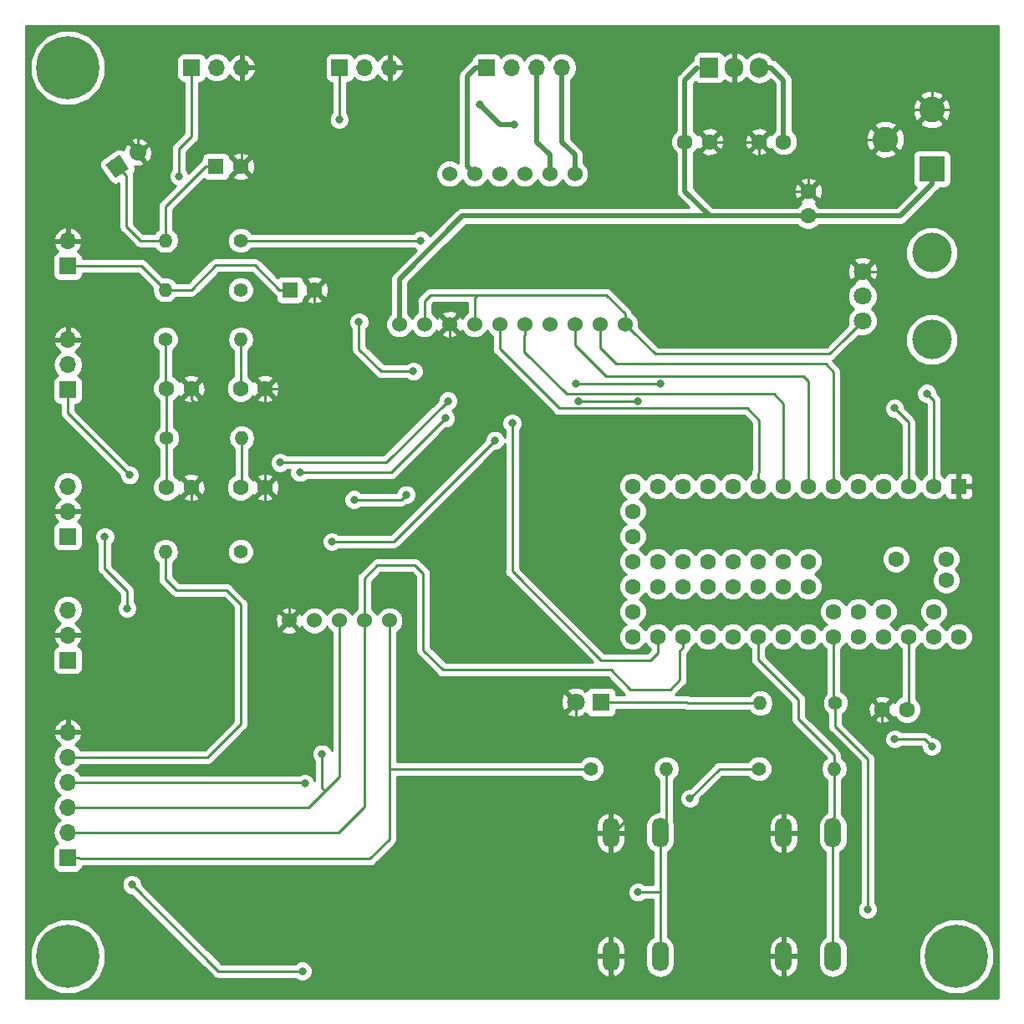
<source format=gbr>
G04 #@! TF.GenerationSoftware,KiCad,Pcbnew,(5.0.2)-1*
G04 #@! TF.CreationDate,2021-07-02T12:35:22-04:00*
G04 #@! TF.ProjectId,PhylumScope,5068796c-756d-4536-936f-70652e6b6963,rev?*
G04 #@! TF.SameCoordinates,Original*
G04 #@! TF.FileFunction,Copper,L2,Bot*
G04 #@! TF.FilePolarity,Positive*
%FSLAX46Y46*%
G04 Gerber Fmt 4.6, Leading zero omitted, Abs format (unit mm)*
G04 Created by KiCad (PCBNEW (5.0.2)-1) date 02-Jul-21 12:35:22 PM*
%MOMM*%
%LPD*%
G01*
G04 APERTURE LIST*
G04 #@! TA.AperFunction,ComponentPad*
%ADD10C,6.400000*%
G04 #@! TD*
G04 #@! TA.AperFunction,ComponentPad*
%ADD11C,0.800000*%
G04 #@! TD*
G04 #@! TA.AperFunction,ComponentPad*
%ADD12C,1.600000*%
G04 #@! TD*
G04 #@! TA.AperFunction,ComponentPad*
%ADD13R,1.905000X2.000000*%
G04 #@! TD*
G04 #@! TA.AperFunction,ComponentPad*
%ADD14O,1.905000X2.000000*%
G04 #@! TD*
G04 #@! TA.AperFunction,ComponentPad*
%ADD15O,1.700000X1.700000*%
G04 #@! TD*
G04 #@! TA.AperFunction,ComponentPad*
%ADD16R,1.700000X1.700000*%
G04 #@! TD*
G04 #@! TA.AperFunction,ComponentPad*
%ADD17R,1.800000X1.800000*%
G04 #@! TD*
G04 #@! TA.AperFunction,ComponentPad*
%ADD18C,1.800000*%
G04 #@! TD*
G04 #@! TA.AperFunction,ComponentPad*
%ADD19O,1.400000X1.400000*%
G04 #@! TD*
G04 #@! TA.AperFunction,ComponentPad*
%ADD20C,1.400000*%
G04 #@! TD*
G04 #@! TA.AperFunction,ComponentPad*
%ADD21R,1.600000X1.600000*%
G04 #@! TD*
G04 #@! TA.AperFunction,ComponentPad*
%ADD22O,1.727200X3.048000*%
G04 #@! TD*
G04 #@! TA.AperFunction,ComponentPad*
%ADD23C,2.600000*%
G04 #@! TD*
G04 #@! TA.AperFunction,ComponentPad*
%ADD24R,2.600000X2.600000*%
G04 #@! TD*
G04 #@! TA.AperFunction,ComponentPad*
%ADD25C,1.700000*%
G04 #@! TD*
G04 #@! TA.AperFunction,Conductor*
%ADD26C,0.100000*%
G04 #@! TD*
G04 #@! TA.AperFunction,Conductor*
%ADD27C,1.700000*%
G04 #@! TD*
G04 #@! TA.AperFunction,WasherPad*
%ADD28C,4.000000*%
G04 #@! TD*
G04 #@! TA.AperFunction,ComponentPad*
%ADD29C,1.524000*%
G04 #@! TD*
G04 #@! TA.AperFunction,ViaPad*
%ADD30C,0.800000*%
G04 #@! TD*
G04 #@! TA.AperFunction,Conductor*
%ADD31C,0.250000*%
G04 #@! TD*
G04 #@! TA.AperFunction,Conductor*
%ADD32C,0.500000*%
G04 #@! TD*
G04 #@! TA.AperFunction,Conductor*
%ADD33C,0.254000*%
G04 #@! TD*
G04 APERTURE END LIST*
D10*
G04 #@! TO.P,,1*
G04 #@! TO.N,N/C*
X90600000Y-48500000D03*
D11*
X93000000Y-48500000D03*
X92297056Y-50197056D03*
X90600000Y-50900000D03*
X88902944Y-50197056D03*
X88200000Y-48500000D03*
X88902944Y-46802944D03*
X90600000Y-46100000D03*
X92297056Y-46802944D03*
G04 #@! TD*
D10*
G04 #@! TO.P,,1*
G04 #@! TO.N,N/C*
X180600000Y-138500000D03*
D11*
X183000000Y-138500000D03*
X182297056Y-140197056D03*
X180600000Y-140900000D03*
X178902944Y-140197056D03*
X178200000Y-138500000D03*
X178902944Y-136802944D03*
X180600000Y-136100000D03*
X182297056Y-136802944D03*
G04 #@! TD*
D12*
G04 #@! TO.P,C4,1*
G04 #@! TO.N,GND*
X155600000Y-56000000D03*
G04 #@! TO.P,C4,2*
G04 #@! TO.N,+12V_bus*
X153100000Y-56000000D03*
G04 #@! TD*
D13*
G04 #@! TO.P,U4,1*
G04 #@! TO.N,+12V_bus*
X155560000Y-48500000D03*
D14*
G04 #@! TO.P,U4,2*
G04 #@! TO.N,GND*
X158100000Y-48500000D03*
G04 #@! TO.P,U4,3*
G04 #@! TO.N,+5V_bus*
X160640000Y-48500000D03*
G04 #@! TD*
D12*
G04 #@! TO.P,C8,2*
G04 #@! TO.N,GND*
X110600000Y-91000000D03*
G04 #@! TO.P,C8,1*
G04 #@! TO.N,Hall_L*
X108100000Y-91000000D03*
G04 #@! TD*
G04 #@! TO.P,C7,1*
G04 #@! TO.N,+5V_bus*
X100600000Y-91000000D03*
G04 #@! TO.P,C7,2*
G04 #@! TO.N,GND*
X103100000Y-91000000D03*
G04 #@! TD*
G04 #@! TO.P,C10,2*
G04 #@! TO.N,GND*
X110600000Y-81000000D03*
G04 #@! TO.P,C10,1*
G04 #@! TO.N,Hall_H*
X108100000Y-81000000D03*
G04 #@! TD*
G04 #@! TO.P,C9,1*
G04 #@! TO.N,+5V_bus*
X100600000Y-81000000D03*
G04 #@! TO.P,C9,2*
G04 #@! TO.N,GND*
X103100000Y-81000000D03*
G04 #@! TD*
D15*
G04 #@! TO.P,J7,3*
G04 #@! TO.N,Hall_H*
X90600000Y-90880000D03*
G04 #@! TO.P,J7,2*
G04 #@! TO.N,GND*
X90600000Y-93420000D03*
D16*
G04 #@! TO.P,J7,1*
G04 #@! TO.N,+5V_bus*
X90600000Y-95960000D03*
G04 #@! TD*
G04 #@! TO.P,J6,1*
G04 #@! TO.N,+5V_bus*
X90600000Y-108500000D03*
D15*
G04 #@! TO.P,J6,2*
G04 #@! TO.N,GND*
X90600000Y-105960000D03*
G04 #@! TO.P,J6,3*
G04 #@! TO.N,Hall_L*
X90600000Y-103420000D03*
G04 #@! TD*
D16*
G04 #@! TO.P,J9,1*
G04 #@! TO.N,+3.3V_bus*
X90600000Y-128500000D03*
D15*
G04 #@! TO.P,J9,2*
G04 #@! TO.N,Joy_X*
X90600000Y-125960000D03*
G04 #@! TO.P,J9,3*
G04 #@! TO.N,Joy_Y*
X90600000Y-123420000D03*
G04 #@! TO.P,J9,4*
G04 #@! TO.N,Btn_1*
X90600000Y-120880000D03*
G04 #@! TO.P,J9,5*
G04 #@! TO.N,Net-(J9-Pad5)*
X90600000Y-118340000D03*
G04 #@! TO.P,J9,6*
G04 #@! TO.N,GND*
X90600000Y-115800000D03*
G04 #@! TD*
D17*
G04 #@! TO.P,J8,1*
G04 #@! TO.N,Net-(J8-Pad1)*
X144600000Y-112750000D03*
D18*
G04 #@! TO.P,J8,2*
G04 #@! TO.N,GND*
X142060000Y-112750000D03*
G04 #@! TD*
D19*
G04 #@! TO.P,R5,2*
G04 #@! TO.N,Hall_L*
X108220000Y-86000000D03*
D20*
G04 #@! TO.P,R5,1*
G04 #@! TO.N,+5V_bus*
X100600000Y-86000000D03*
G04 #@! TD*
G04 #@! TO.P,R6,1*
G04 #@! TO.N,+5V_bus*
X100480000Y-76000000D03*
D19*
G04 #@! TO.P,R6,2*
G04 #@! TO.N,Hall_H*
X108100000Y-76000000D03*
G04 #@! TD*
G04 #@! TO.P,R7,2*
G04 #@! TO.N,Net-(J8-Pad1)*
X160734000Y-112863000D03*
D20*
G04 #@! TO.P,R7,1*
G04 #@! TO.N,LED_3*
X168354000Y-112863000D03*
G04 #@! TD*
G04 #@! TO.P,R8,1*
G04 #@! TO.N,LED_3*
X108100000Y-97500000D03*
D19*
G04 #@! TO.P,R8,2*
G04 #@! TO.N,Net-(J9-Pad5)*
X100480000Y-97500000D03*
G04 #@! TD*
D12*
G04 #@! TO.P,U1,17*
G04 #@! TO.N,Net-(U1-Pad17)*
X147820000Y-98500000D03*
G04 #@! TO.P,U1,18*
G04 #@! TO.N,Net-(U1-Pad18)*
X147820000Y-101040000D03*
G04 #@! TO.P,U1,19*
G04 #@! TO.N,Net-(U1-Pad19)*
X147820000Y-103580000D03*
G04 #@! TO.P,U1,20*
G04 #@! TO.N,Net-(U1-Pad20)*
X147820000Y-106120000D03*
G04 #@! TO.P,U1,16*
G04 #@! TO.N,Net-(U1-Pad16)*
X147820000Y-95960000D03*
G04 #@! TO.P,U1,15*
G04 #@! TO.N,Net-(U1-Pad15)*
X147820000Y-93420000D03*
G04 #@! TO.P,U1,14*
G04 #@! TO.N,Servo_Y*
X147820000Y-90880000D03*
G04 #@! TO.P,U1,21*
G04 #@! TO.N,Net-(RV1-Pad2)*
X150360000Y-106120000D03*
G04 #@! TO.P,U1,22*
G04 #@! TO.N,Joy_X*
X152900000Y-106120000D03*
G04 #@! TO.P,U1,23*
G04 #@! TO.N,Joy_Y*
X155440000Y-106120000D03*
G04 #@! TO.P,U1,24*
G04 #@! TO.N,Btn_1*
X157980000Y-106120000D03*
G04 #@! TO.P,U1,25*
G04 #@! TO.N,Btn_2*
X160520000Y-106120000D03*
G04 #@! TO.P,U1,26*
G04 #@! TO.N,Hall_L*
X163060000Y-106120000D03*
G04 #@! TO.P,U1,27*
G04 #@! TO.N,Hall_H*
X165600000Y-106120000D03*
G04 #@! TO.P,U1,28*
G04 #@! TO.N,LED_3*
X168140000Y-106120000D03*
G04 #@! TO.P,U1,29*
G04 #@! TO.N,Net-(U1-Pad29)*
X170680000Y-106120000D03*
G04 #@! TO.P,U1,30*
G04 #@! TO.N,Net-(U1-Pad30)*
X173220000Y-106120000D03*
G04 #@! TO.P,U1,31*
G04 #@! TO.N,+3.3V_bus*
X175760000Y-106120000D03*
G04 #@! TO.P,U1,32*
G04 #@! TO.N,Net-(U1-Pad32)*
X178300000Y-106120000D03*
G04 #@! TO.P,U1,33*
G04 #@! TO.N,Net-(U1-Pad33)*
X180840000Y-106120000D03*
G04 #@! TO.P,U1,34*
G04 #@! TO.N,Net-(U1-Pad34)*
X178300000Y-103580000D03*
G04 #@! TO.P,U1,35*
G04 #@! TO.N,Net-(U1-Pad35)*
X173220000Y-103580000D03*
G04 #@! TO.P,U1,36*
G04 #@! TO.N,Net-(U1-Pad36)*
X170680000Y-103580000D03*
G04 #@! TO.P,U1,37*
G04 #@! TO.N,Net-(U1-Pad37)*
X168140000Y-103580000D03*
G04 #@! TO.P,U1,13*
G04 #@! TO.N,Servo_X*
X150360000Y-90880000D03*
G04 #@! TO.P,U1,12*
G04 #@! TO.N,LED_2*
X152900000Y-90880000D03*
G04 #@! TO.P,U1,11*
G04 #@! TO.N,LED_1*
X155440000Y-90880000D03*
G04 #@! TO.P,U1,10*
G04 #@! TO.N,Net-(U1-Pad10)*
X157980000Y-90880000D03*
G04 #@! TO.P,U1,9*
G04 #@! TO.N,Stepper_Z_BIn2*
X160520000Y-90880000D03*
G04 #@! TO.P,U1,8*
G04 #@! TO.N,Stepper_Z_BIn1*
X163060000Y-90880000D03*
G04 #@! TO.P,U1,7*
G04 #@! TO.N,Stepper_Z_AIn1*
X165600000Y-90880000D03*
G04 #@! TO.P,U1,6*
G04 #@! TO.N,Stepper_Z_AIn2*
X168140000Y-90880000D03*
G04 #@! TO.P,U1,5*
G04 #@! TO.N,Net-(U1-Pad5)*
X170680000Y-90880000D03*
G04 #@! TO.P,U1,4*
G04 #@! TO.N,Net-(U1-Pad4)*
X173220000Y-90880000D03*
G04 #@! TO.P,U1,3*
G04 #@! TO.N,TX_1*
X175760000Y-90880000D03*
G04 #@! TO.P,U1,2*
G04 #@! TO.N,RX_1*
X178300000Y-90880000D03*
D21*
G04 #@! TO.P,U1,1*
G04 #@! TO.N,GND*
X180840000Y-90880000D03*
D12*
G04 #@! TO.P,U1,38*
G04 #@! TO.N,Net-(U1-Pad38)*
X179570000Y-98270000D03*
G04 #@! TO.P,U1,39*
G04 #@! TO.N,Net-(U1-Pad39)*
X179570000Y-100400000D03*
G04 #@! TO.P,U1,46*
G04 #@! TO.N,Net-(U1-Pad46)*
X152900000Y-101040000D03*
G04 #@! TO.P,U1,47*
G04 #@! TO.N,Net-(U1-Pad47)*
X150360000Y-101040000D03*
G04 #@! TO.P,U1,48*
G04 #@! TO.N,Net-(U1-Pad48)*
X150360000Y-98500000D03*
G04 #@! TO.P,U1,45*
G04 #@! TO.N,Net-(U1-Pad45)*
X155440000Y-101040000D03*
G04 #@! TO.P,U1,44*
G04 #@! TO.N,Net-(U1-Pad44)*
X157980000Y-101040000D03*
G04 #@! TO.P,U1,49*
G04 #@! TO.N,Net-(U1-Pad49)*
X152900000Y-98500000D03*
G04 #@! TO.P,U1,50*
G04 #@! TO.N,Net-(U1-Pad50)*
X155440000Y-98500000D03*
G04 #@! TO.P,U1,43*
G04 #@! TO.N,Net-(U1-Pad43)*
X160520000Y-101040000D03*
G04 #@! TO.P,U1,51*
G04 #@! TO.N,Net-(U1-Pad51)*
X157980000Y-98500000D03*
G04 #@! TO.P,U1,42*
G04 #@! TO.N,Net-(U1-Pad42)*
X163060000Y-101040000D03*
G04 #@! TO.P,U1,41*
G04 #@! TO.N,Net-(U1-Pad41)*
X165600000Y-101040000D03*
G04 #@! TO.P,U1,52*
G04 #@! TO.N,N/C*
X160520000Y-98500000D03*
G04 #@! TO.P,U1,40*
G04 #@! TO.N,Net-(U1-Pad40)*
X174490000Y-98270000D03*
G04 #@! TO.P,U1,53*
G04 #@! TO.N,N/C*
X163060000Y-98500000D03*
G04 #@! TO.P,U1,54*
X165600000Y-98500000D03*
G04 #@! TD*
D22*
G04 #@! TO.P,SW2,2*
G04 #@! TO.N,Btn_2*
X168100000Y-138500000D03*
G04 #@! TO.P,SW2,1*
G04 #@! TO.N,GND*
X163100000Y-138500000D03*
G04 #@! TO.P,SW2,2*
G04 #@! TO.N,Btn_2*
X168100000Y-126000000D03*
G04 #@! TO.P,SW2,1*
G04 #@! TO.N,GND*
X163100000Y-126000000D03*
G04 #@! TD*
G04 #@! TO.P,SW1,1*
G04 #@! TO.N,GND*
X145600000Y-126000000D03*
G04 #@! TO.P,SW1,2*
G04 #@! TO.N,Btn_1*
X150600000Y-126000000D03*
G04 #@! TO.P,SW1,1*
G04 #@! TO.N,GND*
X145600000Y-138500000D03*
G04 #@! TO.P,SW1,2*
G04 #@! TO.N,Btn_1*
X150600000Y-138500000D03*
G04 #@! TD*
D21*
G04 #@! TO.P,C2,1*
G04 #@! TO.N,Net-(C2-Pad1)*
X113100000Y-71000000D03*
D12*
G04 #@! TO.P,C2,2*
G04 #@! TO.N,GND*
X115600000Y-71000000D03*
G04 #@! TD*
G04 #@! TO.P,C3,2*
G04 #@! TO.N,GND*
X108100000Y-58500000D03*
D21*
G04 #@! TO.P,C3,1*
G04 #@! TO.N,Net-(C3-Pad1)*
X105600000Y-58500000D03*
G04 #@! TD*
D12*
G04 #@! TO.P,C5,1*
G04 #@! TO.N,GND*
X160600000Y-56000000D03*
G04 #@! TO.P,C5,2*
G04 #@! TO.N,+5V_bus*
X163100000Y-56000000D03*
G04 #@! TD*
G04 #@! TO.P,C6,2*
G04 #@! TO.N,+12V_bus*
X165600000Y-63500000D03*
G04 #@! TO.P,C6,1*
G04 #@! TO.N,GND*
X165600000Y-61000000D03*
G04 #@! TD*
G04 #@! TO.P,C1,1*
G04 #@! TO.N,+3.3V_bus*
X175600000Y-113500000D03*
G04 #@! TO.P,C1,2*
G04 #@! TO.N,GND*
X173100000Y-113500000D03*
G04 #@! TD*
D23*
G04 #@! TO.P,J1,3*
G04 #@! TO.N,GND*
X173400000Y-55750000D03*
G04 #@! TO.P,J1,2*
X178100000Y-52750000D03*
D24*
G04 #@! TO.P,J1,1*
G04 #@! TO.N,+12V_bus*
X178100000Y-58750000D03*
G04 #@! TD*
D15*
G04 #@! TO.P,J3,2*
G04 #@! TO.N,GND*
X90600000Y-66040000D03*
D16*
G04 #@! TO.P,J3,1*
G04 #@! TO.N,Net-(C2-Pad1)*
X90600000Y-68580000D03*
G04 #@! TD*
D25*
G04 #@! TO.P,J4,1*
G04 #@! TO.N,Net-(C3-Pad1)*
X95600000Y-58500000D03*
D26*
G04 #@! TD*
G04 #@! TO.N,Net-(C3-Pad1)*
G04 #@! TO.C,J4*
G36*
X96783819Y-58708739D02*
X95391261Y-59683819D01*
X94416181Y-58291261D01*
X95808739Y-57316181D01*
X96783819Y-58708739D01*
X96783819Y-58708739D01*
G37*
D25*
G04 #@! TO.P,J4,2*
G04 #@! TO.N,GND*
X97680646Y-57043116D03*
D27*
G04 #@! TD*
G04 #@! TO.N,GND*
G04 #@! TO.C,J4*
X97680646Y-57043116D02*
X97680646Y-57043116D01*
D16*
G04 #@! TO.P,J5,1*
G04 #@! TO.N,RX_1*
X90600000Y-81120000D03*
D15*
G04 #@! TO.P,J5,2*
G04 #@! TO.N,TX_1*
X90600000Y-78580000D03*
G04 #@! TO.P,J5,3*
G04 #@! TO.N,GND*
X90600000Y-76040000D03*
G04 #@! TD*
G04 #@! TO.P,M1,3*
G04 #@! TO.N,GND*
X108220000Y-48500000D03*
G04 #@! TO.P,M1,2*
G04 #@! TO.N,+5V_bus*
X105680000Y-48500000D03*
D16*
G04 #@! TO.P,M1,1*
G04 #@! TO.N,Servo_X*
X103140000Y-48500000D03*
G04 #@! TD*
G04 #@! TO.P,M2,1*
G04 #@! TO.N,Servo_Y*
X118140000Y-48500000D03*
D15*
G04 #@! TO.P,M2,2*
G04 #@! TO.N,+5V_bus*
X120680000Y-48500000D03*
G04 #@! TO.P,M2,3*
G04 #@! TO.N,GND*
X123220000Y-48500000D03*
G04 #@! TD*
D16*
G04 #@! TO.P,M3,1*
G04 #@! TO.N,Net-(M3-Pad1)*
X133020000Y-48500000D03*
D15*
G04 #@! TO.P,M3,2*
G04 #@! TO.N,Net-(M3-Pad2)*
X135560000Y-48500000D03*
G04 #@! TO.P,M3,3*
G04 #@! TO.N,Net-(M3-Pad3)*
X138100000Y-48500000D03*
G04 #@! TO.P,M3,4*
G04 #@! TO.N,Net-(M3-Pad4)*
X140640000Y-48500000D03*
G04 #@! TD*
D18*
G04 #@! TO.P,RV1,3*
G04 #@! TO.N,GND*
X171100000Y-69150000D03*
G04 #@! TO.P,RV1,2*
G04 #@! TO.N,Net-(RV1-Pad2)*
X171100000Y-71650000D03*
G04 #@! TO.P,RV1,1*
G04 #@! TO.N,+3.3V_bus*
X171100000Y-74150000D03*
D28*
G04 #@! TO.P,RV1,*
G04 #@! TO.N,*
X178100000Y-67250000D03*
X178100000Y-76050000D03*
G04 #@! TD*
D19*
G04 #@! TO.P,R1,2*
G04 #@! TO.N,Btn_1*
X151220000Y-119500000D03*
D20*
G04 #@! TO.P,R1,1*
G04 #@! TO.N,+3.3V_bus*
X143600000Y-119500000D03*
G04 #@! TD*
G04 #@! TO.P,R2,1*
G04 #@! TO.N,+3.3V_bus*
X160600000Y-119500000D03*
D19*
G04 #@! TO.P,R2,2*
G04 #@! TO.N,Btn_2*
X168220000Y-119500000D03*
G04 #@! TD*
G04 #@! TO.P,R3,2*
G04 #@! TO.N,Net-(C2-Pad1)*
X100480000Y-71000000D03*
D20*
G04 #@! TO.P,R3,1*
G04 #@! TO.N,LED_2*
X108100000Y-71000000D03*
G04 #@! TD*
G04 #@! TO.P,R4,1*
G04 #@! TO.N,LED_1*
X108100000Y-66000000D03*
D19*
G04 #@! TO.P,R4,2*
G04 #@! TO.N,Net-(C3-Pad1)*
X100480000Y-66000000D03*
G04 #@! TD*
D29*
G04 #@! TO.P,U3,5*
G04 #@! TO.N,GND*
X113020000Y-104490000D03*
G04 #@! TO.P,U3,4*
G04 #@! TO.N,Net-(U3-Pad4)*
X115560000Y-104490000D03*
G04 #@! TO.P,U3,3*
G04 #@! TO.N,Joy_Y*
X118100000Y-104490000D03*
G04 #@! TO.P,U3,2*
G04 #@! TO.N,Joy_X*
X120640000Y-104490000D03*
G04 #@! TO.P,U3,1*
G04 #@! TO.N,+3.3V_bus*
X123180000Y-104490000D03*
G04 #@! TD*
G04 #@! TO.P,U2,1*
G04 #@! TO.N,+12V_bus*
X124170000Y-74485000D03*
G04 #@! TO.P,U2,2*
G04 #@! TO.N,+3.3V_bus*
X126710000Y-74485000D03*
G04 #@! TO.P,U2,3*
G04 #@! TO.N,GND*
X129250000Y-74485000D03*
G04 #@! TO.P,U2,4*
G04 #@! TO.N,+3.3V_bus*
X131790000Y-74485000D03*
G04 #@! TO.P,U2,5*
G04 #@! TO.N,Stepper_Z_BIn2*
X134330000Y-74485000D03*
G04 #@! TO.P,U2,6*
G04 #@! TO.N,Stepper_Z_BIn1*
X136870000Y-74485000D03*
G04 #@! TO.P,U2,7*
G04 #@! TO.N,Net-(U2-Pad7)*
X139410000Y-74485000D03*
G04 #@! TO.P,U2,8*
G04 #@! TO.N,Stepper_Z_AIn1*
X141950000Y-74485000D03*
G04 #@! TO.P,U2,9*
G04 #@! TO.N,Stepper_Z_AIn2*
X144490000Y-74485000D03*
G04 #@! TO.P,U2,10*
G04 #@! TO.N,+3.3V_bus*
X147030000Y-74485000D03*
G04 #@! TO.P,U2,11*
G04 #@! TO.N,Net-(M3-Pad4)*
X141950000Y-59245000D03*
G04 #@! TO.P,U2,12*
G04 #@! TO.N,Net-(M3-Pad3)*
X139410000Y-59245000D03*
G04 #@! TO.P,U2,13*
G04 #@! TO.N,Net-(U2-Pad13)*
X136870000Y-59245000D03*
G04 #@! TO.P,U2,14*
G04 #@! TO.N,Net-(U2-Pad14)*
X134330000Y-59245000D03*
G04 #@! TO.P,U2,15*
G04 #@! TO.N,Net-(M3-Pad1)*
X131790000Y-59245000D03*
G04 #@! TO.P,U2,16*
G04 #@! TO.N,Net-(M3-Pad2)*
X129250000Y-59245000D03*
G04 #@! TD*
D11*
G04 #@! TO.P,,1*
G04 #@! TO.N,N/C*
X92297056Y-136802944D03*
X90600000Y-136100000D03*
X88902944Y-136802944D03*
X88200000Y-138500000D03*
X88902944Y-140197056D03*
X90600000Y-140900000D03*
X92297056Y-140197056D03*
X93000000Y-138500000D03*
D10*
X90600000Y-138500000D03*
G04 #@! TD*
D30*
G04 #@! TO.N,Servo_Y*
X124850000Y-91750000D03*
X119600000Y-92250000D03*
X118100000Y-53750000D03*
G04 #@! TO.N,Net-(RV1-Pad2)*
X135600000Y-84500000D03*
G04 #@! TO.N,Joy_Y*
X116350000Y-118000000D03*
G04 #@! TO.N,+3.3V_bus*
X153600000Y-122500000D03*
G04 #@! TO.N,Servo_X*
X125600000Y-79250000D03*
X101850000Y-59500000D03*
X120100000Y-74250000D03*
G04 #@! TO.N,LED_2*
X117350000Y-96500000D03*
X133850000Y-86250000D03*
G04 #@! TO.N,LED_1*
X126350000Y-66000000D03*
G04 #@! TO.N,Btn_1*
X114600000Y-121000000D03*
X148350000Y-132000000D03*
G04 #@! TO.N,TX_1*
X174350000Y-83000000D03*
X148350000Y-82250000D03*
X142350000Y-82250000D03*
X128850000Y-84000000D03*
X114100000Y-89500000D03*
G04 #@! TO.N,RX_1*
X177600000Y-81500000D03*
X150600000Y-80500000D03*
X142100000Y-80500000D03*
X129100000Y-82250000D03*
X112100000Y-88500000D03*
X96850000Y-89750000D03*
G04 #@! TO.N,+5V_bus*
X135850000Y-54250000D03*
X132350000Y-52250000D03*
G04 #@! TO.N,Hall_L*
X174350000Y-116500000D03*
X178100000Y-117250000D03*
G04 #@! TO.N,Hall_H*
X114350000Y-140000000D03*
X97100000Y-131250000D03*
X96600000Y-103250000D03*
X94350000Y-96000000D03*
G04 #@! TO.N,LED_3*
X171600000Y-133750000D03*
G04 #@! TD*
D31*
G04 #@! TO.N,Servo_Y*
X124850000Y-91750000D02*
X124350000Y-92250000D01*
X124350000Y-92250000D02*
X119600000Y-92250000D01*
X118100000Y-48540000D02*
X118140000Y-48500000D01*
X118100000Y-53750000D02*
X118100000Y-48540000D01*
G04 #@! TO.N,Net-(RV1-Pad2)*
X150360000Y-107740000D02*
X150360000Y-106120000D01*
X149600000Y-108500000D02*
X150360000Y-107740000D01*
X144600000Y-108500000D02*
X149600000Y-108500000D01*
X135600000Y-84500000D02*
X135600000Y-99500000D01*
X135600000Y-99500000D02*
X144600000Y-108500000D01*
G04 #@! TO.N,Joy_X*
X118024000Y-125960000D02*
X90600000Y-125960000D01*
X120640000Y-104490000D02*
X120640000Y-123344000D01*
X120640000Y-123344000D02*
X118024000Y-125960000D01*
X121960000Y-98910000D02*
X120640000Y-100230000D01*
X126600000Y-99740000D02*
X125770000Y-98910000D01*
X126600000Y-107500000D02*
X126600000Y-99740000D01*
X120640000Y-100540000D02*
X120640000Y-104490000D01*
X145600000Y-109500000D02*
X128600000Y-109500000D01*
X152900000Y-107251370D02*
X152600000Y-107551370D01*
X152900000Y-106120000D02*
X152900000Y-107251370D01*
X128600000Y-109500000D02*
X126600000Y-107500000D01*
X152600000Y-107551370D02*
X152600000Y-110500000D01*
X120640000Y-100230000D02*
X120640000Y-100540000D01*
X125770000Y-98910000D02*
X121960000Y-98910000D01*
X152600000Y-110500000D02*
X151600000Y-111500000D01*
X151600000Y-111500000D02*
X147600000Y-111500000D01*
X147600000Y-111500000D02*
X145600000Y-109500000D01*
G04 #@! TO.N,Joy_Y*
X118100000Y-120296000D02*
X118100000Y-104490000D01*
X90600000Y-123420000D02*
X114976000Y-123420000D01*
X116350000Y-121454000D02*
X116646000Y-121750000D01*
X116350000Y-118000000D02*
X116350000Y-121454000D01*
X114976000Y-123420000D02*
X116646000Y-121750000D01*
X116646000Y-121750000D02*
X118100000Y-120296000D01*
G04 #@! TO.N,+3.3V_bus*
X121198000Y-128628000D02*
X123180000Y-126646000D01*
X91828000Y-128628000D02*
X121198000Y-128628000D01*
X90600000Y-128500000D02*
X91700000Y-128500000D01*
X91700000Y-128500000D02*
X91828000Y-128628000D01*
X143600000Y-119500000D02*
X123180000Y-119500000D01*
X123180000Y-126646000D02*
X123180000Y-119500000D01*
X123180000Y-119500000D02*
X123180000Y-104490000D01*
X160600000Y-119500000D02*
X156600000Y-119500000D01*
X156600000Y-119500000D02*
X153600000Y-122500000D01*
X175760000Y-113340000D02*
X175600000Y-113500000D01*
X175760000Y-106120000D02*
X175760000Y-113340000D01*
X126710000Y-72140000D02*
X126710000Y-74485000D01*
X127350000Y-71500000D02*
X126710000Y-72140000D01*
X147030000Y-73407370D02*
X145122630Y-71500000D01*
X147030000Y-74485000D02*
X147030000Y-73407370D01*
X131100000Y-71500000D02*
X130850000Y-71500000D01*
X130850000Y-71500000D02*
X127350000Y-71500000D01*
X169250000Y-76000000D02*
X171100000Y-74150000D01*
X167750000Y-77500000D02*
X169250000Y-76000000D01*
X150100000Y-77500000D02*
X167750000Y-77500000D01*
X147846999Y-75246999D02*
X150100000Y-77500000D01*
X147030000Y-74485000D02*
X147791999Y-75246999D01*
X147791999Y-75246999D02*
X147846999Y-75246999D01*
X131790000Y-71830000D02*
X132120000Y-71500000D01*
X131790000Y-74485000D02*
X131790000Y-71830000D01*
X145122630Y-71500000D02*
X132120000Y-71500000D01*
X132120000Y-71500000D02*
X130850000Y-71500000D01*
G04 #@! TO.N,Servo_X*
X120100000Y-74250000D02*
X120100000Y-77000000D01*
X122350000Y-79250000D02*
X125600000Y-79250000D01*
X120100000Y-77000000D02*
X122350000Y-79250000D01*
X101850000Y-56750000D02*
X101850000Y-59500000D01*
X103140000Y-48500000D02*
X103140000Y-55460000D01*
X103140000Y-55460000D02*
X101850000Y-56750000D01*
G04 #@! TO.N,LED_2*
X122600000Y-96500000D02*
X123600000Y-96500000D01*
X117350000Y-96500000D02*
X122600000Y-96500000D01*
X122600000Y-96500000D02*
X123350000Y-96500000D01*
X123600000Y-96500000D02*
X133850000Y-86250000D01*
G04 #@! TO.N,LED_1*
X108100000Y-66000000D02*
X126350000Y-66000000D01*
G04 #@! TO.N,Stepper_Z_BIn2*
X160520000Y-89580000D02*
X160600000Y-89500000D01*
X160520000Y-90880000D02*
X160520000Y-89580000D01*
X160600000Y-89500000D02*
X160600000Y-84210000D01*
X134330000Y-76980000D02*
X134330000Y-74485000D01*
X160600000Y-84210000D02*
X159390000Y-83000000D01*
X159390000Y-83000000D02*
X140350000Y-83000000D01*
X140350000Y-83000000D02*
X134330000Y-76980000D01*
G04 #@! TO.N,Stepper_Z_BIn1*
X163060000Y-82540000D02*
X163060000Y-90880000D01*
X163100000Y-82500000D02*
X163060000Y-82540000D01*
X136870000Y-75562630D02*
X136850000Y-75582630D01*
X136870000Y-74485000D02*
X136870000Y-75562630D01*
X136850000Y-75582630D02*
X136850000Y-77250000D01*
X136850000Y-77250000D02*
X141100000Y-81500000D01*
X141100000Y-81500000D02*
X162100000Y-81500000D01*
X162100000Y-81500000D02*
X163100000Y-82500000D01*
G04 #@! TO.N,Stepper_Z_AIn1*
X141950000Y-74485000D02*
X141950000Y-76600000D01*
X141950000Y-76600000D02*
X145100000Y-79750000D01*
X145100000Y-79750000D02*
X165100000Y-79750000D01*
X165600000Y-80250000D02*
X165600000Y-90880000D01*
X165100000Y-79750000D02*
X165600000Y-80250000D01*
G04 #@! TO.N,Stepper_Z_AIn2*
X144490000Y-74485000D02*
X144490000Y-76890000D01*
X144490000Y-76890000D02*
X146100000Y-78500000D01*
X146100000Y-78500000D02*
X167350000Y-78500000D01*
X168140000Y-79290000D02*
X168140000Y-90880000D01*
X167350000Y-78500000D02*
X168140000Y-79290000D01*
G04 #@! TO.N,Btn_2*
X168100000Y-126000000D02*
X168100000Y-138500000D01*
X168220000Y-125880000D02*
X168100000Y-126000000D01*
X168220000Y-119500000D02*
X168220000Y-125880000D01*
X160520000Y-108420000D02*
X160520000Y-106120000D01*
X164600000Y-112500000D02*
X160520000Y-108420000D01*
X164600000Y-114500000D02*
X164600000Y-112500000D01*
X168220000Y-119500000D02*
X168220000Y-118120000D01*
X168220000Y-118120000D02*
X164600000Y-114500000D01*
G04 #@! TO.N,Btn_1*
X151220000Y-125380000D02*
X150600000Y-126000000D01*
X151220000Y-119500000D02*
X151220000Y-125380000D01*
X90600000Y-120880000D02*
X114480000Y-120880000D01*
X114480000Y-120880000D02*
X114600000Y-121000000D01*
X148350000Y-132000000D02*
X150600000Y-132000000D01*
X150600000Y-126000000D02*
X150600000Y-132000000D01*
X150600000Y-132000000D02*
X150600000Y-138500000D01*
G04 #@! TO.N,TX_1*
X175760000Y-90880000D02*
X175760000Y-84410000D01*
X175760000Y-84410000D02*
X174350000Y-83000000D01*
X148350000Y-82250000D02*
X142350000Y-82250000D01*
X128850000Y-84000000D02*
X123350000Y-89500000D01*
X123350000Y-89500000D02*
X114100000Y-89500000D01*
G04 #@! TO.N,RX_1*
X178300000Y-90880000D02*
X178300000Y-82200000D01*
X178300000Y-82200000D02*
X177600000Y-81500000D01*
X150600000Y-80500000D02*
X142100000Y-80500000D01*
X129100000Y-82250000D02*
X122850000Y-88500000D01*
X122850000Y-88500000D02*
X112100000Y-88500000D01*
X90600000Y-83500000D02*
X90600000Y-81120000D01*
X96850000Y-89750000D02*
X90600000Y-83500000D01*
G04 #@! TO.N,GND*
X110600000Y-82500000D02*
X110600000Y-81000000D01*
X109600000Y-83500000D02*
X110600000Y-82500000D01*
X104468630Y-83500000D02*
X109600000Y-83500000D01*
X103100000Y-81000000D02*
X103100000Y-82131370D01*
X103100000Y-82131370D02*
X104468630Y-83500000D01*
X110600000Y-92500000D02*
X110600000Y-91000000D01*
X109600000Y-93500000D02*
X110600000Y-92500000D01*
X105600000Y-93500000D02*
X109600000Y-93500000D01*
X145600000Y-127774000D02*
X145600000Y-138500000D01*
X145600000Y-126000000D02*
X145600000Y-127774000D01*
X163100000Y-127774000D02*
X163100000Y-138500000D01*
X163100000Y-126000000D02*
X163100000Y-127774000D01*
X108220000Y-58380000D02*
X108100000Y-58500000D01*
X108220000Y-48500000D02*
X108220000Y-58380000D01*
X108220000Y-47297919D02*
X109767919Y-45750000D01*
X108220000Y-48500000D02*
X108220000Y-47297919D01*
X109767919Y-45750000D02*
X98350000Y-45750000D01*
X97680646Y-46419354D02*
X97680646Y-57043116D01*
X98350000Y-45750000D02*
X97680646Y-46419354D01*
X96830647Y-56193117D02*
X91906883Y-56193117D01*
X97680646Y-57043116D02*
X96830647Y-56193117D01*
X90600000Y-57500000D02*
X90600000Y-66040000D01*
X91906883Y-56193117D02*
X90600000Y-57500000D01*
X89397919Y-66040000D02*
X87350000Y-68087919D01*
X90600000Y-66040000D02*
X89397919Y-66040000D01*
X87350000Y-68087919D02*
X87350000Y-75250000D01*
X88140000Y-76040000D02*
X90600000Y-76040000D01*
X87350000Y-75250000D02*
X88140000Y-76040000D01*
X87350000Y-75250000D02*
X87350000Y-92500000D01*
X88270000Y-93420000D02*
X90600000Y-93420000D01*
X87350000Y-92500000D02*
X88270000Y-93420000D01*
X87350000Y-92500000D02*
X87350000Y-104750000D01*
X88560000Y-105960000D02*
X90600000Y-105960000D01*
X87350000Y-104750000D02*
X88560000Y-105960000D01*
X87350000Y-104750000D02*
X87350000Y-115000000D01*
X88150000Y-115800000D02*
X90600000Y-115800000D01*
X87350000Y-115000000D02*
X88150000Y-115800000D01*
X180840000Y-89830000D02*
X181100000Y-89570000D01*
X180840000Y-90880000D02*
X180840000Y-89830000D01*
X180840000Y-91930000D02*
X183350000Y-94440000D01*
X180840000Y-90880000D02*
X180840000Y-91930000D01*
X183350000Y-94440000D02*
X183350000Y-115500000D01*
X183350000Y-115500000D02*
X180350000Y-118500000D01*
X180350000Y-118500000D02*
X174850000Y-118500000D01*
X173100000Y-116750000D02*
X173100000Y-113500000D01*
X163100000Y-140274000D02*
X164326000Y-141500000D01*
X163100000Y-138500000D02*
X163100000Y-140274000D01*
X174850000Y-118500000D02*
X174350000Y-118000000D01*
X174350000Y-118000000D02*
X173100000Y-116750000D01*
X146826000Y-141500000D02*
X164600000Y-141500000D01*
X145600000Y-140274000D02*
X146826000Y-141500000D01*
X145600000Y-138500000D02*
X145600000Y-140274000D01*
X164326000Y-141500000D02*
X164600000Y-141500000D01*
X115600000Y-76000000D02*
X115600000Y-71000000D01*
X110600000Y-81000000D02*
X115600000Y-76000000D01*
X129250000Y-74485000D02*
X129250000Y-80350000D01*
X128600000Y-81000000D02*
X110600000Y-81000000D01*
X129250000Y-80350000D02*
X128600000Y-81000000D01*
X113020000Y-93420000D02*
X110600000Y-91000000D01*
X113020000Y-104490000D02*
X113020000Y-93420000D01*
X91802081Y-93420000D02*
X91882081Y-93500000D01*
X90600000Y-93420000D02*
X91802081Y-93420000D01*
X110600000Y-89868630D02*
X110600000Y-82500000D01*
X110600000Y-91000000D02*
X110600000Y-89868630D01*
X145850000Y-126000000D02*
X145600000Y-126000000D01*
X142060000Y-115460000D02*
X143850000Y-117250000D01*
X142060000Y-112750000D02*
X142060000Y-115460000D01*
X143850000Y-117250000D02*
X145850000Y-117250000D01*
X145850000Y-117250000D02*
X147850000Y-119250000D01*
X147850000Y-119250000D02*
X147850000Y-124000000D01*
X147850000Y-124000000D02*
X145850000Y-126000000D01*
X171100000Y-69150000D02*
X173250000Y-69150000D01*
X173250000Y-69150000D02*
X176100000Y-72000000D01*
X176100000Y-72000000D02*
X181850000Y-72000000D01*
X181850000Y-72000000D02*
X183100000Y-73250000D01*
X183100000Y-73250000D02*
X183100000Y-85750000D01*
X180840000Y-88010000D02*
X180840000Y-90880000D01*
X183100000Y-85750000D02*
X180840000Y-88010000D01*
X160560000Y-55960000D02*
X160600000Y-56000000D01*
X176400000Y-52750000D02*
X178100000Y-52750000D01*
X173400000Y-55750000D02*
X176400000Y-52750000D01*
X158100000Y-48500000D02*
X158100000Y-56000000D01*
X155600000Y-56000000D02*
X158100000Y-56000000D01*
X158100000Y-56000000D02*
X160600000Y-56000000D01*
X161350000Y-61000000D02*
X165600000Y-61000000D01*
X160600000Y-56000000D02*
X160600000Y-60250000D01*
X160600000Y-60250000D02*
X161350000Y-61000000D01*
X173400000Y-55750000D02*
X167100000Y-55750000D01*
X167100000Y-55750000D02*
X165600000Y-57250000D01*
X165600000Y-57250000D02*
X165600000Y-61000000D01*
X158100000Y-48500000D02*
X158100000Y-46750000D01*
X158100000Y-46750000D02*
X159350000Y-45500000D01*
X177350000Y-45500000D02*
X178100000Y-46250000D01*
X183100000Y-73250000D02*
X183100000Y-55250000D01*
X180600000Y-52750000D02*
X178100000Y-52750000D01*
X183100000Y-55250000D02*
X180600000Y-52750000D01*
X123220000Y-46870000D02*
X123220000Y-48500000D01*
X109767919Y-45750000D02*
X122100000Y-45750000D01*
X122100000Y-45750000D02*
X123220000Y-46870000D01*
X159350000Y-45500000D02*
X177350000Y-45500000D01*
X178100000Y-46250000D02*
X178100000Y-52750000D01*
X103100000Y-93310000D02*
X103100000Y-91000000D01*
X102910000Y-93500000D02*
X103100000Y-93310000D01*
X91882081Y-93500000D02*
X102910000Y-93500000D01*
X102910000Y-93500000D02*
X105600000Y-93500000D01*
X173100000Y-141160000D02*
X172760000Y-141500000D01*
X173100000Y-116750000D02*
X173100000Y-141160000D01*
X164600000Y-141500000D02*
X172760000Y-141500000D01*
G04 #@! TO.N,+12V_bus*
X154357500Y-48500000D02*
X155560000Y-48500000D01*
D32*
X153100000Y-49757500D02*
X154357500Y-48500000D01*
X153100000Y-56000000D02*
X153100000Y-49757500D01*
X153100000Y-56000000D02*
X153100000Y-61000000D01*
X153100000Y-61000000D02*
X155600000Y-63500000D01*
X155850000Y-63500000D02*
X130600000Y-63500000D01*
D31*
X155600000Y-63500000D02*
X155850000Y-63500000D01*
D32*
X155850000Y-63500000D02*
X165600000Y-63500000D01*
X124170000Y-69930000D02*
X124170000Y-74485000D01*
X130600000Y-63500000D02*
X124170000Y-69930000D01*
D31*
X177850000Y-58500000D02*
X178100000Y-58750000D01*
D32*
X178100000Y-60300000D02*
X178100000Y-58750000D01*
X165600000Y-63500000D02*
X174900000Y-63500000D01*
X174900000Y-63500000D02*
X178100000Y-60300000D01*
G04 #@! TO.N,Net-(M3-Pad4)*
X141950000Y-59245000D02*
X141950000Y-57350000D01*
X140640000Y-56040000D02*
X140640000Y-48500000D01*
X141950000Y-57350000D02*
X140640000Y-56040000D01*
G04 #@! TO.N,Net-(M3-Pad3)*
X139410000Y-59245000D02*
X139410000Y-57310000D01*
X138100000Y-56000000D02*
X138100000Y-48500000D01*
X139410000Y-57310000D02*
X138100000Y-56000000D01*
G04 #@! TO.N,Net-(M3-Pad1)*
X131028001Y-58483001D02*
X131028001Y-49391999D01*
X131920000Y-48500000D02*
X133020000Y-48500000D01*
X131790000Y-59245000D02*
X131028001Y-58483001D01*
X131028001Y-49391999D02*
X131920000Y-48500000D01*
D31*
G04 #@! TO.N,Net-(C3-Pad1)*
X104550000Y-58500000D02*
X105600000Y-58500000D01*
X100480000Y-62570000D02*
X104550000Y-58500000D01*
X100480000Y-66000000D02*
X100480000Y-62570000D01*
X95600000Y-58500000D02*
X96560000Y-59460000D01*
X96560000Y-59460000D02*
X96560000Y-64620000D01*
X97940000Y-66000000D02*
X100480000Y-66000000D01*
X96560000Y-64620000D02*
X97940000Y-66000000D01*
G04 #@! TO.N,Net-(C2-Pad1)*
X98060000Y-68580000D02*
X100480000Y-71000000D01*
X90600000Y-68580000D02*
X98060000Y-68580000D01*
X112050000Y-71000000D02*
X113100000Y-71000000D01*
X109550000Y-68500000D02*
X112050000Y-71000000D01*
X105600000Y-68500000D02*
X109550000Y-68500000D01*
X103100000Y-71000000D02*
X105600000Y-68500000D01*
X100480000Y-71000000D02*
X103100000Y-71000000D01*
G04 #@! TO.N,+5V_bus*
X100480000Y-80880000D02*
X100600000Y-81000000D01*
X100480000Y-76000000D02*
X100480000Y-80880000D01*
X100600000Y-86000000D02*
X100600000Y-91000000D01*
X100600000Y-81000000D02*
X100600000Y-86000000D01*
D32*
X135850000Y-54250000D02*
X134350000Y-54250000D01*
X134350000Y-54250000D02*
X132350000Y-52250000D01*
X161842500Y-48500000D02*
X160640000Y-48500000D01*
X163100000Y-49757500D02*
X161842500Y-48500000D01*
X163100000Y-56000000D02*
X163100000Y-49757500D01*
D31*
G04 #@! TO.N,Hall_L*
X108220000Y-90880000D02*
X108100000Y-91000000D01*
X108220000Y-86000000D02*
X108220000Y-90880000D01*
X174350000Y-116500000D02*
X177350000Y-116500000D01*
X177350000Y-116500000D02*
X178100000Y-117250000D01*
G04 #@! TO.N,Hall_H*
X108100000Y-76000000D02*
X108100000Y-81000000D01*
X114350000Y-140000000D02*
X105850000Y-140000000D01*
X105850000Y-140000000D02*
X97100000Y-131250000D01*
X96600000Y-103250000D02*
X96600000Y-101500000D01*
X96600000Y-101500000D02*
X94350000Y-99250000D01*
X94350000Y-99250000D02*
X94350000Y-96000000D01*
G04 #@! TO.N,LED_3*
X168140000Y-112649000D02*
X168354000Y-112863000D01*
X168140000Y-106120000D02*
X168140000Y-112649000D01*
X168354000Y-112863000D02*
X168354000Y-115254000D01*
X168354000Y-115254000D02*
X171600000Y-118500000D01*
X171600000Y-118500000D02*
X171600000Y-133750000D01*
G04 #@! TO.N,Net-(J9-Pad5)*
X100480000Y-100290000D02*
X101640000Y-101450000D01*
X100480000Y-97500000D02*
X100480000Y-100290000D01*
X101640000Y-101450000D02*
X106720000Y-101450000D01*
X104760000Y-118340000D02*
X90600000Y-118340000D01*
X106720000Y-101450000D02*
X108100000Y-102830000D01*
X108100000Y-102830000D02*
X108100000Y-115000000D01*
X108100000Y-115000000D02*
X104760000Y-118340000D01*
G04 #@! TO.N,Net-(J8-Pad1)*
X160734000Y-112863000D02*
X153394000Y-112863000D01*
X153281000Y-112750000D02*
X144600000Y-112750000D01*
X153394000Y-112863000D02*
X153281000Y-112750000D01*
G04 #@! TD*
D33*
G04 #@! TO.N,GND*
G36*
X184865000Y-142765000D02*
X86335000Y-142765000D01*
X86335000Y-137737171D01*
X86765000Y-137737171D01*
X86765000Y-139262829D01*
X87348844Y-140672353D01*
X88427647Y-141751156D01*
X89837171Y-142335000D01*
X91362829Y-142335000D01*
X92772353Y-141751156D01*
X93851156Y-140672353D01*
X94435000Y-139262829D01*
X94435000Y-137737171D01*
X93851156Y-136327647D01*
X92772353Y-135248844D01*
X91362829Y-134665000D01*
X89837171Y-134665000D01*
X88427647Y-135248844D01*
X87348844Y-136327647D01*
X86765000Y-137737171D01*
X86335000Y-137737171D01*
X86335000Y-131044126D01*
X96065000Y-131044126D01*
X96065000Y-131455874D01*
X96222569Y-131836280D01*
X96513720Y-132127431D01*
X96894126Y-132285000D01*
X97060199Y-132285000D01*
X105259671Y-140484473D01*
X105302071Y-140547929D01*
X105365527Y-140590329D01*
X105553462Y-140715904D01*
X105601605Y-140725480D01*
X105775148Y-140760000D01*
X105775152Y-140760000D01*
X105850000Y-140774888D01*
X105924848Y-140760000D01*
X113646289Y-140760000D01*
X113763720Y-140877431D01*
X114144126Y-141035000D01*
X114555874Y-141035000D01*
X114936280Y-140877431D01*
X115227431Y-140586280D01*
X115385000Y-140205874D01*
X115385000Y-139794126D01*
X115227431Y-139413720D01*
X114936280Y-139122569D01*
X114555874Y-138965000D01*
X114144126Y-138965000D01*
X113763720Y-139122569D01*
X113646289Y-139240000D01*
X106164802Y-139240000D01*
X105551802Y-138627000D01*
X144101400Y-138627000D01*
X144101400Y-139287400D01*
X144264075Y-139851222D01*
X144630132Y-140309873D01*
X145143843Y-140593527D01*
X145240974Y-140615358D01*
X145473000Y-140494217D01*
X145473000Y-138627000D01*
X145727000Y-138627000D01*
X145727000Y-140494217D01*
X145959026Y-140615358D01*
X146056157Y-140593527D01*
X146569868Y-140309873D01*
X146935925Y-139851222D01*
X147098600Y-139287400D01*
X147098600Y-138627000D01*
X145727000Y-138627000D01*
X145473000Y-138627000D01*
X144101400Y-138627000D01*
X105551802Y-138627000D01*
X104637402Y-137712600D01*
X144101400Y-137712600D01*
X144101400Y-138373000D01*
X145473000Y-138373000D01*
X145473000Y-136505783D01*
X145727000Y-136505783D01*
X145727000Y-138373000D01*
X147098600Y-138373000D01*
X147098600Y-137712600D01*
X146935925Y-137148778D01*
X146569868Y-136690127D01*
X146056157Y-136406473D01*
X145959026Y-136384642D01*
X145727000Y-136505783D01*
X145473000Y-136505783D01*
X145240974Y-136384642D01*
X145143843Y-136406473D01*
X144630132Y-136690127D01*
X144264075Y-137148778D01*
X144101400Y-137712600D01*
X104637402Y-137712600D01*
X98718928Y-131794126D01*
X147315000Y-131794126D01*
X147315000Y-132205874D01*
X147472569Y-132586280D01*
X147763720Y-132877431D01*
X148144126Y-133035000D01*
X148555874Y-133035000D01*
X148936280Y-132877431D01*
X149053711Y-132760000D01*
X149840000Y-132760000D01*
X149840001Y-136545065D01*
X149519570Y-136759170D01*
X149188350Y-137254876D01*
X149101400Y-137692003D01*
X149101400Y-139307998D01*
X149188351Y-139745125D01*
X149519571Y-140240830D01*
X150015276Y-140572050D01*
X150600000Y-140688359D01*
X151184725Y-140572050D01*
X151680430Y-140240830D01*
X152011650Y-139745125D01*
X152098600Y-139307998D01*
X152098600Y-138627000D01*
X161601400Y-138627000D01*
X161601400Y-139287400D01*
X161764075Y-139851222D01*
X162130132Y-140309873D01*
X162643843Y-140593527D01*
X162740974Y-140615358D01*
X162973000Y-140494217D01*
X162973000Y-138627000D01*
X163227000Y-138627000D01*
X163227000Y-140494217D01*
X163459026Y-140615358D01*
X163556157Y-140593527D01*
X164069868Y-140309873D01*
X164435925Y-139851222D01*
X164598600Y-139287400D01*
X164598600Y-138627000D01*
X163227000Y-138627000D01*
X162973000Y-138627000D01*
X161601400Y-138627000D01*
X152098600Y-138627000D01*
X152098600Y-137712600D01*
X161601400Y-137712600D01*
X161601400Y-138373000D01*
X162973000Y-138373000D01*
X162973000Y-136505783D01*
X163227000Y-136505783D01*
X163227000Y-138373000D01*
X164598600Y-138373000D01*
X164598600Y-137712600D01*
X164435925Y-137148778D01*
X164069868Y-136690127D01*
X163556157Y-136406473D01*
X163459026Y-136384642D01*
X163227000Y-136505783D01*
X162973000Y-136505783D01*
X162740974Y-136384642D01*
X162643843Y-136406473D01*
X162130132Y-136690127D01*
X161764075Y-137148778D01*
X161601400Y-137712600D01*
X152098600Y-137712600D01*
X152098600Y-137692002D01*
X152011650Y-137254875D01*
X151680430Y-136759170D01*
X151360000Y-136545066D01*
X151360000Y-132074852D01*
X151374889Y-132000000D01*
X151360000Y-131925148D01*
X151360000Y-127954935D01*
X151680430Y-127740830D01*
X152011650Y-127245125D01*
X152098600Y-126807998D01*
X152098600Y-126127000D01*
X161601400Y-126127000D01*
X161601400Y-126787400D01*
X161764075Y-127351222D01*
X162130132Y-127809873D01*
X162643843Y-128093527D01*
X162740974Y-128115358D01*
X162973000Y-127994217D01*
X162973000Y-126127000D01*
X163227000Y-126127000D01*
X163227000Y-127994217D01*
X163459026Y-128115358D01*
X163556157Y-128093527D01*
X164069868Y-127809873D01*
X164435925Y-127351222D01*
X164598600Y-126787400D01*
X164598600Y-126127000D01*
X163227000Y-126127000D01*
X162973000Y-126127000D01*
X161601400Y-126127000D01*
X152098600Y-126127000D01*
X152098600Y-125212600D01*
X161601400Y-125212600D01*
X161601400Y-125873000D01*
X162973000Y-125873000D01*
X162973000Y-124005783D01*
X163227000Y-124005783D01*
X163227000Y-125873000D01*
X164598600Y-125873000D01*
X164598600Y-125212600D01*
X164435925Y-124648778D01*
X164069868Y-124190127D01*
X163556157Y-123906473D01*
X163459026Y-123884642D01*
X163227000Y-124005783D01*
X162973000Y-124005783D01*
X162740974Y-123884642D01*
X162643843Y-123906473D01*
X162130132Y-124190127D01*
X161764075Y-124648778D01*
X161601400Y-125212600D01*
X152098600Y-125212600D01*
X152098600Y-125192002D01*
X152011650Y-124754875D01*
X151980000Y-124707508D01*
X151980000Y-122294126D01*
X152565000Y-122294126D01*
X152565000Y-122705874D01*
X152722569Y-123086280D01*
X153013720Y-123377431D01*
X153394126Y-123535000D01*
X153805874Y-123535000D01*
X154186280Y-123377431D01*
X154477431Y-123086280D01*
X154635000Y-122705874D01*
X154635000Y-122539801D01*
X156914802Y-120260000D01*
X159472025Y-120260000D01*
X159843783Y-120631758D01*
X160334452Y-120835000D01*
X160865548Y-120835000D01*
X161356217Y-120631758D01*
X161731758Y-120256217D01*
X161935000Y-119765548D01*
X161935000Y-119234452D01*
X161731758Y-118743783D01*
X161356217Y-118368242D01*
X160865548Y-118165000D01*
X160334452Y-118165000D01*
X159843783Y-118368242D01*
X159472025Y-118740000D01*
X156674848Y-118740000D01*
X156600000Y-118725112D01*
X156525152Y-118740000D01*
X156525148Y-118740000D01*
X156351605Y-118774520D01*
X156303462Y-118784096D01*
X156225928Y-118835903D01*
X156052071Y-118952071D01*
X156009671Y-119015527D01*
X153560199Y-121465000D01*
X153394126Y-121465000D01*
X153013720Y-121622569D01*
X152722569Y-121913720D01*
X152565000Y-122294126D01*
X151980000Y-122294126D01*
X151980000Y-120597774D01*
X152182481Y-120462481D01*
X152477542Y-120020891D01*
X152581154Y-119500000D01*
X152477542Y-118979109D01*
X152182481Y-118537519D01*
X151740891Y-118242458D01*
X151351485Y-118165000D01*
X151088515Y-118165000D01*
X150699109Y-118242458D01*
X150257519Y-118537519D01*
X149962458Y-118979109D01*
X149858846Y-119500000D01*
X149962458Y-120020891D01*
X150257519Y-120462481D01*
X150460000Y-120597775D01*
X150460001Y-123839489D01*
X150015275Y-123927950D01*
X149519570Y-124259170D01*
X149188350Y-124754876D01*
X149101400Y-125192003D01*
X149101400Y-126807998D01*
X149188351Y-127245125D01*
X149519571Y-127740830D01*
X149840000Y-127954934D01*
X149840001Y-131240000D01*
X149053711Y-131240000D01*
X148936280Y-131122569D01*
X148555874Y-130965000D01*
X148144126Y-130965000D01*
X147763720Y-131122569D01*
X147472569Y-131413720D01*
X147315000Y-131794126D01*
X98718928Y-131794126D01*
X98135000Y-131210199D01*
X98135000Y-131044126D01*
X97977431Y-130663720D01*
X97686280Y-130372569D01*
X97305874Y-130215000D01*
X96894126Y-130215000D01*
X96513720Y-130372569D01*
X96222569Y-130663720D01*
X96065000Y-131044126D01*
X86335000Y-131044126D01*
X86335000Y-118340000D01*
X89085908Y-118340000D01*
X89201161Y-118919418D01*
X89529375Y-119410625D01*
X89827761Y-119610000D01*
X89529375Y-119809375D01*
X89201161Y-120300582D01*
X89085908Y-120880000D01*
X89201161Y-121459418D01*
X89529375Y-121950625D01*
X89827761Y-122150000D01*
X89529375Y-122349375D01*
X89201161Y-122840582D01*
X89085908Y-123420000D01*
X89201161Y-123999418D01*
X89529375Y-124490625D01*
X89827761Y-124690000D01*
X89529375Y-124889375D01*
X89201161Y-125380582D01*
X89085908Y-125960000D01*
X89201161Y-126539418D01*
X89529375Y-127030625D01*
X89547619Y-127042816D01*
X89502235Y-127051843D01*
X89292191Y-127192191D01*
X89151843Y-127402235D01*
X89102560Y-127650000D01*
X89102560Y-129350000D01*
X89151843Y-129597765D01*
X89292191Y-129807809D01*
X89502235Y-129948157D01*
X89750000Y-129997440D01*
X91450000Y-129997440D01*
X91697765Y-129948157D01*
X91907809Y-129807809D01*
X92048157Y-129597765D01*
X92089881Y-129388000D01*
X121123153Y-129388000D01*
X121198000Y-129402888D01*
X121272847Y-129388000D01*
X121272852Y-129388000D01*
X121494537Y-129343904D01*
X121745929Y-129175929D01*
X121788331Y-129112470D01*
X123664473Y-127236329D01*
X123727929Y-127193929D01*
X123895904Y-126942537D01*
X123940000Y-126720852D01*
X123940000Y-126720848D01*
X123954888Y-126646001D01*
X123940000Y-126571154D01*
X123940000Y-126127000D01*
X144101400Y-126127000D01*
X144101400Y-126787400D01*
X144264075Y-127351222D01*
X144630132Y-127809873D01*
X145143843Y-128093527D01*
X145240974Y-128115358D01*
X145473000Y-127994217D01*
X145473000Y-126127000D01*
X145727000Y-126127000D01*
X145727000Y-127994217D01*
X145959026Y-128115358D01*
X146056157Y-128093527D01*
X146569868Y-127809873D01*
X146935925Y-127351222D01*
X147098600Y-126787400D01*
X147098600Y-126127000D01*
X145727000Y-126127000D01*
X145473000Y-126127000D01*
X144101400Y-126127000D01*
X123940000Y-126127000D01*
X123940000Y-125212600D01*
X144101400Y-125212600D01*
X144101400Y-125873000D01*
X145473000Y-125873000D01*
X145473000Y-124005783D01*
X145727000Y-124005783D01*
X145727000Y-125873000D01*
X147098600Y-125873000D01*
X147098600Y-125212600D01*
X146935925Y-124648778D01*
X146569868Y-124190127D01*
X146056157Y-123906473D01*
X145959026Y-123884642D01*
X145727000Y-124005783D01*
X145473000Y-124005783D01*
X145240974Y-123884642D01*
X145143843Y-123906473D01*
X144630132Y-124190127D01*
X144264075Y-124648778D01*
X144101400Y-125212600D01*
X123940000Y-125212600D01*
X123940000Y-120260000D01*
X142472025Y-120260000D01*
X142843783Y-120631758D01*
X143334452Y-120835000D01*
X143865548Y-120835000D01*
X144356217Y-120631758D01*
X144731758Y-120256217D01*
X144935000Y-119765548D01*
X144935000Y-119234452D01*
X144731758Y-118743783D01*
X144356217Y-118368242D01*
X143865548Y-118165000D01*
X143334452Y-118165000D01*
X142843783Y-118368242D01*
X142472025Y-118740000D01*
X123940000Y-118740000D01*
X123940000Y-112509336D01*
X140513542Y-112509336D01*
X140539161Y-113119460D01*
X140723357Y-113564148D01*
X140979841Y-113650554D01*
X141880395Y-112750000D01*
X140979841Y-111849446D01*
X140723357Y-111935852D01*
X140513542Y-112509336D01*
X123940000Y-112509336D01*
X123940000Y-105687300D01*
X123971337Y-105674320D01*
X124364320Y-105281337D01*
X124577000Y-104767881D01*
X124577000Y-104212119D01*
X124364320Y-103698663D01*
X123971337Y-103305680D01*
X123457881Y-103093000D01*
X122902119Y-103093000D01*
X122388663Y-103305680D01*
X121995680Y-103698663D01*
X121910000Y-103905513D01*
X121824320Y-103698663D01*
X121431337Y-103305680D01*
X121400000Y-103292700D01*
X121400000Y-100544801D01*
X122274802Y-99670000D01*
X125455199Y-99670000D01*
X125840001Y-100054803D01*
X125840000Y-107425153D01*
X125825112Y-107500000D01*
X125840000Y-107574847D01*
X125840000Y-107574851D01*
X125884096Y-107796536D01*
X126052071Y-108047929D01*
X126115530Y-108090331D01*
X128009670Y-109984472D01*
X128052071Y-110047929D01*
X128303463Y-110215904D01*
X128525148Y-110260000D01*
X128525152Y-110260000D01*
X128599999Y-110274888D01*
X128674846Y-110260000D01*
X145285199Y-110260000D01*
X147009671Y-111984473D01*
X147013364Y-111990000D01*
X146147440Y-111990000D01*
X146147440Y-111850000D01*
X146098157Y-111602235D01*
X145957809Y-111392191D01*
X145747765Y-111251843D01*
X145500000Y-111202560D01*
X143700000Y-111202560D01*
X143452235Y-111251843D01*
X143242191Y-111392191D01*
X143109942Y-111590114D01*
X143075110Y-111555282D01*
X142960553Y-111669839D01*
X142874148Y-111413357D01*
X142300664Y-111203542D01*
X141690540Y-111229161D01*
X141245852Y-111413357D01*
X141159446Y-111669841D01*
X142060000Y-112570395D01*
X142074143Y-112556253D01*
X142253748Y-112735858D01*
X142239605Y-112750000D01*
X142253748Y-112764143D01*
X142074143Y-112943748D01*
X142060000Y-112929605D01*
X141159446Y-113830159D01*
X141245852Y-114086643D01*
X141819336Y-114296458D01*
X142429460Y-114270839D01*
X142874148Y-114086643D01*
X142960553Y-113830161D01*
X143075110Y-113944718D01*
X143109942Y-113909886D01*
X143242191Y-114107809D01*
X143452235Y-114248157D01*
X143700000Y-114297440D01*
X145500000Y-114297440D01*
X145747765Y-114248157D01*
X145957809Y-114107809D01*
X146098157Y-113897765D01*
X146147440Y-113650000D01*
X146147440Y-113510000D01*
X152994341Y-113510000D01*
X153097463Y-113578904D01*
X153319148Y-113623000D01*
X153319152Y-113623000D01*
X153393999Y-113637888D01*
X153468846Y-113623000D01*
X159636226Y-113623000D01*
X159771519Y-113825481D01*
X160213109Y-114120542D01*
X160602515Y-114198000D01*
X160865485Y-114198000D01*
X161254891Y-114120542D01*
X161696481Y-113825481D01*
X161991542Y-113383891D01*
X162095154Y-112863000D01*
X161991542Y-112342109D01*
X161696481Y-111900519D01*
X161254891Y-111605458D01*
X160865485Y-111528000D01*
X160602515Y-111528000D01*
X160213109Y-111605458D01*
X159771519Y-111900519D01*
X159636226Y-112103000D01*
X153680659Y-112103000D01*
X153577537Y-112034096D01*
X153355852Y-111990000D01*
X153355847Y-111990000D01*
X153281000Y-111975112D01*
X153206153Y-111990000D01*
X152186636Y-111990000D01*
X152190331Y-111984470D01*
X153084473Y-111090329D01*
X153147929Y-111047929D01*
X153315904Y-110796537D01*
X153360000Y-110574852D01*
X153360000Y-110574848D01*
X153374888Y-110500000D01*
X153360000Y-110425152D01*
X153360000Y-107866171D01*
X153384470Y-107841701D01*
X153447929Y-107799299D01*
X153615904Y-107547907D01*
X153653018Y-107361322D01*
X153712862Y-107336534D01*
X154116534Y-106932862D01*
X154170000Y-106803784D01*
X154223466Y-106932862D01*
X154627138Y-107336534D01*
X155154561Y-107555000D01*
X155725439Y-107555000D01*
X156252862Y-107336534D01*
X156656534Y-106932862D01*
X156710000Y-106803784D01*
X156763466Y-106932862D01*
X157167138Y-107336534D01*
X157694561Y-107555000D01*
X158265439Y-107555000D01*
X158792862Y-107336534D01*
X159196534Y-106932862D01*
X159250000Y-106803784D01*
X159303466Y-106932862D01*
X159707138Y-107336534D01*
X159760000Y-107358430D01*
X159760000Y-108345153D01*
X159745112Y-108420000D01*
X159760000Y-108494847D01*
X159760000Y-108494851D01*
X159804096Y-108716536D01*
X159972071Y-108967929D01*
X160035530Y-109010331D01*
X163840001Y-112814804D01*
X163840000Y-114425153D01*
X163825112Y-114500000D01*
X163840000Y-114574847D01*
X163840000Y-114574851D01*
X163884096Y-114796536D01*
X164052071Y-115047929D01*
X164115530Y-115090331D01*
X167440472Y-118415274D01*
X167257519Y-118537519D01*
X166962458Y-118979109D01*
X166858846Y-119500000D01*
X166962458Y-120020891D01*
X167257519Y-120462481D01*
X167460000Y-120597775D01*
X167460001Y-123964883D01*
X167019570Y-124259170D01*
X166688350Y-124754876D01*
X166601400Y-125192003D01*
X166601400Y-126807998D01*
X166688351Y-127245125D01*
X167019571Y-127740830D01*
X167340000Y-127954934D01*
X167340001Y-136545065D01*
X167019570Y-136759170D01*
X166688350Y-137254876D01*
X166601400Y-137692003D01*
X166601400Y-139307998D01*
X166688351Y-139745125D01*
X167019571Y-140240830D01*
X167515276Y-140572050D01*
X168100000Y-140688359D01*
X168684725Y-140572050D01*
X169180430Y-140240830D01*
X169511650Y-139745125D01*
X169598600Y-139307998D01*
X169598600Y-137737171D01*
X176765000Y-137737171D01*
X176765000Y-139262829D01*
X177348844Y-140672353D01*
X178427647Y-141751156D01*
X179837171Y-142335000D01*
X181362829Y-142335000D01*
X182772353Y-141751156D01*
X183851156Y-140672353D01*
X184435000Y-139262829D01*
X184435000Y-137737171D01*
X183851156Y-136327647D01*
X182772353Y-135248844D01*
X181362829Y-134665000D01*
X179837171Y-134665000D01*
X178427647Y-135248844D01*
X177348844Y-136327647D01*
X176765000Y-137737171D01*
X169598600Y-137737171D01*
X169598600Y-137692002D01*
X169511650Y-137254875D01*
X169180430Y-136759170D01*
X168860000Y-136545066D01*
X168860000Y-127954935D01*
X169180430Y-127740830D01*
X169511650Y-127245125D01*
X169598600Y-126807998D01*
X169598600Y-125192002D01*
X169511650Y-124754875D01*
X169180430Y-124259170D01*
X168980000Y-124125247D01*
X168980000Y-120597774D01*
X169182481Y-120462481D01*
X169477542Y-120020891D01*
X169581154Y-119500000D01*
X169477542Y-118979109D01*
X169182481Y-118537519D01*
X168980000Y-118402226D01*
X168980000Y-118194846D01*
X168994888Y-118119999D01*
X168980000Y-118045152D01*
X168980000Y-118045148D01*
X168935904Y-117823463D01*
X168767929Y-117572071D01*
X168704473Y-117529671D01*
X165360000Y-114185199D01*
X165360000Y-112574846D01*
X165374888Y-112499999D01*
X165360000Y-112425152D01*
X165360000Y-112425148D01*
X165315904Y-112203463D01*
X165274102Y-112140902D01*
X165190329Y-112015526D01*
X165190327Y-112015524D01*
X165147929Y-111952071D01*
X165084476Y-111909673D01*
X161280000Y-108105199D01*
X161280000Y-107358430D01*
X161332862Y-107336534D01*
X161736534Y-106932862D01*
X161790000Y-106803784D01*
X161843466Y-106932862D01*
X162247138Y-107336534D01*
X162774561Y-107555000D01*
X163345439Y-107555000D01*
X163872862Y-107336534D01*
X164276534Y-106932862D01*
X164330000Y-106803784D01*
X164383466Y-106932862D01*
X164787138Y-107336534D01*
X165314561Y-107555000D01*
X165885439Y-107555000D01*
X166412862Y-107336534D01*
X166816534Y-106932862D01*
X166870000Y-106803784D01*
X166923466Y-106932862D01*
X167327138Y-107336534D01*
X167380000Y-107358430D01*
X167380001Y-111949024D01*
X167222242Y-112106783D01*
X167019000Y-112597452D01*
X167019000Y-113128548D01*
X167222242Y-113619217D01*
X167594000Y-113990975D01*
X167594001Y-115179148D01*
X167579112Y-115254000D01*
X167594001Y-115328852D01*
X167638097Y-115550537D01*
X167806072Y-115801929D01*
X167869528Y-115844329D01*
X170840000Y-118814802D01*
X170840001Y-133046288D01*
X170722569Y-133163720D01*
X170565000Y-133544126D01*
X170565000Y-133955874D01*
X170722569Y-134336280D01*
X171013720Y-134627431D01*
X171394126Y-134785000D01*
X171805874Y-134785000D01*
X172186280Y-134627431D01*
X172477431Y-134336280D01*
X172635000Y-133955874D01*
X172635000Y-133544126D01*
X172477431Y-133163720D01*
X172360000Y-133046289D01*
X172360000Y-118574846D01*
X172374888Y-118499999D01*
X172360000Y-118425152D01*
X172360000Y-118425148D01*
X172315904Y-118203463D01*
X172147929Y-117952071D01*
X172084473Y-117909671D01*
X170468928Y-116294126D01*
X173315000Y-116294126D01*
X173315000Y-116705874D01*
X173472569Y-117086280D01*
X173763720Y-117377431D01*
X174144126Y-117535000D01*
X174555874Y-117535000D01*
X174936280Y-117377431D01*
X175053711Y-117260000D01*
X177035199Y-117260000D01*
X177065000Y-117289801D01*
X177065000Y-117455874D01*
X177222569Y-117836280D01*
X177513720Y-118127431D01*
X177894126Y-118285000D01*
X178305874Y-118285000D01*
X178686280Y-118127431D01*
X178977431Y-117836280D01*
X179135000Y-117455874D01*
X179135000Y-117044126D01*
X178977431Y-116663720D01*
X178686280Y-116372569D01*
X178305874Y-116215000D01*
X178139801Y-116215000D01*
X177940331Y-116015530D01*
X177897929Y-115952071D01*
X177646537Y-115784096D01*
X177424852Y-115740000D01*
X177424847Y-115740000D01*
X177350000Y-115725112D01*
X177275153Y-115740000D01*
X175053711Y-115740000D01*
X174936280Y-115622569D01*
X174555874Y-115465000D01*
X174144126Y-115465000D01*
X173763720Y-115622569D01*
X173472569Y-115913720D01*
X173315000Y-116294126D01*
X170468928Y-116294126D01*
X169114000Y-114939199D01*
X169114000Y-114507745D01*
X172271861Y-114507745D01*
X172345995Y-114753864D01*
X172883223Y-114946965D01*
X173453454Y-114919778D01*
X173854005Y-114753864D01*
X173928139Y-114507745D01*
X173100000Y-113679605D01*
X172271861Y-114507745D01*
X169114000Y-114507745D01*
X169114000Y-113990975D01*
X169485758Y-113619217D01*
X169624931Y-113283223D01*
X171653035Y-113283223D01*
X171680222Y-113853454D01*
X171846136Y-114254005D01*
X172092255Y-114328139D01*
X172920395Y-113500000D01*
X172092255Y-112671861D01*
X171846136Y-112745995D01*
X171653035Y-113283223D01*
X169624931Y-113283223D01*
X169689000Y-113128548D01*
X169689000Y-112597452D01*
X169645426Y-112492255D01*
X172271861Y-112492255D01*
X173100000Y-113320395D01*
X173928139Y-112492255D01*
X173854005Y-112246136D01*
X173316777Y-112053035D01*
X172746546Y-112080222D01*
X172345995Y-112246136D01*
X172271861Y-112492255D01*
X169645426Y-112492255D01*
X169485758Y-112106783D01*
X169110217Y-111731242D01*
X168900000Y-111644167D01*
X168900000Y-107358430D01*
X168952862Y-107336534D01*
X169356534Y-106932862D01*
X169410000Y-106803784D01*
X169463466Y-106932862D01*
X169867138Y-107336534D01*
X170394561Y-107555000D01*
X170965439Y-107555000D01*
X171492862Y-107336534D01*
X171896534Y-106932862D01*
X171950000Y-106803784D01*
X172003466Y-106932862D01*
X172407138Y-107336534D01*
X172934561Y-107555000D01*
X173505439Y-107555000D01*
X174032862Y-107336534D01*
X174436534Y-106932862D01*
X174490000Y-106803784D01*
X174543466Y-106932862D01*
X174947138Y-107336534D01*
X175000000Y-107358430D01*
X175000001Y-112195295D01*
X174787138Y-112283466D01*
X174383466Y-112687138D01*
X174356475Y-112752299D01*
X174353864Y-112745995D01*
X174107745Y-112671861D01*
X173279605Y-113500000D01*
X174107745Y-114328139D01*
X174353864Y-114254005D01*
X174356290Y-114247254D01*
X174383466Y-114312862D01*
X174787138Y-114716534D01*
X175314561Y-114935000D01*
X175885439Y-114935000D01*
X176412862Y-114716534D01*
X176816534Y-114312862D01*
X177035000Y-113785439D01*
X177035000Y-113214561D01*
X176816534Y-112687138D01*
X176520000Y-112390604D01*
X176520000Y-107358430D01*
X176572862Y-107336534D01*
X176976534Y-106932862D01*
X177030000Y-106803784D01*
X177083466Y-106932862D01*
X177487138Y-107336534D01*
X178014561Y-107555000D01*
X178585439Y-107555000D01*
X179112862Y-107336534D01*
X179516534Y-106932862D01*
X179570000Y-106803784D01*
X179623466Y-106932862D01*
X180027138Y-107336534D01*
X180554561Y-107555000D01*
X181125439Y-107555000D01*
X181652862Y-107336534D01*
X182056534Y-106932862D01*
X182275000Y-106405439D01*
X182275000Y-105834561D01*
X182056534Y-105307138D01*
X181652862Y-104903466D01*
X181125439Y-104685000D01*
X180554561Y-104685000D01*
X180027138Y-104903466D01*
X179623466Y-105307138D01*
X179570000Y-105436216D01*
X179516534Y-105307138D01*
X179112862Y-104903466D01*
X178983784Y-104850000D01*
X179112862Y-104796534D01*
X179516534Y-104392862D01*
X179735000Y-103865439D01*
X179735000Y-103294561D01*
X179516534Y-102767138D01*
X179112862Y-102363466D01*
X178585439Y-102145000D01*
X178014561Y-102145000D01*
X177487138Y-102363466D01*
X177083466Y-102767138D01*
X176865000Y-103294561D01*
X176865000Y-103865439D01*
X177083466Y-104392862D01*
X177487138Y-104796534D01*
X177616216Y-104850000D01*
X177487138Y-104903466D01*
X177083466Y-105307138D01*
X177030000Y-105436216D01*
X176976534Y-105307138D01*
X176572862Y-104903466D01*
X176045439Y-104685000D01*
X175474561Y-104685000D01*
X174947138Y-104903466D01*
X174543466Y-105307138D01*
X174490000Y-105436216D01*
X174436534Y-105307138D01*
X174032862Y-104903466D01*
X173903784Y-104850000D01*
X174032862Y-104796534D01*
X174436534Y-104392862D01*
X174655000Y-103865439D01*
X174655000Y-103294561D01*
X174436534Y-102767138D01*
X174032862Y-102363466D01*
X173505439Y-102145000D01*
X172934561Y-102145000D01*
X172407138Y-102363466D01*
X172003466Y-102767138D01*
X171950000Y-102896216D01*
X171896534Y-102767138D01*
X171492862Y-102363466D01*
X170965439Y-102145000D01*
X170394561Y-102145000D01*
X169867138Y-102363466D01*
X169463466Y-102767138D01*
X169410000Y-102896216D01*
X169356534Y-102767138D01*
X168952862Y-102363466D01*
X168425439Y-102145000D01*
X167854561Y-102145000D01*
X167327138Y-102363466D01*
X166923466Y-102767138D01*
X166705000Y-103294561D01*
X166705000Y-103865439D01*
X166923466Y-104392862D01*
X167327138Y-104796534D01*
X167456216Y-104850000D01*
X167327138Y-104903466D01*
X166923466Y-105307138D01*
X166870000Y-105436216D01*
X166816534Y-105307138D01*
X166412862Y-104903466D01*
X165885439Y-104685000D01*
X165314561Y-104685000D01*
X164787138Y-104903466D01*
X164383466Y-105307138D01*
X164330000Y-105436216D01*
X164276534Y-105307138D01*
X163872862Y-104903466D01*
X163345439Y-104685000D01*
X162774561Y-104685000D01*
X162247138Y-104903466D01*
X161843466Y-105307138D01*
X161790000Y-105436216D01*
X161736534Y-105307138D01*
X161332862Y-104903466D01*
X160805439Y-104685000D01*
X160234561Y-104685000D01*
X159707138Y-104903466D01*
X159303466Y-105307138D01*
X159250000Y-105436216D01*
X159196534Y-105307138D01*
X158792862Y-104903466D01*
X158265439Y-104685000D01*
X157694561Y-104685000D01*
X157167138Y-104903466D01*
X156763466Y-105307138D01*
X156710000Y-105436216D01*
X156656534Y-105307138D01*
X156252862Y-104903466D01*
X155725439Y-104685000D01*
X155154561Y-104685000D01*
X154627138Y-104903466D01*
X154223466Y-105307138D01*
X154170000Y-105436216D01*
X154116534Y-105307138D01*
X153712862Y-104903466D01*
X153185439Y-104685000D01*
X152614561Y-104685000D01*
X152087138Y-104903466D01*
X151683466Y-105307138D01*
X151630000Y-105436216D01*
X151576534Y-105307138D01*
X151172862Y-104903466D01*
X150645439Y-104685000D01*
X150074561Y-104685000D01*
X149547138Y-104903466D01*
X149143466Y-105307138D01*
X149090000Y-105436216D01*
X149036534Y-105307138D01*
X148632862Y-104903466D01*
X148503784Y-104850000D01*
X148632862Y-104796534D01*
X149036534Y-104392862D01*
X149255000Y-103865439D01*
X149255000Y-103294561D01*
X149036534Y-102767138D01*
X148632862Y-102363466D01*
X148503784Y-102310000D01*
X148632862Y-102256534D01*
X149036534Y-101852862D01*
X149090000Y-101723784D01*
X149143466Y-101852862D01*
X149547138Y-102256534D01*
X150074561Y-102475000D01*
X150645439Y-102475000D01*
X151172862Y-102256534D01*
X151576534Y-101852862D01*
X151630000Y-101723784D01*
X151683466Y-101852862D01*
X152087138Y-102256534D01*
X152614561Y-102475000D01*
X153185439Y-102475000D01*
X153712862Y-102256534D01*
X154116534Y-101852862D01*
X154170000Y-101723784D01*
X154223466Y-101852862D01*
X154627138Y-102256534D01*
X155154561Y-102475000D01*
X155725439Y-102475000D01*
X156252862Y-102256534D01*
X156656534Y-101852862D01*
X156710000Y-101723784D01*
X156763466Y-101852862D01*
X157167138Y-102256534D01*
X157694561Y-102475000D01*
X158265439Y-102475000D01*
X158792862Y-102256534D01*
X159196534Y-101852862D01*
X159250000Y-101723784D01*
X159303466Y-101852862D01*
X159707138Y-102256534D01*
X160234561Y-102475000D01*
X160805439Y-102475000D01*
X161332862Y-102256534D01*
X161736534Y-101852862D01*
X161790000Y-101723784D01*
X161843466Y-101852862D01*
X162247138Y-102256534D01*
X162774561Y-102475000D01*
X163345439Y-102475000D01*
X163872862Y-102256534D01*
X164276534Y-101852862D01*
X164330000Y-101723784D01*
X164383466Y-101852862D01*
X164787138Y-102256534D01*
X165314561Y-102475000D01*
X165885439Y-102475000D01*
X166412862Y-102256534D01*
X166816534Y-101852862D01*
X167035000Y-101325439D01*
X167035000Y-100754561D01*
X166816534Y-100227138D01*
X166412862Y-99823466D01*
X166283784Y-99770000D01*
X166412862Y-99716534D01*
X166816534Y-99312862D01*
X167035000Y-98785439D01*
X167035000Y-98214561D01*
X166939731Y-97984561D01*
X173055000Y-97984561D01*
X173055000Y-98555439D01*
X173273466Y-99082862D01*
X173677138Y-99486534D01*
X174204561Y-99705000D01*
X174775439Y-99705000D01*
X175302862Y-99486534D01*
X175706534Y-99082862D01*
X175925000Y-98555439D01*
X175925000Y-97984561D01*
X178135000Y-97984561D01*
X178135000Y-98555439D01*
X178353466Y-99082862D01*
X178605604Y-99335000D01*
X178353466Y-99587138D01*
X178135000Y-100114561D01*
X178135000Y-100685439D01*
X178353466Y-101212862D01*
X178757138Y-101616534D01*
X179284561Y-101835000D01*
X179855439Y-101835000D01*
X180382862Y-101616534D01*
X180786534Y-101212862D01*
X181005000Y-100685439D01*
X181005000Y-100114561D01*
X180786534Y-99587138D01*
X180534396Y-99335000D01*
X180786534Y-99082862D01*
X181005000Y-98555439D01*
X181005000Y-97984561D01*
X180786534Y-97457138D01*
X180382862Y-97053466D01*
X179855439Y-96835000D01*
X179284561Y-96835000D01*
X178757138Y-97053466D01*
X178353466Y-97457138D01*
X178135000Y-97984561D01*
X175925000Y-97984561D01*
X175706534Y-97457138D01*
X175302862Y-97053466D01*
X174775439Y-96835000D01*
X174204561Y-96835000D01*
X173677138Y-97053466D01*
X173273466Y-97457138D01*
X173055000Y-97984561D01*
X166939731Y-97984561D01*
X166816534Y-97687138D01*
X166412862Y-97283466D01*
X165885439Y-97065000D01*
X165314561Y-97065000D01*
X164787138Y-97283466D01*
X164383466Y-97687138D01*
X164330000Y-97816216D01*
X164276534Y-97687138D01*
X163872862Y-97283466D01*
X163345439Y-97065000D01*
X162774561Y-97065000D01*
X162247138Y-97283466D01*
X161843466Y-97687138D01*
X161790000Y-97816216D01*
X161736534Y-97687138D01*
X161332862Y-97283466D01*
X160805439Y-97065000D01*
X160234561Y-97065000D01*
X159707138Y-97283466D01*
X159303466Y-97687138D01*
X159250000Y-97816216D01*
X159196534Y-97687138D01*
X158792862Y-97283466D01*
X158265439Y-97065000D01*
X157694561Y-97065000D01*
X157167138Y-97283466D01*
X156763466Y-97687138D01*
X156710000Y-97816216D01*
X156656534Y-97687138D01*
X156252862Y-97283466D01*
X155725439Y-97065000D01*
X155154561Y-97065000D01*
X154627138Y-97283466D01*
X154223466Y-97687138D01*
X154170000Y-97816216D01*
X154116534Y-97687138D01*
X153712862Y-97283466D01*
X153185439Y-97065000D01*
X152614561Y-97065000D01*
X152087138Y-97283466D01*
X151683466Y-97687138D01*
X151630000Y-97816216D01*
X151576534Y-97687138D01*
X151172862Y-97283466D01*
X150645439Y-97065000D01*
X150074561Y-97065000D01*
X149547138Y-97283466D01*
X149143466Y-97687138D01*
X149090000Y-97816216D01*
X149036534Y-97687138D01*
X148632862Y-97283466D01*
X148503784Y-97230000D01*
X148632862Y-97176534D01*
X149036534Y-96772862D01*
X149255000Y-96245439D01*
X149255000Y-95674561D01*
X149036534Y-95147138D01*
X148632862Y-94743466D01*
X148503784Y-94690000D01*
X148632862Y-94636534D01*
X149036534Y-94232862D01*
X149255000Y-93705439D01*
X149255000Y-93134561D01*
X149036534Y-92607138D01*
X148632862Y-92203466D01*
X148503784Y-92150000D01*
X148632862Y-92096534D01*
X149036534Y-91692862D01*
X149090000Y-91563784D01*
X149143466Y-91692862D01*
X149547138Y-92096534D01*
X150074561Y-92315000D01*
X150645439Y-92315000D01*
X151172862Y-92096534D01*
X151576534Y-91692862D01*
X151630000Y-91563784D01*
X151683466Y-91692862D01*
X152087138Y-92096534D01*
X152614561Y-92315000D01*
X153185439Y-92315000D01*
X153712862Y-92096534D01*
X154116534Y-91692862D01*
X154170000Y-91563784D01*
X154223466Y-91692862D01*
X154627138Y-92096534D01*
X155154561Y-92315000D01*
X155725439Y-92315000D01*
X156252862Y-92096534D01*
X156656534Y-91692862D01*
X156710000Y-91563784D01*
X156763466Y-91692862D01*
X157167138Y-92096534D01*
X157694561Y-92315000D01*
X158265439Y-92315000D01*
X158792862Y-92096534D01*
X159196534Y-91692862D01*
X159250000Y-91563784D01*
X159303466Y-91692862D01*
X159707138Y-92096534D01*
X160234561Y-92315000D01*
X160805439Y-92315000D01*
X161332862Y-92096534D01*
X161736534Y-91692862D01*
X161790000Y-91563784D01*
X161843466Y-91692862D01*
X162247138Y-92096534D01*
X162774561Y-92315000D01*
X163345439Y-92315000D01*
X163872862Y-92096534D01*
X164276534Y-91692862D01*
X164330000Y-91563784D01*
X164383466Y-91692862D01*
X164787138Y-92096534D01*
X165314561Y-92315000D01*
X165885439Y-92315000D01*
X166412862Y-92096534D01*
X166816534Y-91692862D01*
X166870000Y-91563784D01*
X166923466Y-91692862D01*
X167327138Y-92096534D01*
X167854561Y-92315000D01*
X168425439Y-92315000D01*
X168952862Y-92096534D01*
X169356534Y-91692862D01*
X169410000Y-91563784D01*
X169463466Y-91692862D01*
X169867138Y-92096534D01*
X170394561Y-92315000D01*
X170965439Y-92315000D01*
X171492862Y-92096534D01*
X171896534Y-91692862D01*
X171950000Y-91563784D01*
X172003466Y-91692862D01*
X172407138Y-92096534D01*
X172934561Y-92315000D01*
X173505439Y-92315000D01*
X174032862Y-92096534D01*
X174436534Y-91692862D01*
X174490000Y-91563784D01*
X174543466Y-91692862D01*
X174947138Y-92096534D01*
X175474561Y-92315000D01*
X176045439Y-92315000D01*
X176572862Y-92096534D01*
X176976534Y-91692862D01*
X177030000Y-91563784D01*
X177083466Y-91692862D01*
X177487138Y-92096534D01*
X178014561Y-92315000D01*
X178585439Y-92315000D01*
X179112862Y-92096534D01*
X179405000Y-91804396D01*
X179405000Y-91806310D01*
X179501673Y-92039699D01*
X179680302Y-92218327D01*
X179913691Y-92315000D01*
X180554250Y-92315000D01*
X180713000Y-92156250D01*
X180713000Y-91007000D01*
X180967000Y-91007000D01*
X180967000Y-92156250D01*
X181125750Y-92315000D01*
X181766309Y-92315000D01*
X181999698Y-92218327D01*
X182178327Y-92039699D01*
X182275000Y-91806310D01*
X182275000Y-91165750D01*
X182116250Y-91007000D01*
X180967000Y-91007000D01*
X180713000Y-91007000D01*
X180693000Y-91007000D01*
X180693000Y-90753000D01*
X180713000Y-90753000D01*
X180713000Y-89603750D01*
X180967000Y-89603750D01*
X180967000Y-90753000D01*
X182116250Y-90753000D01*
X182275000Y-90594250D01*
X182275000Y-89953690D01*
X182178327Y-89720301D01*
X181999698Y-89541673D01*
X181766309Y-89445000D01*
X181125750Y-89445000D01*
X180967000Y-89603750D01*
X180713000Y-89603750D01*
X180554250Y-89445000D01*
X179913691Y-89445000D01*
X179680302Y-89541673D01*
X179501673Y-89720301D01*
X179405000Y-89953690D01*
X179405000Y-89955604D01*
X179112862Y-89663466D01*
X179060000Y-89641570D01*
X179060000Y-82274846D01*
X179074888Y-82199999D01*
X179060000Y-82125152D01*
X179060000Y-82125148D01*
X179015904Y-81903463D01*
X178944458Y-81796537D01*
X178890329Y-81715526D01*
X178890327Y-81715524D01*
X178847929Y-81652071D01*
X178784475Y-81609672D01*
X178635000Y-81460198D01*
X178635000Y-81294126D01*
X178477431Y-80913720D01*
X178186280Y-80622569D01*
X177805874Y-80465000D01*
X177394126Y-80465000D01*
X177013720Y-80622569D01*
X176722569Y-80913720D01*
X176565000Y-81294126D01*
X176565000Y-81705874D01*
X176722569Y-82086280D01*
X177013720Y-82377431D01*
X177394126Y-82535000D01*
X177540001Y-82535000D01*
X177540000Y-89641570D01*
X177487138Y-89663466D01*
X177083466Y-90067138D01*
X177030000Y-90196216D01*
X176976534Y-90067138D01*
X176572862Y-89663466D01*
X176520000Y-89641570D01*
X176520000Y-84484846D01*
X176534888Y-84409999D01*
X176520000Y-84335152D01*
X176520000Y-84335148D01*
X176475904Y-84113463D01*
X176307929Y-83862071D01*
X176244473Y-83819671D01*
X175385000Y-82960199D01*
X175385000Y-82794126D01*
X175227431Y-82413720D01*
X174936280Y-82122569D01*
X174555874Y-81965000D01*
X174144126Y-81965000D01*
X173763720Y-82122569D01*
X173472569Y-82413720D01*
X173315000Y-82794126D01*
X173315000Y-83205874D01*
X173472569Y-83586280D01*
X173763720Y-83877431D01*
X174144126Y-84035000D01*
X174310199Y-84035000D01*
X175000001Y-84724803D01*
X175000000Y-89641570D01*
X174947138Y-89663466D01*
X174543466Y-90067138D01*
X174490000Y-90196216D01*
X174436534Y-90067138D01*
X174032862Y-89663466D01*
X173505439Y-89445000D01*
X172934561Y-89445000D01*
X172407138Y-89663466D01*
X172003466Y-90067138D01*
X171950000Y-90196216D01*
X171896534Y-90067138D01*
X171492862Y-89663466D01*
X170965439Y-89445000D01*
X170394561Y-89445000D01*
X169867138Y-89663466D01*
X169463466Y-90067138D01*
X169410000Y-90196216D01*
X169356534Y-90067138D01*
X168952862Y-89663466D01*
X168900000Y-89641570D01*
X168900000Y-79364848D01*
X168914888Y-79290000D01*
X168900000Y-79215152D01*
X168900000Y-79215148D01*
X168855904Y-78993463D01*
X168855904Y-78993462D01*
X168730329Y-78805527D01*
X168687929Y-78742071D01*
X168624473Y-78699671D01*
X168102987Y-78178185D01*
X168297929Y-78047929D01*
X168340331Y-77984470D01*
X169840329Y-76484474D01*
X169840333Y-76484468D01*
X170685161Y-75639640D01*
X170794670Y-75685000D01*
X171405330Y-75685000D01*
X171789513Y-75525866D01*
X175465000Y-75525866D01*
X175465000Y-76574134D01*
X175866155Y-77542608D01*
X176607392Y-78283845D01*
X177575866Y-78685000D01*
X178624134Y-78685000D01*
X179592608Y-78283845D01*
X180333845Y-77542608D01*
X180735000Y-76574134D01*
X180735000Y-75525866D01*
X180333845Y-74557392D01*
X179592608Y-73816155D01*
X178624134Y-73415000D01*
X177575866Y-73415000D01*
X176607392Y-73816155D01*
X175866155Y-74557392D01*
X175465000Y-75525866D01*
X171789513Y-75525866D01*
X171969507Y-75451310D01*
X172401310Y-75019507D01*
X172635000Y-74455330D01*
X172635000Y-73844670D01*
X172401310Y-73280493D01*
X172020817Y-72900000D01*
X172401310Y-72519507D01*
X172635000Y-71955330D01*
X172635000Y-71344670D01*
X172401310Y-70780493D01*
X171969507Y-70348690D01*
X171961710Y-70345461D01*
X172000554Y-70230159D01*
X171100000Y-69329605D01*
X170199446Y-70230159D01*
X170238290Y-70345461D01*
X170230493Y-70348690D01*
X169798690Y-70780493D01*
X169565000Y-71344670D01*
X169565000Y-71955330D01*
X169798690Y-72519507D01*
X170179183Y-72900000D01*
X169798690Y-73280493D01*
X169565000Y-73844670D01*
X169565000Y-74455330D01*
X169610360Y-74564839D01*
X168765532Y-75409667D01*
X168765526Y-75409671D01*
X167435199Y-76740000D01*
X150414802Y-76740000D01*
X148437330Y-74762529D01*
X148427000Y-74747069D01*
X148427000Y-74207119D01*
X148214320Y-73693663D01*
X147821337Y-73300680D01*
X147780285Y-73283676D01*
X147745904Y-73110833D01*
X147577929Y-72859441D01*
X147514473Y-72817041D01*
X145712961Y-71015530D01*
X145670559Y-70952071D01*
X145419167Y-70784096D01*
X145197482Y-70740000D01*
X145197477Y-70740000D01*
X145122630Y-70725112D01*
X145047783Y-70740000D01*
X132194846Y-70740000D01*
X132119999Y-70725112D01*
X132045152Y-70740000D01*
X127424848Y-70740000D01*
X127350000Y-70725112D01*
X127275152Y-70740000D01*
X127275148Y-70740000D01*
X127101605Y-70774520D01*
X127053462Y-70784096D01*
X126981265Y-70832337D01*
X126802071Y-70952071D01*
X126759671Y-71015527D01*
X126225530Y-71549669D01*
X126162071Y-71592071D01*
X125994096Y-71843464D01*
X125950000Y-72065149D01*
X125950000Y-72065153D01*
X125935112Y-72140000D01*
X125950000Y-72214847D01*
X125950000Y-73287700D01*
X125918663Y-73300680D01*
X125525680Y-73693663D01*
X125440000Y-73900513D01*
X125354320Y-73693663D01*
X125055000Y-73394343D01*
X125055000Y-70296578D01*
X126442242Y-68909336D01*
X169553542Y-68909336D01*
X169579161Y-69519460D01*
X169763357Y-69964148D01*
X170019841Y-70050554D01*
X170920395Y-69150000D01*
X171279605Y-69150000D01*
X172180159Y-70050554D01*
X172436643Y-69964148D01*
X172646458Y-69390664D01*
X172620839Y-68780540D01*
X172436643Y-68335852D01*
X172180159Y-68249446D01*
X171279605Y-69150000D01*
X170920395Y-69150000D01*
X170019841Y-68249446D01*
X169763357Y-68335852D01*
X169553542Y-68909336D01*
X126442242Y-68909336D01*
X127281737Y-68069841D01*
X170199446Y-68069841D01*
X171100000Y-68970395D01*
X172000554Y-68069841D01*
X171914148Y-67813357D01*
X171340664Y-67603542D01*
X170730540Y-67629161D01*
X170285852Y-67813357D01*
X170199446Y-68069841D01*
X127281737Y-68069841D01*
X128625712Y-66725866D01*
X175465000Y-66725866D01*
X175465000Y-67774134D01*
X175866155Y-68742608D01*
X176607392Y-69483845D01*
X177575866Y-69885000D01*
X178624134Y-69885000D01*
X179592608Y-69483845D01*
X180333845Y-68742608D01*
X180735000Y-67774134D01*
X180735000Y-66725866D01*
X180333845Y-65757392D01*
X179592608Y-65016155D01*
X178624134Y-64615000D01*
X177575866Y-64615000D01*
X176607392Y-65016155D01*
X175866155Y-65757392D01*
X175465000Y-66725866D01*
X128625712Y-66725866D01*
X130966579Y-64385000D01*
X155512839Y-64385000D01*
X155600000Y-64402337D01*
X155687161Y-64385000D01*
X164455604Y-64385000D01*
X164787138Y-64716534D01*
X165314561Y-64935000D01*
X165885439Y-64935000D01*
X166412862Y-64716534D01*
X166744396Y-64385000D01*
X174812839Y-64385000D01*
X174900000Y-64402337D01*
X174987161Y-64385000D01*
X174987165Y-64385000D01*
X175245310Y-64333652D01*
X175538049Y-64138049D01*
X175587425Y-64064153D01*
X178664156Y-60987423D01*
X178738049Y-60938049D01*
X178816664Y-60820395D01*
X178861615Y-60753120D01*
X178898820Y-60697440D01*
X179400000Y-60697440D01*
X179647765Y-60648157D01*
X179857809Y-60507809D01*
X179998157Y-60297765D01*
X180047440Y-60050000D01*
X180047440Y-57450000D01*
X179998157Y-57202235D01*
X179857809Y-56992191D01*
X179647765Y-56851843D01*
X179400000Y-56802560D01*
X176800000Y-56802560D01*
X176552235Y-56851843D01*
X176342191Y-56992191D01*
X176201843Y-57202235D01*
X176152560Y-57450000D01*
X176152560Y-60050000D01*
X176201843Y-60297765D01*
X176342191Y-60507809D01*
X176521081Y-60627340D01*
X174533422Y-62615000D01*
X166744396Y-62615000D01*
X166412862Y-62283466D01*
X166347701Y-62256475D01*
X166354005Y-62253864D01*
X166428139Y-62007745D01*
X165600000Y-61179605D01*
X164771861Y-62007745D01*
X164845995Y-62253864D01*
X164852746Y-62256290D01*
X164787138Y-62283466D01*
X164455604Y-62615000D01*
X155966579Y-62615000D01*
X154134802Y-60783223D01*
X164153035Y-60783223D01*
X164180222Y-61353454D01*
X164346136Y-61754005D01*
X164592255Y-61828139D01*
X165420395Y-61000000D01*
X165779605Y-61000000D01*
X166607745Y-61828139D01*
X166853864Y-61754005D01*
X167046965Y-61216777D01*
X167019778Y-60646546D01*
X166853864Y-60245995D01*
X166607745Y-60171861D01*
X165779605Y-61000000D01*
X165420395Y-61000000D01*
X164592255Y-60171861D01*
X164346136Y-60245995D01*
X164153035Y-60783223D01*
X154134802Y-60783223D01*
X153985000Y-60633422D01*
X153985000Y-59992255D01*
X164771861Y-59992255D01*
X165600000Y-60820395D01*
X166428139Y-59992255D01*
X166354005Y-59746136D01*
X165816777Y-59553035D01*
X165246546Y-59580222D01*
X164845995Y-59746136D01*
X164771861Y-59992255D01*
X153985000Y-59992255D01*
X153985000Y-57144396D01*
X154121651Y-57007745D01*
X154771861Y-57007745D01*
X154845995Y-57253864D01*
X155383223Y-57446965D01*
X155953454Y-57419778D01*
X156354005Y-57253864D01*
X156428139Y-57007745D01*
X159771861Y-57007745D01*
X159845995Y-57253864D01*
X160383223Y-57446965D01*
X160953454Y-57419778D01*
X161354005Y-57253864D01*
X161428139Y-57007745D01*
X160600000Y-56179605D01*
X159771861Y-57007745D01*
X156428139Y-57007745D01*
X155600000Y-56179605D01*
X154771861Y-57007745D01*
X154121651Y-57007745D01*
X154316534Y-56812862D01*
X154343525Y-56747701D01*
X154346136Y-56754005D01*
X154592255Y-56828139D01*
X155420395Y-56000000D01*
X155779605Y-56000000D01*
X156607745Y-56828139D01*
X156853864Y-56754005D01*
X157046965Y-56216777D01*
X157026295Y-55783223D01*
X159153035Y-55783223D01*
X159180222Y-56353454D01*
X159346136Y-56754005D01*
X159592255Y-56828139D01*
X160420395Y-56000000D01*
X159592255Y-55171861D01*
X159346136Y-55245995D01*
X159153035Y-55783223D01*
X157026295Y-55783223D01*
X157019778Y-55646546D01*
X156853864Y-55245995D01*
X156607745Y-55171861D01*
X155779605Y-56000000D01*
X155420395Y-56000000D01*
X154592255Y-55171861D01*
X154346136Y-55245995D01*
X154343710Y-55252746D01*
X154316534Y-55187138D01*
X154121651Y-54992255D01*
X154771861Y-54992255D01*
X155600000Y-55820395D01*
X156428139Y-54992255D01*
X159771861Y-54992255D01*
X160600000Y-55820395D01*
X161428139Y-54992255D01*
X161354005Y-54746136D01*
X160816777Y-54553035D01*
X160246546Y-54580222D01*
X159845995Y-54746136D01*
X159771861Y-54992255D01*
X156428139Y-54992255D01*
X156354005Y-54746136D01*
X155816777Y-54553035D01*
X155246546Y-54580222D01*
X154845995Y-54746136D01*
X154771861Y-54992255D01*
X154121651Y-54992255D01*
X153985000Y-54855604D01*
X153985000Y-50124078D01*
X154150637Y-49958441D01*
X154359735Y-50098157D01*
X154607500Y-50147440D01*
X156512500Y-50147440D01*
X156760265Y-50098157D01*
X156970309Y-49957809D01*
X157107255Y-49752857D01*
X157233076Y-49875973D01*
X157727020Y-50090563D01*
X157973000Y-49970594D01*
X157973000Y-48627000D01*
X157953000Y-48627000D01*
X157953000Y-48373000D01*
X157973000Y-48373000D01*
X157973000Y-47029406D01*
X158227000Y-47029406D01*
X158227000Y-48373000D01*
X158247000Y-48373000D01*
X158247000Y-48627000D01*
X158227000Y-48627000D01*
X158227000Y-49970594D01*
X158472980Y-50090563D01*
X158966924Y-49875973D01*
X159360841Y-49490526D01*
X159495477Y-49692023D01*
X160020590Y-50042891D01*
X160640000Y-50166100D01*
X161259411Y-50042891D01*
X161783577Y-49692655D01*
X162215001Y-50124080D01*
X162215000Y-54855604D01*
X161883466Y-55187138D01*
X161856475Y-55252299D01*
X161853864Y-55245995D01*
X161607745Y-55171861D01*
X160779605Y-56000000D01*
X161607745Y-56828139D01*
X161853864Y-56754005D01*
X161856290Y-56747254D01*
X161883466Y-56812862D01*
X162287138Y-57216534D01*
X162814561Y-57435000D01*
X163385439Y-57435000D01*
X163912862Y-57216534D01*
X164009937Y-57119459D01*
X172210146Y-57119459D01*
X172345504Y-57417455D01*
X173063880Y-57694066D01*
X173833427Y-57674710D01*
X174454496Y-57417455D01*
X174589854Y-57119459D01*
X173400000Y-55929605D01*
X172210146Y-57119459D01*
X164009937Y-57119459D01*
X164316534Y-56812862D01*
X164535000Y-56285439D01*
X164535000Y-55714561D01*
X164410454Y-55413880D01*
X171455934Y-55413880D01*
X171475290Y-56183427D01*
X171732545Y-56804496D01*
X172030541Y-56939854D01*
X173220395Y-55750000D01*
X173579605Y-55750000D01*
X174769459Y-56939854D01*
X175067455Y-56804496D01*
X175344066Y-56086120D01*
X175324710Y-55316573D01*
X175067455Y-54695504D01*
X174769459Y-54560146D01*
X173579605Y-55750000D01*
X173220395Y-55750000D01*
X172030541Y-54560146D01*
X171732545Y-54695504D01*
X171455934Y-55413880D01*
X164410454Y-55413880D01*
X164316534Y-55187138D01*
X163985000Y-54855604D01*
X163985000Y-54380541D01*
X172210146Y-54380541D01*
X173400000Y-55570395D01*
X174589854Y-54380541D01*
X174471264Y-54119459D01*
X176910146Y-54119459D01*
X177045504Y-54417455D01*
X177763880Y-54694066D01*
X178533427Y-54674710D01*
X179154496Y-54417455D01*
X179289854Y-54119459D01*
X178100000Y-52929605D01*
X176910146Y-54119459D01*
X174471264Y-54119459D01*
X174454496Y-54082545D01*
X173736120Y-53805934D01*
X172966573Y-53825290D01*
X172345504Y-54082545D01*
X172210146Y-54380541D01*
X163985000Y-54380541D01*
X163985000Y-52413880D01*
X176155934Y-52413880D01*
X176175290Y-53183427D01*
X176432545Y-53804496D01*
X176730541Y-53939854D01*
X177920395Y-52750000D01*
X178279605Y-52750000D01*
X179469459Y-53939854D01*
X179767455Y-53804496D01*
X180044066Y-53086120D01*
X180024710Y-52316573D01*
X179767455Y-51695504D01*
X179469459Y-51560146D01*
X178279605Y-52750000D01*
X177920395Y-52750000D01*
X176730541Y-51560146D01*
X176432545Y-51695504D01*
X176155934Y-52413880D01*
X163985000Y-52413880D01*
X163985000Y-51380541D01*
X176910146Y-51380541D01*
X178100000Y-52570395D01*
X179289854Y-51380541D01*
X179154496Y-51082545D01*
X178436120Y-50805934D01*
X177666573Y-50825290D01*
X177045504Y-51082545D01*
X176910146Y-51380541D01*
X163985000Y-51380541D01*
X163985000Y-49844661D01*
X164002337Y-49757500D01*
X163985000Y-49670339D01*
X163985000Y-49670335D01*
X163933652Y-49412190D01*
X163833852Y-49262829D01*
X163787424Y-49193345D01*
X163787423Y-49193344D01*
X163738049Y-49119451D01*
X163664156Y-49070077D01*
X162529925Y-47935847D01*
X162480549Y-47861951D01*
X162187810Y-47666348D01*
X161998866Y-47628765D01*
X161784523Y-47307977D01*
X161259410Y-46957109D01*
X160640000Y-46833900D01*
X160020589Y-46957109D01*
X159495477Y-47307977D01*
X159360841Y-47509474D01*
X158966924Y-47124027D01*
X158472980Y-46909437D01*
X158227000Y-47029406D01*
X157973000Y-47029406D01*
X157727020Y-46909437D01*
X157233076Y-47124027D01*
X157107255Y-47247143D01*
X156970309Y-47042191D01*
X156760265Y-46901843D01*
X156512500Y-46852560D01*
X154607500Y-46852560D01*
X154359735Y-46901843D01*
X154149691Y-47042191D01*
X154009343Y-47252235D01*
X153960060Y-47500000D01*
X153960060Y-47701180D01*
X153793345Y-47812576D01*
X152535845Y-49070077D01*
X152461952Y-49119451D01*
X152412578Y-49193344D01*
X152412576Y-49193346D01*
X152266348Y-49412191D01*
X152197663Y-49757500D01*
X152215001Y-49844665D01*
X152215000Y-54855604D01*
X151883466Y-55187138D01*
X151665000Y-55714561D01*
X151665000Y-56285439D01*
X151883466Y-56812862D01*
X152215000Y-57144396D01*
X152215001Y-60912835D01*
X152197663Y-61000000D01*
X152266348Y-61345309D01*
X152412576Y-61564154D01*
X152412578Y-61564156D01*
X152461952Y-61638049D01*
X152535845Y-61687423D01*
X153463422Y-62615000D01*
X130687159Y-62615000D01*
X130599999Y-62597663D01*
X130512839Y-62615000D01*
X130512835Y-62615000D01*
X130254690Y-62666348D01*
X130254688Y-62666349D01*
X130254689Y-62666349D01*
X130035845Y-62812576D01*
X130035844Y-62812577D01*
X129961951Y-62861951D01*
X129912577Y-62935844D01*
X127288139Y-65560282D01*
X127227431Y-65413720D01*
X126936280Y-65122569D01*
X126555874Y-64965000D01*
X126144126Y-64965000D01*
X125763720Y-65122569D01*
X125646289Y-65240000D01*
X109227975Y-65240000D01*
X108856217Y-64868242D01*
X108365548Y-64665000D01*
X107834452Y-64665000D01*
X107343783Y-64868242D01*
X106968242Y-65243783D01*
X106765000Y-65734452D01*
X106765000Y-66265548D01*
X106968242Y-66756217D01*
X107343783Y-67131758D01*
X107834452Y-67335000D01*
X108365548Y-67335000D01*
X108856217Y-67131758D01*
X109227975Y-66760000D01*
X125646289Y-66760000D01*
X125763720Y-66877431D01*
X125910283Y-66938139D01*
X123605847Y-69242575D01*
X123531951Y-69291951D01*
X123336348Y-69584691D01*
X123285000Y-69842836D01*
X123285000Y-69842839D01*
X123267663Y-69930000D01*
X123285000Y-70017161D01*
X123285001Y-73394342D01*
X122985680Y-73693663D01*
X122773000Y-74207119D01*
X122773000Y-74762881D01*
X122985680Y-75276337D01*
X123378663Y-75669320D01*
X123892119Y-75882000D01*
X124447881Y-75882000D01*
X124961337Y-75669320D01*
X125354320Y-75276337D01*
X125440000Y-75069487D01*
X125525680Y-75276337D01*
X125918663Y-75669320D01*
X126432119Y-75882000D01*
X126987881Y-75882000D01*
X127501337Y-75669320D01*
X127705444Y-75465213D01*
X128449392Y-75465213D01*
X128518857Y-75707397D01*
X129042302Y-75894144D01*
X129597368Y-75866362D01*
X129981143Y-75707397D01*
X130050608Y-75465213D01*
X129250000Y-74664605D01*
X128449392Y-75465213D01*
X127705444Y-75465213D01*
X127894320Y-75276337D01*
X127973428Y-75085353D01*
X128027603Y-75216143D01*
X128269787Y-75285608D01*
X129070395Y-74485000D01*
X128269787Y-73684392D01*
X128027603Y-73753857D01*
X127977465Y-73894393D01*
X127894320Y-73693663D01*
X127705444Y-73504787D01*
X128449392Y-73504787D01*
X129250000Y-74305395D01*
X130050608Y-73504787D01*
X129981143Y-73262603D01*
X129457698Y-73075856D01*
X128902632Y-73103638D01*
X128518857Y-73262603D01*
X128449392Y-73504787D01*
X127705444Y-73504787D01*
X127501337Y-73300680D01*
X127470000Y-73287700D01*
X127470000Y-72454801D01*
X127664802Y-72260000D01*
X131030001Y-72260000D01*
X131030000Y-73287700D01*
X130998663Y-73300680D01*
X130605680Y-73693663D01*
X130526572Y-73884647D01*
X130472397Y-73753857D01*
X130230213Y-73684392D01*
X129429605Y-74485000D01*
X130230213Y-75285608D01*
X130472397Y-75216143D01*
X130522535Y-75075607D01*
X130605680Y-75276337D01*
X130998663Y-75669320D01*
X131512119Y-75882000D01*
X132067881Y-75882000D01*
X132581337Y-75669320D01*
X132974320Y-75276337D01*
X133060000Y-75069487D01*
X133145680Y-75276337D01*
X133538663Y-75669320D01*
X133570001Y-75682300D01*
X133570000Y-76905153D01*
X133555112Y-76980000D01*
X133570000Y-77054847D01*
X133570000Y-77054851D01*
X133614096Y-77276536D01*
X133782071Y-77527929D01*
X133845530Y-77570331D01*
X139759670Y-83484472D01*
X139802071Y-83547929D01*
X140053463Y-83715904D01*
X140275148Y-83760000D01*
X140275152Y-83760000D01*
X140350000Y-83774888D01*
X140424848Y-83760000D01*
X159075199Y-83760000D01*
X159840001Y-84524804D01*
X159840000Y-89229730D01*
X159804097Y-89283463D01*
X159745112Y-89580000D01*
X159757560Y-89642580D01*
X159707138Y-89663466D01*
X159303466Y-90067138D01*
X159250000Y-90196216D01*
X159196534Y-90067138D01*
X158792862Y-89663466D01*
X158265439Y-89445000D01*
X157694561Y-89445000D01*
X157167138Y-89663466D01*
X156763466Y-90067138D01*
X156710000Y-90196216D01*
X156656534Y-90067138D01*
X156252862Y-89663466D01*
X155725439Y-89445000D01*
X155154561Y-89445000D01*
X154627138Y-89663466D01*
X154223466Y-90067138D01*
X154170000Y-90196216D01*
X154116534Y-90067138D01*
X153712862Y-89663466D01*
X153185439Y-89445000D01*
X152614561Y-89445000D01*
X152087138Y-89663466D01*
X151683466Y-90067138D01*
X151630000Y-90196216D01*
X151576534Y-90067138D01*
X151172862Y-89663466D01*
X150645439Y-89445000D01*
X150074561Y-89445000D01*
X149547138Y-89663466D01*
X149143466Y-90067138D01*
X149090000Y-90196216D01*
X149036534Y-90067138D01*
X148632862Y-89663466D01*
X148105439Y-89445000D01*
X147534561Y-89445000D01*
X147007138Y-89663466D01*
X146603466Y-90067138D01*
X146385000Y-90594561D01*
X146385000Y-91165439D01*
X146603466Y-91692862D01*
X147007138Y-92096534D01*
X147136216Y-92150000D01*
X147007138Y-92203466D01*
X146603466Y-92607138D01*
X146385000Y-93134561D01*
X146385000Y-93705439D01*
X146603466Y-94232862D01*
X147007138Y-94636534D01*
X147136216Y-94690000D01*
X147007138Y-94743466D01*
X146603466Y-95147138D01*
X146385000Y-95674561D01*
X146385000Y-96245439D01*
X146603466Y-96772862D01*
X147007138Y-97176534D01*
X147136216Y-97230000D01*
X147007138Y-97283466D01*
X146603466Y-97687138D01*
X146385000Y-98214561D01*
X146385000Y-98785439D01*
X146603466Y-99312862D01*
X147007138Y-99716534D01*
X147136216Y-99770000D01*
X147007138Y-99823466D01*
X146603466Y-100227138D01*
X146385000Y-100754561D01*
X146385000Y-101325439D01*
X146603466Y-101852862D01*
X147007138Y-102256534D01*
X147136216Y-102310000D01*
X147007138Y-102363466D01*
X146603466Y-102767138D01*
X146385000Y-103294561D01*
X146385000Y-103865439D01*
X146603466Y-104392862D01*
X147007138Y-104796534D01*
X147136216Y-104850000D01*
X147007138Y-104903466D01*
X146603466Y-105307138D01*
X146385000Y-105834561D01*
X146385000Y-106405439D01*
X146603466Y-106932862D01*
X147007138Y-107336534D01*
X147534561Y-107555000D01*
X148105439Y-107555000D01*
X148632862Y-107336534D01*
X149036534Y-106932862D01*
X149090000Y-106803784D01*
X149143466Y-106932862D01*
X149547138Y-107336534D01*
X149600000Y-107358430D01*
X149600000Y-107425197D01*
X149285198Y-107740000D01*
X144914802Y-107740000D01*
X136360000Y-99185199D01*
X136360000Y-85203711D01*
X136477431Y-85086280D01*
X136635000Y-84705874D01*
X136635000Y-84294126D01*
X136477431Y-83913720D01*
X136186280Y-83622569D01*
X135805874Y-83465000D01*
X135394126Y-83465000D01*
X135013720Y-83622569D01*
X134722569Y-83913720D01*
X134565000Y-84294126D01*
X134565000Y-84705874D01*
X134722569Y-85086280D01*
X134840000Y-85203711D01*
X134840000Y-85935486D01*
X134727431Y-85663720D01*
X134436280Y-85372569D01*
X134055874Y-85215000D01*
X133644126Y-85215000D01*
X133263720Y-85372569D01*
X132972569Y-85663720D01*
X132815000Y-86044126D01*
X132815000Y-86210198D01*
X123285199Y-95740000D01*
X118053711Y-95740000D01*
X117936280Y-95622569D01*
X117555874Y-95465000D01*
X117144126Y-95465000D01*
X116763720Y-95622569D01*
X116472569Y-95913720D01*
X116315000Y-96294126D01*
X116315000Y-96705874D01*
X116472569Y-97086280D01*
X116763720Y-97377431D01*
X117144126Y-97535000D01*
X117555874Y-97535000D01*
X117936280Y-97377431D01*
X118053711Y-97260000D01*
X123525153Y-97260000D01*
X123600000Y-97274888D01*
X123674847Y-97260000D01*
X123674852Y-97260000D01*
X123896537Y-97215904D01*
X124147929Y-97047929D01*
X124190331Y-96984470D01*
X133889802Y-87285000D01*
X134055874Y-87285000D01*
X134436280Y-87127431D01*
X134727431Y-86836280D01*
X134840000Y-86564513D01*
X134840001Y-99425148D01*
X134825112Y-99500000D01*
X134884097Y-99796537D01*
X134997265Y-99965904D01*
X135052072Y-100047929D01*
X135115528Y-100090329D01*
X143765198Y-108740000D01*
X128914802Y-108740000D01*
X127360000Y-107185199D01*
X127360000Y-99814846D01*
X127374888Y-99739999D01*
X127360000Y-99665152D01*
X127360000Y-99665148D01*
X127315904Y-99443463D01*
X127147929Y-99192071D01*
X127084473Y-99149671D01*
X126360331Y-98425530D01*
X126317929Y-98362071D01*
X126066537Y-98194096D01*
X125844852Y-98150000D01*
X125844847Y-98150000D01*
X125770000Y-98135112D01*
X125695153Y-98150000D01*
X122034847Y-98150000D01*
X121960000Y-98135112D01*
X121885153Y-98150000D01*
X121885148Y-98150000D01*
X121663463Y-98194096D01*
X121412071Y-98362071D01*
X121369671Y-98425527D01*
X120155530Y-99639669D01*
X120092071Y-99682071D01*
X119924096Y-99933464D01*
X119880000Y-100155149D01*
X119880000Y-100155153D01*
X119865112Y-100230000D01*
X119880000Y-100304847D01*
X119880000Y-100465149D01*
X119880001Y-103292700D01*
X119848663Y-103305680D01*
X119455680Y-103698663D01*
X119370000Y-103905513D01*
X119284320Y-103698663D01*
X118891337Y-103305680D01*
X118377881Y-103093000D01*
X117822119Y-103093000D01*
X117308663Y-103305680D01*
X116915680Y-103698663D01*
X116830000Y-103905513D01*
X116744320Y-103698663D01*
X116351337Y-103305680D01*
X115837881Y-103093000D01*
X115282119Y-103093000D01*
X114768663Y-103305680D01*
X114375680Y-103698663D01*
X114296572Y-103889647D01*
X114242397Y-103758857D01*
X114000213Y-103689392D01*
X113199605Y-104490000D01*
X114000213Y-105290608D01*
X114242397Y-105221143D01*
X114292535Y-105080607D01*
X114375680Y-105281337D01*
X114768663Y-105674320D01*
X115282119Y-105887000D01*
X115837881Y-105887000D01*
X116351337Y-105674320D01*
X116744320Y-105281337D01*
X116830000Y-105074487D01*
X116915680Y-105281337D01*
X117308663Y-105674320D01*
X117340001Y-105687301D01*
X117340000Y-117685487D01*
X117227431Y-117413720D01*
X116936280Y-117122569D01*
X116555874Y-116965000D01*
X116144126Y-116965000D01*
X115763720Y-117122569D01*
X115472569Y-117413720D01*
X115315000Y-117794126D01*
X115315000Y-118205874D01*
X115472569Y-118586280D01*
X115590000Y-118703711D01*
X115590001Y-120685488D01*
X115477431Y-120413720D01*
X115186280Y-120122569D01*
X114805874Y-119965000D01*
X114394126Y-119965000D01*
X114019922Y-120120000D01*
X91878178Y-120120000D01*
X91670625Y-119809375D01*
X91372239Y-119610000D01*
X91670625Y-119410625D01*
X91878178Y-119100000D01*
X104685153Y-119100000D01*
X104760000Y-119114888D01*
X104834847Y-119100000D01*
X104834852Y-119100000D01*
X105056537Y-119055904D01*
X105307929Y-118887929D01*
X105350331Y-118824470D01*
X108584476Y-115590327D01*
X108647929Y-115547929D01*
X108690327Y-115484476D01*
X108690329Y-115484474D01*
X108815903Y-115296538D01*
X108815904Y-115296537D01*
X108860000Y-115074852D01*
X108860000Y-115074848D01*
X108874888Y-115000001D01*
X108860000Y-114925154D01*
X108860000Y-105470213D01*
X112219392Y-105470213D01*
X112288857Y-105712397D01*
X112812302Y-105899144D01*
X113367368Y-105871362D01*
X113751143Y-105712397D01*
X113820608Y-105470213D01*
X113020000Y-104669605D01*
X112219392Y-105470213D01*
X108860000Y-105470213D01*
X108860000Y-104282302D01*
X111610856Y-104282302D01*
X111638638Y-104837368D01*
X111797603Y-105221143D01*
X112039787Y-105290608D01*
X112840395Y-104490000D01*
X112039787Y-103689392D01*
X111797603Y-103758857D01*
X111610856Y-104282302D01*
X108860000Y-104282302D01*
X108860000Y-103509787D01*
X112219392Y-103509787D01*
X113020000Y-104310395D01*
X113820608Y-103509787D01*
X113751143Y-103267603D01*
X113227698Y-103080856D01*
X112672632Y-103108638D01*
X112288857Y-103267603D01*
X112219392Y-103509787D01*
X108860000Y-103509787D01*
X108860000Y-102904848D01*
X108874888Y-102830000D01*
X108860000Y-102755152D01*
X108860000Y-102755148D01*
X108815904Y-102533463D01*
X108815904Y-102533462D01*
X108690329Y-102345527D01*
X108647929Y-102282071D01*
X108584473Y-102239671D01*
X107310331Y-100965530D01*
X107267929Y-100902071D01*
X107016537Y-100734096D01*
X106794852Y-100690000D01*
X106794847Y-100690000D01*
X106720000Y-100675112D01*
X106645153Y-100690000D01*
X101954802Y-100690000D01*
X101240000Y-99975199D01*
X101240000Y-98597774D01*
X101442481Y-98462481D01*
X101737542Y-98020891D01*
X101841154Y-97500000D01*
X101788334Y-97234452D01*
X106765000Y-97234452D01*
X106765000Y-97765548D01*
X106968242Y-98256217D01*
X107343783Y-98631758D01*
X107834452Y-98835000D01*
X108365548Y-98835000D01*
X108856217Y-98631758D01*
X109231758Y-98256217D01*
X109435000Y-97765548D01*
X109435000Y-97234452D01*
X109231758Y-96743783D01*
X108856217Y-96368242D01*
X108365548Y-96165000D01*
X107834452Y-96165000D01*
X107343783Y-96368242D01*
X106968242Y-96743783D01*
X106765000Y-97234452D01*
X101788334Y-97234452D01*
X101737542Y-96979109D01*
X101442481Y-96537519D01*
X101000891Y-96242458D01*
X100611485Y-96165000D01*
X100348515Y-96165000D01*
X99959109Y-96242458D01*
X99517519Y-96537519D01*
X99222458Y-96979109D01*
X99118846Y-97500000D01*
X99222458Y-98020891D01*
X99517519Y-98462481D01*
X99720000Y-98597775D01*
X99720001Y-100215148D01*
X99705112Y-100290000D01*
X99764097Y-100586537D01*
X99862694Y-100734097D01*
X99932072Y-100837929D01*
X99995528Y-100880329D01*
X101049670Y-101934472D01*
X101092071Y-101997929D01*
X101155527Y-102040329D01*
X101343462Y-102165904D01*
X101391605Y-102175480D01*
X101565148Y-102210000D01*
X101565152Y-102210000D01*
X101640000Y-102224888D01*
X101714848Y-102210000D01*
X106405199Y-102210000D01*
X107340000Y-103144802D01*
X107340001Y-114685196D01*
X104445199Y-117580000D01*
X91878178Y-117580000D01*
X91670625Y-117269375D01*
X91351522Y-117056157D01*
X91481358Y-116995183D01*
X91871645Y-116566924D01*
X92041476Y-116156890D01*
X91920155Y-115927000D01*
X90727000Y-115927000D01*
X90727000Y-115947000D01*
X90473000Y-115947000D01*
X90473000Y-115927000D01*
X89279845Y-115927000D01*
X89158524Y-116156890D01*
X89328355Y-116566924D01*
X89718642Y-116995183D01*
X89848478Y-117056157D01*
X89529375Y-117269375D01*
X89201161Y-117760582D01*
X89085908Y-118340000D01*
X86335000Y-118340000D01*
X86335000Y-115443110D01*
X89158524Y-115443110D01*
X89279845Y-115673000D01*
X90473000Y-115673000D01*
X90473000Y-114479181D01*
X90727000Y-114479181D01*
X90727000Y-115673000D01*
X91920155Y-115673000D01*
X92041476Y-115443110D01*
X91871645Y-115033076D01*
X91481358Y-114604817D01*
X90956892Y-114358514D01*
X90727000Y-114479181D01*
X90473000Y-114479181D01*
X90243108Y-114358514D01*
X89718642Y-114604817D01*
X89328355Y-115033076D01*
X89158524Y-115443110D01*
X86335000Y-115443110D01*
X86335000Y-107650000D01*
X89102560Y-107650000D01*
X89102560Y-109350000D01*
X89151843Y-109597765D01*
X89292191Y-109807809D01*
X89502235Y-109948157D01*
X89750000Y-109997440D01*
X91450000Y-109997440D01*
X91697765Y-109948157D01*
X91907809Y-109807809D01*
X92048157Y-109597765D01*
X92097440Y-109350000D01*
X92097440Y-107650000D01*
X92048157Y-107402235D01*
X91907809Y-107192191D01*
X91697765Y-107051843D01*
X91594292Y-107031261D01*
X91871645Y-106726924D01*
X92041476Y-106316890D01*
X91920155Y-106087000D01*
X90727000Y-106087000D01*
X90727000Y-106107000D01*
X90473000Y-106107000D01*
X90473000Y-106087000D01*
X89279845Y-106087000D01*
X89158524Y-106316890D01*
X89328355Y-106726924D01*
X89605708Y-107031261D01*
X89502235Y-107051843D01*
X89292191Y-107192191D01*
X89151843Y-107402235D01*
X89102560Y-107650000D01*
X86335000Y-107650000D01*
X86335000Y-103420000D01*
X89085908Y-103420000D01*
X89201161Y-103999418D01*
X89529375Y-104490625D01*
X89848478Y-104703843D01*
X89718642Y-104764817D01*
X89328355Y-105193076D01*
X89158524Y-105603110D01*
X89279845Y-105833000D01*
X90473000Y-105833000D01*
X90473000Y-105813000D01*
X90727000Y-105813000D01*
X90727000Y-105833000D01*
X91920155Y-105833000D01*
X92041476Y-105603110D01*
X91871645Y-105193076D01*
X91481358Y-104764817D01*
X91351522Y-104703843D01*
X91670625Y-104490625D01*
X91998839Y-103999418D01*
X92114092Y-103420000D01*
X91998839Y-102840582D01*
X91670625Y-102349375D01*
X91179418Y-102021161D01*
X90746256Y-101935000D01*
X90453744Y-101935000D01*
X90020582Y-102021161D01*
X89529375Y-102349375D01*
X89201161Y-102840582D01*
X89085908Y-103420000D01*
X86335000Y-103420000D01*
X86335000Y-95110000D01*
X89102560Y-95110000D01*
X89102560Y-96810000D01*
X89151843Y-97057765D01*
X89292191Y-97267809D01*
X89502235Y-97408157D01*
X89750000Y-97457440D01*
X91450000Y-97457440D01*
X91697765Y-97408157D01*
X91907809Y-97267809D01*
X92048157Y-97057765D01*
X92097440Y-96810000D01*
X92097440Y-95794126D01*
X93315000Y-95794126D01*
X93315000Y-96205874D01*
X93472569Y-96586280D01*
X93590001Y-96703712D01*
X93590000Y-99175153D01*
X93575112Y-99250000D01*
X93590000Y-99324847D01*
X93590000Y-99324851D01*
X93634096Y-99546536D01*
X93802071Y-99797929D01*
X93865530Y-99840331D01*
X95840001Y-101814803D01*
X95840000Y-102546289D01*
X95722569Y-102663720D01*
X95565000Y-103044126D01*
X95565000Y-103455874D01*
X95722569Y-103836280D01*
X96013720Y-104127431D01*
X96394126Y-104285000D01*
X96805874Y-104285000D01*
X97186280Y-104127431D01*
X97477431Y-103836280D01*
X97635000Y-103455874D01*
X97635000Y-103044126D01*
X97477431Y-102663720D01*
X97360000Y-102546289D01*
X97360000Y-101574848D01*
X97374888Y-101500000D01*
X97360000Y-101425152D01*
X97360000Y-101425148D01*
X97315904Y-101203463D01*
X97147929Y-100952071D01*
X97084473Y-100909671D01*
X95110000Y-98935199D01*
X95110000Y-96703711D01*
X95227431Y-96586280D01*
X95385000Y-96205874D01*
X95385000Y-95794126D01*
X95227431Y-95413720D01*
X94936280Y-95122569D01*
X94555874Y-94965000D01*
X94144126Y-94965000D01*
X93763720Y-95122569D01*
X93472569Y-95413720D01*
X93315000Y-95794126D01*
X92097440Y-95794126D01*
X92097440Y-95110000D01*
X92048157Y-94862235D01*
X91907809Y-94652191D01*
X91697765Y-94511843D01*
X91594292Y-94491261D01*
X91871645Y-94186924D01*
X92041476Y-93776890D01*
X91920155Y-93547000D01*
X90727000Y-93547000D01*
X90727000Y-93567000D01*
X90473000Y-93567000D01*
X90473000Y-93547000D01*
X89279845Y-93547000D01*
X89158524Y-93776890D01*
X89328355Y-94186924D01*
X89605708Y-94491261D01*
X89502235Y-94511843D01*
X89292191Y-94652191D01*
X89151843Y-94862235D01*
X89102560Y-95110000D01*
X86335000Y-95110000D01*
X86335000Y-90880000D01*
X89085908Y-90880000D01*
X89201161Y-91459418D01*
X89529375Y-91950625D01*
X89848478Y-92163843D01*
X89718642Y-92224817D01*
X89328355Y-92653076D01*
X89158524Y-93063110D01*
X89279845Y-93293000D01*
X90473000Y-93293000D01*
X90473000Y-93273000D01*
X90727000Y-93273000D01*
X90727000Y-93293000D01*
X91920155Y-93293000D01*
X92041476Y-93063110D01*
X91871645Y-92653076D01*
X91481358Y-92224817D01*
X91351522Y-92163843D01*
X91670625Y-91950625D01*
X91998839Y-91459418D01*
X92114092Y-90880000D01*
X91998839Y-90300582D01*
X91670625Y-89809375D01*
X91179418Y-89481161D01*
X90746256Y-89395000D01*
X90453744Y-89395000D01*
X90020582Y-89481161D01*
X89529375Y-89809375D01*
X89201161Y-90300582D01*
X89085908Y-90880000D01*
X86335000Y-90880000D01*
X86335000Y-78580000D01*
X89085908Y-78580000D01*
X89201161Y-79159418D01*
X89529375Y-79650625D01*
X89547619Y-79662816D01*
X89502235Y-79671843D01*
X89292191Y-79812191D01*
X89151843Y-80022235D01*
X89102560Y-80270000D01*
X89102560Y-81970000D01*
X89151843Y-82217765D01*
X89292191Y-82427809D01*
X89502235Y-82568157D01*
X89750000Y-82617440D01*
X89840000Y-82617440D01*
X89840000Y-83425153D01*
X89825112Y-83500000D01*
X89840000Y-83574847D01*
X89840000Y-83574851D01*
X89884096Y-83796536D01*
X90052071Y-84047929D01*
X90115530Y-84090331D01*
X95815000Y-89789802D01*
X95815000Y-89955874D01*
X95972569Y-90336280D01*
X96263720Y-90627431D01*
X96644126Y-90785000D01*
X97055874Y-90785000D01*
X97436280Y-90627431D01*
X97727431Y-90336280D01*
X97885000Y-89955874D01*
X97885000Y-89544126D01*
X97727431Y-89163720D01*
X97436280Y-88872569D01*
X97055874Y-88715000D01*
X96889802Y-88715000D01*
X91360000Y-83185199D01*
X91360000Y-82617440D01*
X91450000Y-82617440D01*
X91697765Y-82568157D01*
X91907809Y-82427809D01*
X92048157Y-82217765D01*
X92097440Y-81970000D01*
X92097440Y-80270000D01*
X92048157Y-80022235D01*
X91907809Y-79812191D01*
X91697765Y-79671843D01*
X91652381Y-79662816D01*
X91670625Y-79650625D01*
X91998839Y-79159418D01*
X92114092Y-78580000D01*
X91998839Y-78000582D01*
X91670625Y-77509375D01*
X91351522Y-77296157D01*
X91481358Y-77235183D01*
X91871645Y-76806924D01*
X92041476Y-76396890D01*
X91920155Y-76167000D01*
X90727000Y-76167000D01*
X90727000Y-76187000D01*
X90473000Y-76187000D01*
X90473000Y-76167000D01*
X89279845Y-76167000D01*
X89158524Y-76396890D01*
X89328355Y-76806924D01*
X89718642Y-77235183D01*
X89848478Y-77296157D01*
X89529375Y-77509375D01*
X89201161Y-78000582D01*
X89085908Y-78580000D01*
X86335000Y-78580000D01*
X86335000Y-75683110D01*
X89158524Y-75683110D01*
X89279845Y-75913000D01*
X90473000Y-75913000D01*
X90473000Y-74719181D01*
X90727000Y-74719181D01*
X90727000Y-75913000D01*
X91920155Y-75913000D01*
X92014381Y-75734452D01*
X99145000Y-75734452D01*
X99145000Y-76265548D01*
X99348242Y-76756217D01*
X99720000Y-77127975D01*
X99720001Y-79850603D01*
X99383466Y-80187138D01*
X99165000Y-80714561D01*
X99165000Y-81285439D01*
X99383466Y-81812862D01*
X99787138Y-82216534D01*
X99840000Y-82238430D01*
X99840001Y-84872024D01*
X99468242Y-85243783D01*
X99265000Y-85734452D01*
X99265000Y-86265548D01*
X99468242Y-86756217D01*
X99840000Y-87127975D01*
X99840001Y-89761570D01*
X99787138Y-89783466D01*
X99383466Y-90187138D01*
X99165000Y-90714561D01*
X99165000Y-91285439D01*
X99383466Y-91812862D01*
X99787138Y-92216534D01*
X100314561Y-92435000D01*
X100885439Y-92435000D01*
X101412862Y-92216534D01*
X101621651Y-92007745D01*
X102271861Y-92007745D01*
X102345995Y-92253864D01*
X102883223Y-92446965D01*
X103453454Y-92419778D01*
X103854005Y-92253864D01*
X103928139Y-92007745D01*
X103100000Y-91179605D01*
X102271861Y-92007745D01*
X101621651Y-92007745D01*
X101816534Y-91812862D01*
X101843525Y-91747701D01*
X101846136Y-91754005D01*
X102092255Y-91828139D01*
X102920395Y-91000000D01*
X103279605Y-91000000D01*
X104107745Y-91828139D01*
X104353864Y-91754005D01*
X104546965Y-91216777D01*
X104523021Y-90714561D01*
X106665000Y-90714561D01*
X106665000Y-91285439D01*
X106883466Y-91812862D01*
X107287138Y-92216534D01*
X107814561Y-92435000D01*
X108385439Y-92435000D01*
X108912862Y-92216534D01*
X109121651Y-92007745D01*
X109771861Y-92007745D01*
X109845995Y-92253864D01*
X110383223Y-92446965D01*
X110953454Y-92419778D01*
X111354005Y-92253864D01*
X111417180Y-92044126D01*
X118565000Y-92044126D01*
X118565000Y-92455874D01*
X118722569Y-92836280D01*
X119013720Y-93127431D01*
X119394126Y-93285000D01*
X119805874Y-93285000D01*
X120186280Y-93127431D01*
X120303711Y-93010000D01*
X124275153Y-93010000D01*
X124350000Y-93024888D01*
X124424847Y-93010000D01*
X124424852Y-93010000D01*
X124646537Y-92965904D01*
X124897929Y-92797929D01*
X124906568Y-92785000D01*
X125055874Y-92785000D01*
X125436280Y-92627431D01*
X125727431Y-92336280D01*
X125885000Y-91955874D01*
X125885000Y-91544126D01*
X125727431Y-91163720D01*
X125436280Y-90872569D01*
X125055874Y-90715000D01*
X124644126Y-90715000D01*
X124263720Y-90872569D01*
X123972569Y-91163720D01*
X123837420Y-91490000D01*
X120303711Y-91490000D01*
X120186280Y-91372569D01*
X119805874Y-91215000D01*
X119394126Y-91215000D01*
X119013720Y-91372569D01*
X118722569Y-91663720D01*
X118565000Y-92044126D01*
X111417180Y-92044126D01*
X111428139Y-92007745D01*
X110600000Y-91179605D01*
X109771861Y-92007745D01*
X109121651Y-92007745D01*
X109316534Y-91812862D01*
X109343525Y-91747701D01*
X109346136Y-91754005D01*
X109592255Y-91828139D01*
X110420395Y-91000000D01*
X110779605Y-91000000D01*
X111607745Y-91828139D01*
X111853864Y-91754005D01*
X112046965Y-91216777D01*
X112019778Y-90646546D01*
X111853864Y-90245995D01*
X111607745Y-90171861D01*
X110779605Y-91000000D01*
X110420395Y-91000000D01*
X109592255Y-90171861D01*
X109346136Y-90245995D01*
X109343710Y-90252746D01*
X109316534Y-90187138D01*
X109121651Y-89992255D01*
X109771861Y-89992255D01*
X110600000Y-90820395D01*
X111428139Y-89992255D01*
X111354005Y-89746136D01*
X110816777Y-89553035D01*
X110246546Y-89580222D01*
X109845995Y-89746136D01*
X109771861Y-89992255D01*
X109121651Y-89992255D01*
X108980000Y-89850604D01*
X108980000Y-88294126D01*
X111065000Y-88294126D01*
X111065000Y-88705874D01*
X111222569Y-89086280D01*
X111513720Y-89377431D01*
X111894126Y-89535000D01*
X112305874Y-89535000D01*
X112686280Y-89377431D01*
X112803711Y-89260000D01*
X113079135Y-89260000D01*
X113065000Y-89294126D01*
X113065000Y-89705874D01*
X113222569Y-90086280D01*
X113513720Y-90377431D01*
X113894126Y-90535000D01*
X114305874Y-90535000D01*
X114686280Y-90377431D01*
X114803711Y-90260000D01*
X123275153Y-90260000D01*
X123350000Y-90274888D01*
X123424847Y-90260000D01*
X123424852Y-90260000D01*
X123646537Y-90215904D01*
X123897929Y-90047929D01*
X123940331Y-89984470D01*
X128889802Y-85035000D01*
X129055874Y-85035000D01*
X129436280Y-84877431D01*
X129727431Y-84586280D01*
X129885000Y-84205874D01*
X129885000Y-83794126D01*
X129727431Y-83413720D01*
X129512941Y-83199230D01*
X129686280Y-83127431D01*
X129977431Y-82836280D01*
X130135000Y-82455874D01*
X130135000Y-82044126D01*
X129977431Y-81663720D01*
X129686280Y-81372569D01*
X129305874Y-81215000D01*
X128894126Y-81215000D01*
X128513720Y-81372569D01*
X128222569Y-81663720D01*
X128065000Y-82044126D01*
X128065000Y-82210198D01*
X122535199Y-87740000D01*
X112803711Y-87740000D01*
X112686280Y-87622569D01*
X112305874Y-87465000D01*
X111894126Y-87465000D01*
X111513720Y-87622569D01*
X111222569Y-87913720D01*
X111065000Y-88294126D01*
X108980000Y-88294126D01*
X108980000Y-87097774D01*
X109182481Y-86962481D01*
X109477542Y-86520891D01*
X109581154Y-86000000D01*
X109477542Y-85479109D01*
X109182481Y-85037519D01*
X108740891Y-84742458D01*
X108351485Y-84665000D01*
X108088515Y-84665000D01*
X107699109Y-84742458D01*
X107257519Y-85037519D01*
X106962458Y-85479109D01*
X106858846Y-86000000D01*
X106962458Y-86520891D01*
X107257519Y-86962481D01*
X107460000Y-87097775D01*
X107460001Y-89711864D01*
X107287138Y-89783466D01*
X106883466Y-90187138D01*
X106665000Y-90714561D01*
X104523021Y-90714561D01*
X104519778Y-90646546D01*
X104353864Y-90245995D01*
X104107745Y-90171861D01*
X103279605Y-91000000D01*
X102920395Y-91000000D01*
X102092255Y-90171861D01*
X101846136Y-90245995D01*
X101843710Y-90252746D01*
X101816534Y-90187138D01*
X101621651Y-89992255D01*
X102271861Y-89992255D01*
X103100000Y-90820395D01*
X103928139Y-89992255D01*
X103854005Y-89746136D01*
X103316777Y-89553035D01*
X102746546Y-89580222D01*
X102345995Y-89746136D01*
X102271861Y-89992255D01*
X101621651Y-89992255D01*
X101412862Y-89783466D01*
X101360000Y-89761570D01*
X101360000Y-87127975D01*
X101731758Y-86756217D01*
X101935000Y-86265548D01*
X101935000Y-85734452D01*
X101731758Y-85243783D01*
X101360000Y-84872025D01*
X101360000Y-82238430D01*
X101412862Y-82216534D01*
X101621651Y-82007745D01*
X102271861Y-82007745D01*
X102345995Y-82253864D01*
X102883223Y-82446965D01*
X103453454Y-82419778D01*
X103854005Y-82253864D01*
X103928139Y-82007745D01*
X103100000Y-81179605D01*
X102271861Y-82007745D01*
X101621651Y-82007745D01*
X101816534Y-81812862D01*
X101843525Y-81747701D01*
X101846136Y-81754005D01*
X102092255Y-81828139D01*
X102920395Y-81000000D01*
X103279605Y-81000000D01*
X104107745Y-81828139D01*
X104353864Y-81754005D01*
X104546965Y-81216777D01*
X104523021Y-80714561D01*
X106665000Y-80714561D01*
X106665000Y-81285439D01*
X106883466Y-81812862D01*
X107287138Y-82216534D01*
X107814561Y-82435000D01*
X108385439Y-82435000D01*
X108912862Y-82216534D01*
X109121651Y-82007745D01*
X109771861Y-82007745D01*
X109845995Y-82253864D01*
X110383223Y-82446965D01*
X110953454Y-82419778D01*
X111354005Y-82253864D01*
X111428139Y-82007745D01*
X110600000Y-81179605D01*
X109771861Y-82007745D01*
X109121651Y-82007745D01*
X109316534Y-81812862D01*
X109343525Y-81747701D01*
X109346136Y-81754005D01*
X109592255Y-81828139D01*
X110420395Y-81000000D01*
X110779605Y-81000000D01*
X111607745Y-81828139D01*
X111853864Y-81754005D01*
X112046965Y-81216777D01*
X112019778Y-80646546D01*
X111853864Y-80245995D01*
X111607745Y-80171861D01*
X110779605Y-81000000D01*
X110420395Y-81000000D01*
X109592255Y-80171861D01*
X109346136Y-80245995D01*
X109343710Y-80252746D01*
X109316534Y-80187138D01*
X109121651Y-79992255D01*
X109771861Y-79992255D01*
X110600000Y-80820395D01*
X111428139Y-79992255D01*
X111354005Y-79746136D01*
X110816777Y-79553035D01*
X110246546Y-79580222D01*
X109845995Y-79746136D01*
X109771861Y-79992255D01*
X109121651Y-79992255D01*
X108912862Y-79783466D01*
X108860000Y-79761570D01*
X108860000Y-77097774D01*
X109062481Y-76962481D01*
X109357542Y-76520891D01*
X109461154Y-76000000D01*
X109357542Y-75479109D01*
X109062481Y-75037519D01*
X108620891Y-74742458D01*
X108231485Y-74665000D01*
X107968515Y-74665000D01*
X107579109Y-74742458D01*
X107137519Y-75037519D01*
X106842458Y-75479109D01*
X106738846Y-76000000D01*
X106842458Y-76520891D01*
X107137519Y-76962481D01*
X107340000Y-77097775D01*
X107340001Y-79761570D01*
X107287138Y-79783466D01*
X106883466Y-80187138D01*
X106665000Y-80714561D01*
X104523021Y-80714561D01*
X104519778Y-80646546D01*
X104353864Y-80245995D01*
X104107745Y-80171861D01*
X103279605Y-81000000D01*
X102920395Y-81000000D01*
X102092255Y-80171861D01*
X101846136Y-80245995D01*
X101843710Y-80252746D01*
X101816534Y-80187138D01*
X101621651Y-79992255D01*
X102271861Y-79992255D01*
X103100000Y-80820395D01*
X103928139Y-79992255D01*
X103854005Y-79746136D01*
X103316777Y-79553035D01*
X102746546Y-79580222D01*
X102345995Y-79746136D01*
X102271861Y-79992255D01*
X101621651Y-79992255D01*
X101412862Y-79783466D01*
X101240000Y-79711864D01*
X101240000Y-77127975D01*
X101611758Y-76756217D01*
X101815000Y-76265548D01*
X101815000Y-75734452D01*
X101611758Y-75243783D01*
X101236217Y-74868242D01*
X100745548Y-74665000D01*
X100214452Y-74665000D01*
X99723783Y-74868242D01*
X99348242Y-75243783D01*
X99145000Y-75734452D01*
X92014381Y-75734452D01*
X92041476Y-75683110D01*
X91871645Y-75273076D01*
X91481358Y-74844817D01*
X90956892Y-74598514D01*
X90727000Y-74719181D01*
X90473000Y-74719181D01*
X90243108Y-74598514D01*
X89718642Y-74844817D01*
X89328355Y-75273076D01*
X89158524Y-75683110D01*
X86335000Y-75683110D01*
X86335000Y-74044126D01*
X119065000Y-74044126D01*
X119065000Y-74455874D01*
X119222569Y-74836280D01*
X119340000Y-74953711D01*
X119340001Y-76925148D01*
X119325112Y-77000000D01*
X119384097Y-77296537D01*
X119496308Y-77464472D01*
X119552072Y-77547929D01*
X119615528Y-77590329D01*
X121759671Y-79734473D01*
X121802071Y-79797929D01*
X122053463Y-79965904D01*
X122275148Y-80010000D01*
X122275152Y-80010000D01*
X122350000Y-80024888D01*
X122424848Y-80010000D01*
X124896289Y-80010000D01*
X125013720Y-80127431D01*
X125394126Y-80285000D01*
X125805874Y-80285000D01*
X126186280Y-80127431D01*
X126477431Y-79836280D01*
X126635000Y-79455874D01*
X126635000Y-79044126D01*
X126477431Y-78663720D01*
X126186280Y-78372569D01*
X125805874Y-78215000D01*
X125394126Y-78215000D01*
X125013720Y-78372569D01*
X124896289Y-78490000D01*
X122664802Y-78490000D01*
X120860000Y-76685199D01*
X120860000Y-74953711D01*
X120977431Y-74836280D01*
X121135000Y-74455874D01*
X121135000Y-74044126D01*
X120977431Y-73663720D01*
X120686280Y-73372569D01*
X120305874Y-73215000D01*
X119894126Y-73215000D01*
X119513720Y-73372569D01*
X119222569Y-73663720D01*
X119065000Y-74044126D01*
X86335000Y-74044126D01*
X86335000Y-67730000D01*
X89102560Y-67730000D01*
X89102560Y-69430000D01*
X89151843Y-69677765D01*
X89292191Y-69887809D01*
X89502235Y-70028157D01*
X89750000Y-70077440D01*
X91450000Y-70077440D01*
X91697765Y-70028157D01*
X91907809Y-69887809D01*
X92048157Y-69677765D01*
X92097440Y-69430000D01*
X92097440Y-69340000D01*
X97745199Y-69340000D01*
X99166355Y-70761157D01*
X99118846Y-71000000D01*
X99222458Y-71520891D01*
X99517519Y-71962481D01*
X99959109Y-72257542D01*
X100348515Y-72335000D01*
X100611485Y-72335000D01*
X101000891Y-72257542D01*
X101442481Y-71962481D01*
X101577774Y-71760000D01*
X103025153Y-71760000D01*
X103100000Y-71774888D01*
X103174847Y-71760000D01*
X103174852Y-71760000D01*
X103396537Y-71715904D01*
X103647929Y-71547929D01*
X103690331Y-71484470D01*
X104440349Y-70734452D01*
X106765000Y-70734452D01*
X106765000Y-71265548D01*
X106968242Y-71756217D01*
X107343783Y-72131758D01*
X107834452Y-72335000D01*
X108365548Y-72335000D01*
X108856217Y-72131758D01*
X109231758Y-71756217D01*
X109435000Y-71265548D01*
X109435000Y-70734452D01*
X109231758Y-70243783D01*
X108856217Y-69868242D01*
X108365548Y-69665000D01*
X107834452Y-69665000D01*
X107343783Y-69868242D01*
X106968242Y-70243783D01*
X106765000Y-70734452D01*
X104440349Y-70734452D01*
X105914802Y-69260000D01*
X109235199Y-69260000D01*
X111459671Y-71484473D01*
X111502071Y-71547929D01*
X111652560Y-71648483D01*
X111652560Y-71800000D01*
X111701843Y-72047765D01*
X111842191Y-72257809D01*
X112052235Y-72398157D01*
X112300000Y-72447440D01*
X113900000Y-72447440D01*
X114147765Y-72398157D01*
X114357809Y-72257809D01*
X114498157Y-72047765D01*
X114506117Y-72007745D01*
X114771861Y-72007745D01*
X114845995Y-72253864D01*
X115383223Y-72446965D01*
X115953454Y-72419778D01*
X116354005Y-72253864D01*
X116428139Y-72007745D01*
X115600000Y-71179605D01*
X114771861Y-72007745D01*
X114506117Y-72007745D01*
X114544693Y-71813813D01*
X114592255Y-71828139D01*
X115420395Y-71000000D01*
X115779605Y-71000000D01*
X116607745Y-71828139D01*
X116853864Y-71754005D01*
X117046965Y-71216777D01*
X117019778Y-70646546D01*
X116853864Y-70245995D01*
X116607745Y-70171861D01*
X115779605Y-71000000D01*
X115420395Y-71000000D01*
X114592255Y-70171861D01*
X114544693Y-70186187D01*
X114506118Y-69992255D01*
X114771861Y-69992255D01*
X115600000Y-70820395D01*
X116428139Y-69992255D01*
X116354005Y-69746136D01*
X115816777Y-69553035D01*
X115246546Y-69580222D01*
X114845995Y-69746136D01*
X114771861Y-69992255D01*
X114506118Y-69992255D01*
X114498157Y-69952235D01*
X114357809Y-69742191D01*
X114147765Y-69601843D01*
X113900000Y-69552560D01*
X112300000Y-69552560D01*
X112052235Y-69601843D01*
X111857058Y-69732257D01*
X110140331Y-68015530D01*
X110097929Y-67952071D01*
X109846537Y-67784096D01*
X109624852Y-67740000D01*
X109624847Y-67740000D01*
X109550000Y-67725112D01*
X109475153Y-67740000D01*
X105674847Y-67740000D01*
X105600000Y-67725112D01*
X105525153Y-67740000D01*
X105525148Y-67740000D01*
X105303463Y-67784096D01*
X105052071Y-67952071D01*
X105009671Y-68015527D01*
X102785199Y-70240000D01*
X101577774Y-70240000D01*
X101442481Y-70037519D01*
X101000891Y-69742458D01*
X100611485Y-69665000D01*
X100348515Y-69665000D01*
X100241157Y-69686355D01*
X98650331Y-68095530D01*
X98607929Y-68032071D01*
X98356537Y-67864096D01*
X98134852Y-67820000D01*
X98134847Y-67820000D01*
X98060000Y-67805112D01*
X97985153Y-67820000D01*
X92097440Y-67820000D01*
X92097440Y-67730000D01*
X92048157Y-67482235D01*
X91907809Y-67272191D01*
X91697765Y-67131843D01*
X91594292Y-67111261D01*
X91871645Y-66806924D01*
X92041476Y-66396890D01*
X91920155Y-66167000D01*
X90727000Y-66167000D01*
X90727000Y-66187000D01*
X90473000Y-66187000D01*
X90473000Y-66167000D01*
X89279845Y-66167000D01*
X89158524Y-66396890D01*
X89328355Y-66806924D01*
X89605708Y-67111261D01*
X89502235Y-67131843D01*
X89292191Y-67272191D01*
X89151843Y-67482235D01*
X89102560Y-67730000D01*
X86335000Y-67730000D01*
X86335000Y-65683110D01*
X89158524Y-65683110D01*
X89279845Y-65913000D01*
X90473000Y-65913000D01*
X90473000Y-64719181D01*
X90727000Y-64719181D01*
X90727000Y-65913000D01*
X91920155Y-65913000D01*
X92041476Y-65683110D01*
X91871645Y-65273076D01*
X91481358Y-64844817D01*
X90956892Y-64598514D01*
X90727000Y-64719181D01*
X90473000Y-64719181D01*
X90243108Y-64598514D01*
X89718642Y-64844817D01*
X89328355Y-65273076D01*
X89158524Y-65683110D01*
X86335000Y-65683110D01*
X86335000Y-58178834D01*
X93778577Y-58178834D01*
X93784088Y-58431393D01*
X93885829Y-58662617D01*
X94860909Y-60055175D01*
X95043392Y-60229864D01*
X95278834Y-60321423D01*
X95531393Y-60315912D01*
X95762617Y-60214171D01*
X95800000Y-60187995D01*
X95800001Y-64545148D01*
X95785112Y-64620000D01*
X95844097Y-64916537D01*
X95924935Y-65037519D01*
X96012072Y-65167929D01*
X96075528Y-65210329D01*
X97349671Y-66484473D01*
X97392071Y-66547929D01*
X97455527Y-66590329D01*
X97643462Y-66715904D01*
X97691605Y-66725480D01*
X97865148Y-66760000D01*
X97865152Y-66760000D01*
X97940000Y-66774888D01*
X98014848Y-66760000D01*
X99382226Y-66760000D01*
X99517519Y-66962481D01*
X99959109Y-67257542D01*
X100348515Y-67335000D01*
X100611485Y-67335000D01*
X101000891Y-67257542D01*
X101442481Y-66962481D01*
X101737542Y-66520891D01*
X101841154Y-66000000D01*
X101737542Y-65479109D01*
X101442481Y-65037519D01*
X101240000Y-64902226D01*
X101240000Y-62884801D01*
X104357059Y-59767743D01*
X104552235Y-59898157D01*
X104800000Y-59947440D01*
X106400000Y-59947440D01*
X106647765Y-59898157D01*
X106857809Y-59757809D01*
X106998157Y-59547765D01*
X107006117Y-59507745D01*
X107271861Y-59507745D01*
X107345995Y-59753864D01*
X107883223Y-59946965D01*
X108453454Y-59919778D01*
X108854005Y-59753864D01*
X108928139Y-59507745D01*
X108100000Y-58679605D01*
X107271861Y-59507745D01*
X107006117Y-59507745D01*
X107044693Y-59313813D01*
X107092255Y-59328139D01*
X107920395Y-58500000D01*
X108279605Y-58500000D01*
X109107745Y-59328139D01*
X109353864Y-59254005D01*
X109456982Y-58967119D01*
X127853000Y-58967119D01*
X127853000Y-59522881D01*
X128065680Y-60036337D01*
X128458663Y-60429320D01*
X128972119Y-60642000D01*
X129527881Y-60642000D01*
X130041337Y-60429320D01*
X130434320Y-60036337D01*
X130520000Y-59829487D01*
X130605680Y-60036337D01*
X130998663Y-60429320D01*
X131512119Y-60642000D01*
X132067881Y-60642000D01*
X132581337Y-60429320D01*
X132974320Y-60036337D01*
X133060000Y-59829487D01*
X133145680Y-60036337D01*
X133538663Y-60429320D01*
X134052119Y-60642000D01*
X134607881Y-60642000D01*
X135121337Y-60429320D01*
X135514320Y-60036337D01*
X135600000Y-59829487D01*
X135685680Y-60036337D01*
X136078663Y-60429320D01*
X136592119Y-60642000D01*
X137147881Y-60642000D01*
X137661337Y-60429320D01*
X138054320Y-60036337D01*
X138140000Y-59829487D01*
X138225680Y-60036337D01*
X138618663Y-60429320D01*
X139132119Y-60642000D01*
X139687881Y-60642000D01*
X140201337Y-60429320D01*
X140594320Y-60036337D01*
X140680000Y-59829487D01*
X140765680Y-60036337D01*
X141158663Y-60429320D01*
X141672119Y-60642000D01*
X142227881Y-60642000D01*
X142741337Y-60429320D01*
X143134320Y-60036337D01*
X143347000Y-59522881D01*
X143347000Y-58967119D01*
X143134320Y-58453663D01*
X142835000Y-58154343D01*
X142835000Y-57437161D01*
X142852337Y-57350000D01*
X142835000Y-57262839D01*
X142835000Y-57262835D01*
X142783652Y-57004690D01*
X142691142Y-56866239D01*
X142637424Y-56785845D01*
X142637423Y-56785844D01*
X142588049Y-56711951D01*
X142514156Y-56662577D01*
X141525000Y-55673422D01*
X141525000Y-49694656D01*
X141710625Y-49570625D01*
X142038839Y-49079418D01*
X142154092Y-48500000D01*
X142038839Y-47920582D01*
X141710625Y-47429375D01*
X141219418Y-47101161D01*
X140786256Y-47015000D01*
X140493744Y-47015000D01*
X140060582Y-47101161D01*
X139569375Y-47429375D01*
X139370000Y-47727761D01*
X139170625Y-47429375D01*
X138679418Y-47101161D01*
X138246256Y-47015000D01*
X137953744Y-47015000D01*
X137520582Y-47101161D01*
X137029375Y-47429375D01*
X136830000Y-47727761D01*
X136630625Y-47429375D01*
X136139418Y-47101161D01*
X135706256Y-47015000D01*
X135413744Y-47015000D01*
X134980582Y-47101161D01*
X134489375Y-47429375D01*
X134477184Y-47447619D01*
X134468157Y-47402235D01*
X134327809Y-47192191D01*
X134117765Y-47051843D01*
X133870000Y-47002560D01*
X132170000Y-47002560D01*
X131922235Y-47051843D01*
X131712191Y-47192191D01*
X131571843Y-47402235D01*
X131522560Y-47650000D01*
X131522560Y-47701180D01*
X131464463Y-47740000D01*
X131355845Y-47812576D01*
X131355844Y-47812577D01*
X131281951Y-47861951D01*
X131232577Y-47935844D01*
X130463846Y-48704576D01*
X130389953Y-48753950D01*
X130340579Y-48827843D01*
X130340577Y-48827845D01*
X130194349Y-49046690D01*
X130125664Y-49391999D01*
X130143002Y-49479164D01*
X130143001Y-58162344D01*
X130041337Y-58060680D01*
X129527881Y-57848000D01*
X128972119Y-57848000D01*
X128458663Y-58060680D01*
X128065680Y-58453663D01*
X127853000Y-58967119D01*
X109456982Y-58967119D01*
X109546965Y-58716777D01*
X109519778Y-58146546D01*
X109353864Y-57745995D01*
X109107745Y-57671861D01*
X108279605Y-58500000D01*
X107920395Y-58500000D01*
X107092255Y-57671861D01*
X107044693Y-57686187D01*
X107006118Y-57492255D01*
X107271861Y-57492255D01*
X108100000Y-58320395D01*
X108928139Y-57492255D01*
X108854005Y-57246136D01*
X108316777Y-57053035D01*
X107746546Y-57080222D01*
X107345995Y-57246136D01*
X107271861Y-57492255D01*
X107006118Y-57492255D01*
X106998157Y-57452235D01*
X106857809Y-57242191D01*
X106647765Y-57101843D01*
X106400000Y-57052560D01*
X104800000Y-57052560D01*
X104552235Y-57101843D01*
X104342191Y-57242191D01*
X104201843Y-57452235D01*
X104152560Y-57700000D01*
X104152560Y-57851517D01*
X104002071Y-57952071D01*
X103959671Y-58015527D01*
X102825271Y-59149927D01*
X102727431Y-58913720D01*
X102610000Y-58796289D01*
X102610000Y-57064801D01*
X103624476Y-56050327D01*
X103687929Y-56007929D01*
X103730327Y-55944476D01*
X103730329Y-55944474D01*
X103855903Y-55756538D01*
X103855904Y-55756537D01*
X103900000Y-55534852D01*
X103900000Y-55534848D01*
X103914888Y-55460001D01*
X103900000Y-55385154D01*
X103900000Y-49997440D01*
X103990000Y-49997440D01*
X104237765Y-49948157D01*
X104447809Y-49807809D01*
X104588157Y-49597765D01*
X104597184Y-49552381D01*
X104609375Y-49570625D01*
X105100582Y-49898839D01*
X105533744Y-49985000D01*
X105826256Y-49985000D01*
X106259418Y-49898839D01*
X106750625Y-49570625D01*
X106963843Y-49251522D01*
X107024817Y-49381358D01*
X107453076Y-49771645D01*
X107863110Y-49941476D01*
X108093000Y-49820155D01*
X108093000Y-48627000D01*
X108347000Y-48627000D01*
X108347000Y-49820155D01*
X108576890Y-49941476D01*
X108986924Y-49771645D01*
X109415183Y-49381358D01*
X109661486Y-48856892D01*
X109540819Y-48627000D01*
X108347000Y-48627000D01*
X108093000Y-48627000D01*
X108073000Y-48627000D01*
X108073000Y-48373000D01*
X108093000Y-48373000D01*
X108093000Y-47179845D01*
X108347000Y-47179845D01*
X108347000Y-48373000D01*
X109540819Y-48373000D01*
X109661486Y-48143108D01*
X109429910Y-47650000D01*
X116642560Y-47650000D01*
X116642560Y-49350000D01*
X116691843Y-49597765D01*
X116832191Y-49807809D01*
X117042235Y-49948157D01*
X117290000Y-49997440D01*
X117340001Y-49997440D01*
X117340000Y-53046289D01*
X117222569Y-53163720D01*
X117065000Y-53544126D01*
X117065000Y-53955874D01*
X117222569Y-54336280D01*
X117513720Y-54627431D01*
X117894126Y-54785000D01*
X118305874Y-54785000D01*
X118686280Y-54627431D01*
X118977431Y-54336280D01*
X119135000Y-53955874D01*
X119135000Y-53544126D01*
X118977431Y-53163720D01*
X118860000Y-53046289D01*
X118860000Y-49997440D01*
X118990000Y-49997440D01*
X119237765Y-49948157D01*
X119447809Y-49807809D01*
X119588157Y-49597765D01*
X119597184Y-49552381D01*
X119609375Y-49570625D01*
X120100582Y-49898839D01*
X120533744Y-49985000D01*
X120826256Y-49985000D01*
X121259418Y-49898839D01*
X121750625Y-49570625D01*
X121963843Y-49251522D01*
X122024817Y-49381358D01*
X122453076Y-49771645D01*
X122863110Y-49941476D01*
X123093000Y-49820155D01*
X123093000Y-48627000D01*
X123347000Y-48627000D01*
X123347000Y-49820155D01*
X123576890Y-49941476D01*
X123986924Y-49771645D01*
X124415183Y-49381358D01*
X124661486Y-48856892D01*
X124540819Y-48627000D01*
X123347000Y-48627000D01*
X123093000Y-48627000D01*
X123073000Y-48627000D01*
X123073000Y-48373000D01*
X123093000Y-48373000D01*
X123093000Y-47179845D01*
X123347000Y-47179845D01*
X123347000Y-48373000D01*
X124540819Y-48373000D01*
X124661486Y-48143108D01*
X124415183Y-47618642D01*
X123986924Y-47228355D01*
X123576890Y-47058524D01*
X123347000Y-47179845D01*
X123093000Y-47179845D01*
X122863110Y-47058524D01*
X122453076Y-47228355D01*
X122024817Y-47618642D01*
X121963843Y-47748478D01*
X121750625Y-47429375D01*
X121259418Y-47101161D01*
X120826256Y-47015000D01*
X120533744Y-47015000D01*
X120100582Y-47101161D01*
X119609375Y-47429375D01*
X119597184Y-47447619D01*
X119588157Y-47402235D01*
X119447809Y-47192191D01*
X119237765Y-47051843D01*
X118990000Y-47002560D01*
X117290000Y-47002560D01*
X117042235Y-47051843D01*
X116832191Y-47192191D01*
X116691843Y-47402235D01*
X116642560Y-47650000D01*
X109429910Y-47650000D01*
X109415183Y-47618642D01*
X108986924Y-47228355D01*
X108576890Y-47058524D01*
X108347000Y-47179845D01*
X108093000Y-47179845D01*
X107863110Y-47058524D01*
X107453076Y-47228355D01*
X107024817Y-47618642D01*
X106963843Y-47748478D01*
X106750625Y-47429375D01*
X106259418Y-47101161D01*
X105826256Y-47015000D01*
X105533744Y-47015000D01*
X105100582Y-47101161D01*
X104609375Y-47429375D01*
X104597184Y-47447619D01*
X104588157Y-47402235D01*
X104447809Y-47192191D01*
X104237765Y-47051843D01*
X103990000Y-47002560D01*
X102290000Y-47002560D01*
X102042235Y-47051843D01*
X101832191Y-47192191D01*
X101691843Y-47402235D01*
X101642560Y-47650000D01*
X101642560Y-49350000D01*
X101691843Y-49597765D01*
X101832191Y-49807809D01*
X102042235Y-49948157D01*
X102290000Y-49997440D01*
X102380000Y-49997440D01*
X102380001Y-55145196D01*
X101365530Y-56159669D01*
X101302071Y-56202071D01*
X101134096Y-56453464D01*
X101090000Y-56675149D01*
X101090000Y-56675153D01*
X101075112Y-56750000D01*
X101090000Y-56824847D01*
X101090001Y-58796288D01*
X100972569Y-58913720D01*
X100815000Y-59294126D01*
X100815000Y-59705874D01*
X100972569Y-60086280D01*
X101263720Y-60377431D01*
X101499927Y-60475271D01*
X99995528Y-61979671D01*
X99932072Y-62022071D01*
X99889672Y-62085527D01*
X99889671Y-62085528D01*
X99764097Y-62273463D01*
X99705112Y-62570000D01*
X99720001Y-62644852D01*
X99720000Y-64902225D01*
X99517519Y-65037519D01*
X99382226Y-65240000D01*
X98254802Y-65240000D01*
X97320000Y-64305199D01*
X97320000Y-59534846D01*
X97334888Y-59459999D01*
X97320000Y-59385152D01*
X97320000Y-59385148D01*
X97275904Y-59163463D01*
X97256037Y-59133729D01*
X97329864Y-59056608D01*
X97421423Y-58821166D01*
X97415912Y-58568607D01*
X97373423Y-58472043D01*
X97781804Y-58524676D01*
X98215095Y-58428608D01*
X98333823Y-58197368D01*
X97649458Y-57219993D01*
X97633075Y-57231465D01*
X97523030Y-57074304D01*
X97857523Y-57074304D01*
X98541888Y-58051679D01*
X98799790Y-58019200D01*
X99038259Y-57644897D01*
X99165209Y-57079553D01*
X99066147Y-56508662D01*
X98835442Y-56389558D01*
X97857523Y-57074304D01*
X97523030Y-57074304D01*
X97487386Y-57023399D01*
X97503769Y-57011928D01*
X96819404Y-56034553D01*
X96561502Y-56067032D01*
X96323033Y-56441335D01*
X96232817Y-56843090D01*
X96156608Y-56770136D01*
X95921166Y-56678577D01*
X95668607Y-56684088D01*
X95437383Y-56785829D01*
X94044825Y-57760909D01*
X93870136Y-57943392D01*
X93778577Y-58178834D01*
X86335000Y-58178834D01*
X86335000Y-55888864D01*
X97027469Y-55888864D01*
X97711834Y-56866239D01*
X98689753Y-56181493D01*
X98656737Y-55923965D01*
X98154156Y-55635621D01*
X97579488Y-55561556D01*
X97146197Y-55657624D01*
X97027469Y-55888864D01*
X86335000Y-55888864D01*
X86335000Y-47737171D01*
X86765000Y-47737171D01*
X86765000Y-49262829D01*
X87348844Y-50672353D01*
X88427647Y-51751156D01*
X89837171Y-52335000D01*
X91362829Y-52335000D01*
X92772353Y-51751156D01*
X93851156Y-50672353D01*
X94435000Y-49262829D01*
X94435000Y-47737171D01*
X93851156Y-46327647D01*
X92772353Y-45248844D01*
X91362829Y-44665000D01*
X89837171Y-44665000D01*
X88427647Y-45248844D01*
X87348844Y-46327647D01*
X86765000Y-47737171D01*
X86335000Y-47737171D01*
X86335000Y-44235000D01*
X184865001Y-44235000D01*
X184865000Y-142765000D01*
X184865000Y-142765000D01*
G37*
X184865000Y-142765000D02*
X86335000Y-142765000D01*
X86335000Y-137737171D01*
X86765000Y-137737171D01*
X86765000Y-139262829D01*
X87348844Y-140672353D01*
X88427647Y-141751156D01*
X89837171Y-142335000D01*
X91362829Y-142335000D01*
X92772353Y-141751156D01*
X93851156Y-140672353D01*
X94435000Y-139262829D01*
X94435000Y-137737171D01*
X93851156Y-136327647D01*
X92772353Y-135248844D01*
X91362829Y-134665000D01*
X89837171Y-134665000D01*
X88427647Y-135248844D01*
X87348844Y-136327647D01*
X86765000Y-137737171D01*
X86335000Y-137737171D01*
X86335000Y-131044126D01*
X96065000Y-131044126D01*
X96065000Y-131455874D01*
X96222569Y-131836280D01*
X96513720Y-132127431D01*
X96894126Y-132285000D01*
X97060199Y-132285000D01*
X105259671Y-140484473D01*
X105302071Y-140547929D01*
X105365527Y-140590329D01*
X105553462Y-140715904D01*
X105601605Y-140725480D01*
X105775148Y-140760000D01*
X105775152Y-140760000D01*
X105850000Y-140774888D01*
X105924848Y-140760000D01*
X113646289Y-140760000D01*
X113763720Y-140877431D01*
X114144126Y-141035000D01*
X114555874Y-141035000D01*
X114936280Y-140877431D01*
X115227431Y-140586280D01*
X115385000Y-140205874D01*
X115385000Y-139794126D01*
X115227431Y-139413720D01*
X114936280Y-139122569D01*
X114555874Y-138965000D01*
X114144126Y-138965000D01*
X113763720Y-139122569D01*
X113646289Y-139240000D01*
X106164802Y-139240000D01*
X105551802Y-138627000D01*
X144101400Y-138627000D01*
X144101400Y-139287400D01*
X144264075Y-139851222D01*
X144630132Y-140309873D01*
X145143843Y-140593527D01*
X145240974Y-140615358D01*
X145473000Y-140494217D01*
X145473000Y-138627000D01*
X145727000Y-138627000D01*
X145727000Y-140494217D01*
X145959026Y-140615358D01*
X146056157Y-140593527D01*
X146569868Y-140309873D01*
X146935925Y-139851222D01*
X147098600Y-139287400D01*
X147098600Y-138627000D01*
X145727000Y-138627000D01*
X145473000Y-138627000D01*
X144101400Y-138627000D01*
X105551802Y-138627000D01*
X104637402Y-137712600D01*
X144101400Y-137712600D01*
X144101400Y-138373000D01*
X145473000Y-138373000D01*
X145473000Y-136505783D01*
X145727000Y-136505783D01*
X145727000Y-138373000D01*
X147098600Y-138373000D01*
X147098600Y-137712600D01*
X146935925Y-137148778D01*
X146569868Y-136690127D01*
X146056157Y-136406473D01*
X145959026Y-136384642D01*
X145727000Y-136505783D01*
X145473000Y-136505783D01*
X145240974Y-136384642D01*
X145143843Y-136406473D01*
X144630132Y-136690127D01*
X144264075Y-137148778D01*
X144101400Y-137712600D01*
X104637402Y-137712600D01*
X98718928Y-131794126D01*
X147315000Y-131794126D01*
X147315000Y-132205874D01*
X147472569Y-132586280D01*
X147763720Y-132877431D01*
X148144126Y-133035000D01*
X148555874Y-133035000D01*
X148936280Y-132877431D01*
X149053711Y-132760000D01*
X149840000Y-132760000D01*
X149840001Y-136545065D01*
X149519570Y-136759170D01*
X149188350Y-137254876D01*
X149101400Y-137692003D01*
X149101400Y-139307998D01*
X149188351Y-139745125D01*
X149519571Y-140240830D01*
X150015276Y-140572050D01*
X150600000Y-140688359D01*
X151184725Y-140572050D01*
X151680430Y-140240830D01*
X152011650Y-139745125D01*
X152098600Y-139307998D01*
X152098600Y-138627000D01*
X161601400Y-138627000D01*
X161601400Y-139287400D01*
X161764075Y-139851222D01*
X162130132Y-140309873D01*
X162643843Y-140593527D01*
X162740974Y-140615358D01*
X162973000Y-140494217D01*
X162973000Y-138627000D01*
X163227000Y-138627000D01*
X163227000Y-140494217D01*
X163459026Y-140615358D01*
X163556157Y-140593527D01*
X164069868Y-140309873D01*
X164435925Y-139851222D01*
X164598600Y-139287400D01*
X164598600Y-138627000D01*
X163227000Y-138627000D01*
X162973000Y-138627000D01*
X161601400Y-138627000D01*
X152098600Y-138627000D01*
X152098600Y-137712600D01*
X161601400Y-137712600D01*
X161601400Y-138373000D01*
X162973000Y-138373000D01*
X162973000Y-136505783D01*
X163227000Y-136505783D01*
X163227000Y-138373000D01*
X164598600Y-138373000D01*
X164598600Y-137712600D01*
X164435925Y-137148778D01*
X164069868Y-136690127D01*
X163556157Y-136406473D01*
X163459026Y-136384642D01*
X163227000Y-136505783D01*
X162973000Y-136505783D01*
X162740974Y-136384642D01*
X162643843Y-136406473D01*
X162130132Y-136690127D01*
X161764075Y-137148778D01*
X161601400Y-137712600D01*
X152098600Y-137712600D01*
X152098600Y-137692002D01*
X152011650Y-137254875D01*
X151680430Y-136759170D01*
X151360000Y-136545066D01*
X151360000Y-132074852D01*
X151374889Y-132000000D01*
X151360000Y-131925148D01*
X151360000Y-127954935D01*
X151680430Y-127740830D01*
X152011650Y-127245125D01*
X152098600Y-126807998D01*
X152098600Y-126127000D01*
X161601400Y-126127000D01*
X161601400Y-126787400D01*
X161764075Y-127351222D01*
X162130132Y-127809873D01*
X162643843Y-128093527D01*
X162740974Y-128115358D01*
X162973000Y-127994217D01*
X162973000Y-126127000D01*
X163227000Y-126127000D01*
X163227000Y-127994217D01*
X163459026Y-128115358D01*
X163556157Y-128093527D01*
X164069868Y-127809873D01*
X164435925Y-127351222D01*
X164598600Y-126787400D01*
X164598600Y-126127000D01*
X163227000Y-126127000D01*
X162973000Y-126127000D01*
X161601400Y-126127000D01*
X152098600Y-126127000D01*
X152098600Y-125212600D01*
X161601400Y-125212600D01*
X161601400Y-125873000D01*
X162973000Y-125873000D01*
X162973000Y-124005783D01*
X163227000Y-124005783D01*
X163227000Y-125873000D01*
X164598600Y-125873000D01*
X164598600Y-125212600D01*
X164435925Y-124648778D01*
X164069868Y-124190127D01*
X163556157Y-123906473D01*
X163459026Y-123884642D01*
X163227000Y-124005783D01*
X162973000Y-124005783D01*
X162740974Y-123884642D01*
X162643843Y-123906473D01*
X162130132Y-124190127D01*
X161764075Y-124648778D01*
X161601400Y-125212600D01*
X152098600Y-125212600D01*
X152098600Y-125192002D01*
X152011650Y-124754875D01*
X151980000Y-124707508D01*
X151980000Y-122294126D01*
X152565000Y-122294126D01*
X152565000Y-122705874D01*
X152722569Y-123086280D01*
X153013720Y-123377431D01*
X153394126Y-123535000D01*
X153805874Y-123535000D01*
X154186280Y-123377431D01*
X154477431Y-123086280D01*
X154635000Y-122705874D01*
X154635000Y-122539801D01*
X156914802Y-120260000D01*
X159472025Y-120260000D01*
X159843783Y-120631758D01*
X160334452Y-120835000D01*
X160865548Y-120835000D01*
X161356217Y-120631758D01*
X161731758Y-120256217D01*
X161935000Y-119765548D01*
X161935000Y-119234452D01*
X161731758Y-118743783D01*
X161356217Y-118368242D01*
X160865548Y-118165000D01*
X160334452Y-118165000D01*
X159843783Y-118368242D01*
X159472025Y-118740000D01*
X156674848Y-118740000D01*
X156600000Y-118725112D01*
X156525152Y-118740000D01*
X156525148Y-118740000D01*
X156351605Y-118774520D01*
X156303462Y-118784096D01*
X156225928Y-118835903D01*
X156052071Y-118952071D01*
X156009671Y-119015527D01*
X153560199Y-121465000D01*
X153394126Y-121465000D01*
X153013720Y-121622569D01*
X152722569Y-121913720D01*
X152565000Y-122294126D01*
X151980000Y-122294126D01*
X151980000Y-120597774D01*
X152182481Y-120462481D01*
X152477542Y-120020891D01*
X152581154Y-119500000D01*
X152477542Y-118979109D01*
X152182481Y-118537519D01*
X151740891Y-118242458D01*
X151351485Y-118165000D01*
X151088515Y-118165000D01*
X150699109Y-118242458D01*
X150257519Y-118537519D01*
X149962458Y-118979109D01*
X149858846Y-119500000D01*
X149962458Y-120020891D01*
X150257519Y-120462481D01*
X150460000Y-120597775D01*
X150460001Y-123839489D01*
X150015275Y-123927950D01*
X149519570Y-124259170D01*
X149188350Y-124754876D01*
X149101400Y-125192003D01*
X149101400Y-126807998D01*
X149188351Y-127245125D01*
X149519571Y-127740830D01*
X149840000Y-127954934D01*
X149840001Y-131240000D01*
X149053711Y-131240000D01*
X148936280Y-131122569D01*
X148555874Y-130965000D01*
X148144126Y-130965000D01*
X147763720Y-131122569D01*
X147472569Y-131413720D01*
X147315000Y-131794126D01*
X98718928Y-131794126D01*
X98135000Y-131210199D01*
X98135000Y-131044126D01*
X97977431Y-130663720D01*
X97686280Y-130372569D01*
X97305874Y-130215000D01*
X96894126Y-130215000D01*
X96513720Y-130372569D01*
X96222569Y-130663720D01*
X96065000Y-131044126D01*
X86335000Y-131044126D01*
X86335000Y-118340000D01*
X89085908Y-118340000D01*
X89201161Y-118919418D01*
X89529375Y-119410625D01*
X89827761Y-119610000D01*
X89529375Y-119809375D01*
X89201161Y-120300582D01*
X89085908Y-120880000D01*
X89201161Y-121459418D01*
X89529375Y-121950625D01*
X89827761Y-122150000D01*
X89529375Y-122349375D01*
X89201161Y-122840582D01*
X89085908Y-123420000D01*
X89201161Y-123999418D01*
X89529375Y-124490625D01*
X89827761Y-124690000D01*
X89529375Y-124889375D01*
X89201161Y-125380582D01*
X89085908Y-125960000D01*
X89201161Y-126539418D01*
X89529375Y-127030625D01*
X89547619Y-127042816D01*
X89502235Y-127051843D01*
X89292191Y-127192191D01*
X89151843Y-127402235D01*
X89102560Y-127650000D01*
X89102560Y-129350000D01*
X89151843Y-129597765D01*
X89292191Y-129807809D01*
X89502235Y-129948157D01*
X89750000Y-129997440D01*
X91450000Y-129997440D01*
X91697765Y-129948157D01*
X91907809Y-129807809D01*
X92048157Y-129597765D01*
X92089881Y-129388000D01*
X121123153Y-129388000D01*
X121198000Y-129402888D01*
X121272847Y-129388000D01*
X121272852Y-129388000D01*
X121494537Y-129343904D01*
X121745929Y-129175929D01*
X121788331Y-129112470D01*
X123664473Y-127236329D01*
X123727929Y-127193929D01*
X123895904Y-126942537D01*
X123940000Y-126720852D01*
X123940000Y-126720848D01*
X123954888Y-126646001D01*
X123940000Y-126571154D01*
X123940000Y-126127000D01*
X144101400Y-126127000D01*
X144101400Y-126787400D01*
X144264075Y-127351222D01*
X144630132Y-127809873D01*
X145143843Y-128093527D01*
X145240974Y-128115358D01*
X145473000Y-127994217D01*
X145473000Y-126127000D01*
X145727000Y-126127000D01*
X145727000Y-127994217D01*
X145959026Y-128115358D01*
X146056157Y-128093527D01*
X146569868Y-127809873D01*
X146935925Y-127351222D01*
X147098600Y-126787400D01*
X147098600Y-126127000D01*
X145727000Y-126127000D01*
X145473000Y-126127000D01*
X144101400Y-126127000D01*
X123940000Y-126127000D01*
X123940000Y-125212600D01*
X144101400Y-125212600D01*
X144101400Y-125873000D01*
X145473000Y-125873000D01*
X145473000Y-124005783D01*
X145727000Y-124005783D01*
X145727000Y-125873000D01*
X147098600Y-125873000D01*
X147098600Y-125212600D01*
X146935925Y-124648778D01*
X146569868Y-124190127D01*
X146056157Y-123906473D01*
X145959026Y-123884642D01*
X145727000Y-124005783D01*
X145473000Y-124005783D01*
X145240974Y-123884642D01*
X145143843Y-123906473D01*
X144630132Y-124190127D01*
X144264075Y-124648778D01*
X144101400Y-125212600D01*
X123940000Y-125212600D01*
X123940000Y-120260000D01*
X142472025Y-120260000D01*
X142843783Y-120631758D01*
X143334452Y-120835000D01*
X143865548Y-120835000D01*
X144356217Y-120631758D01*
X144731758Y-120256217D01*
X144935000Y-119765548D01*
X144935000Y-119234452D01*
X144731758Y-118743783D01*
X144356217Y-118368242D01*
X143865548Y-118165000D01*
X143334452Y-118165000D01*
X142843783Y-118368242D01*
X142472025Y-118740000D01*
X123940000Y-118740000D01*
X123940000Y-112509336D01*
X140513542Y-112509336D01*
X140539161Y-113119460D01*
X140723357Y-113564148D01*
X140979841Y-113650554D01*
X141880395Y-112750000D01*
X140979841Y-111849446D01*
X140723357Y-111935852D01*
X140513542Y-112509336D01*
X123940000Y-112509336D01*
X123940000Y-105687300D01*
X123971337Y-105674320D01*
X124364320Y-105281337D01*
X124577000Y-104767881D01*
X124577000Y-104212119D01*
X124364320Y-103698663D01*
X123971337Y-103305680D01*
X123457881Y-103093000D01*
X122902119Y-103093000D01*
X122388663Y-103305680D01*
X121995680Y-103698663D01*
X121910000Y-103905513D01*
X121824320Y-103698663D01*
X121431337Y-103305680D01*
X121400000Y-103292700D01*
X121400000Y-100544801D01*
X122274802Y-99670000D01*
X125455199Y-99670000D01*
X125840001Y-100054803D01*
X125840000Y-107425153D01*
X125825112Y-107500000D01*
X125840000Y-107574847D01*
X125840000Y-107574851D01*
X125884096Y-107796536D01*
X126052071Y-108047929D01*
X126115530Y-108090331D01*
X128009670Y-109984472D01*
X128052071Y-110047929D01*
X128303463Y-110215904D01*
X128525148Y-110260000D01*
X128525152Y-110260000D01*
X128599999Y-110274888D01*
X128674846Y-110260000D01*
X145285199Y-110260000D01*
X147009671Y-111984473D01*
X147013364Y-111990000D01*
X146147440Y-111990000D01*
X146147440Y-111850000D01*
X146098157Y-111602235D01*
X145957809Y-111392191D01*
X145747765Y-111251843D01*
X145500000Y-111202560D01*
X143700000Y-111202560D01*
X143452235Y-111251843D01*
X143242191Y-111392191D01*
X143109942Y-111590114D01*
X143075110Y-111555282D01*
X142960553Y-111669839D01*
X142874148Y-111413357D01*
X142300664Y-111203542D01*
X141690540Y-111229161D01*
X141245852Y-111413357D01*
X141159446Y-111669841D01*
X142060000Y-112570395D01*
X142074143Y-112556253D01*
X142253748Y-112735858D01*
X142239605Y-112750000D01*
X142253748Y-112764143D01*
X142074143Y-112943748D01*
X142060000Y-112929605D01*
X141159446Y-113830159D01*
X141245852Y-114086643D01*
X141819336Y-114296458D01*
X142429460Y-114270839D01*
X142874148Y-114086643D01*
X142960553Y-113830161D01*
X143075110Y-113944718D01*
X143109942Y-113909886D01*
X143242191Y-114107809D01*
X143452235Y-114248157D01*
X143700000Y-114297440D01*
X145500000Y-114297440D01*
X145747765Y-114248157D01*
X145957809Y-114107809D01*
X146098157Y-113897765D01*
X146147440Y-113650000D01*
X146147440Y-113510000D01*
X152994341Y-113510000D01*
X153097463Y-113578904D01*
X153319148Y-113623000D01*
X153319152Y-113623000D01*
X153393999Y-113637888D01*
X153468846Y-113623000D01*
X159636226Y-113623000D01*
X159771519Y-113825481D01*
X160213109Y-114120542D01*
X160602515Y-114198000D01*
X160865485Y-114198000D01*
X161254891Y-114120542D01*
X161696481Y-113825481D01*
X161991542Y-113383891D01*
X162095154Y-112863000D01*
X161991542Y-112342109D01*
X161696481Y-111900519D01*
X161254891Y-111605458D01*
X160865485Y-111528000D01*
X160602515Y-111528000D01*
X160213109Y-111605458D01*
X159771519Y-111900519D01*
X159636226Y-112103000D01*
X153680659Y-112103000D01*
X153577537Y-112034096D01*
X153355852Y-111990000D01*
X153355847Y-111990000D01*
X153281000Y-111975112D01*
X153206153Y-111990000D01*
X152186636Y-111990000D01*
X152190331Y-111984470D01*
X153084473Y-111090329D01*
X153147929Y-111047929D01*
X153315904Y-110796537D01*
X153360000Y-110574852D01*
X153360000Y-110574848D01*
X153374888Y-110500000D01*
X153360000Y-110425152D01*
X153360000Y-107866171D01*
X153384470Y-107841701D01*
X153447929Y-107799299D01*
X153615904Y-107547907D01*
X153653018Y-107361322D01*
X153712862Y-107336534D01*
X154116534Y-106932862D01*
X154170000Y-106803784D01*
X154223466Y-106932862D01*
X154627138Y-107336534D01*
X155154561Y-107555000D01*
X155725439Y-107555000D01*
X156252862Y-107336534D01*
X156656534Y-106932862D01*
X156710000Y-106803784D01*
X156763466Y-106932862D01*
X157167138Y-107336534D01*
X157694561Y-107555000D01*
X158265439Y-107555000D01*
X158792862Y-107336534D01*
X159196534Y-106932862D01*
X159250000Y-106803784D01*
X159303466Y-106932862D01*
X159707138Y-107336534D01*
X159760000Y-107358430D01*
X159760000Y-108345153D01*
X159745112Y-108420000D01*
X159760000Y-108494847D01*
X159760000Y-108494851D01*
X159804096Y-108716536D01*
X159972071Y-108967929D01*
X160035530Y-109010331D01*
X163840001Y-112814804D01*
X163840000Y-114425153D01*
X163825112Y-114500000D01*
X163840000Y-114574847D01*
X163840000Y-114574851D01*
X163884096Y-114796536D01*
X164052071Y-115047929D01*
X164115530Y-115090331D01*
X167440472Y-118415274D01*
X167257519Y-118537519D01*
X166962458Y-118979109D01*
X166858846Y-119500000D01*
X166962458Y-120020891D01*
X167257519Y-120462481D01*
X167460000Y-120597775D01*
X167460001Y-123964883D01*
X167019570Y-124259170D01*
X166688350Y-124754876D01*
X166601400Y-125192003D01*
X166601400Y-126807998D01*
X166688351Y-127245125D01*
X167019571Y-127740830D01*
X167340000Y-127954934D01*
X167340001Y-136545065D01*
X167019570Y-136759170D01*
X166688350Y-137254876D01*
X166601400Y-137692003D01*
X166601400Y-139307998D01*
X166688351Y-139745125D01*
X167019571Y-140240830D01*
X167515276Y-140572050D01*
X168100000Y-140688359D01*
X168684725Y-140572050D01*
X169180430Y-140240830D01*
X169511650Y-139745125D01*
X169598600Y-139307998D01*
X169598600Y-137737171D01*
X176765000Y-137737171D01*
X176765000Y-139262829D01*
X177348844Y-140672353D01*
X178427647Y-141751156D01*
X179837171Y-142335000D01*
X181362829Y-142335000D01*
X182772353Y-141751156D01*
X183851156Y-140672353D01*
X184435000Y-139262829D01*
X184435000Y-137737171D01*
X183851156Y-136327647D01*
X182772353Y-135248844D01*
X181362829Y-134665000D01*
X179837171Y-134665000D01*
X178427647Y-135248844D01*
X177348844Y-136327647D01*
X176765000Y-137737171D01*
X169598600Y-137737171D01*
X169598600Y-137692002D01*
X169511650Y-137254875D01*
X169180430Y-136759170D01*
X168860000Y-136545066D01*
X168860000Y-127954935D01*
X169180430Y-127740830D01*
X169511650Y-127245125D01*
X169598600Y-126807998D01*
X169598600Y-125192002D01*
X169511650Y-124754875D01*
X169180430Y-124259170D01*
X168980000Y-124125247D01*
X168980000Y-120597774D01*
X169182481Y-120462481D01*
X169477542Y-120020891D01*
X169581154Y-119500000D01*
X169477542Y-118979109D01*
X169182481Y-118537519D01*
X168980000Y-118402226D01*
X168980000Y-118194846D01*
X168994888Y-118119999D01*
X168980000Y-118045152D01*
X168980000Y-118045148D01*
X168935904Y-117823463D01*
X168767929Y-117572071D01*
X168704473Y-117529671D01*
X165360000Y-114185199D01*
X165360000Y-112574846D01*
X165374888Y-112499999D01*
X165360000Y-112425152D01*
X165360000Y-112425148D01*
X165315904Y-112203463D01*
X165274102Y-112140902D01*
X165190329Y-112015526D01*
X165190327Y-112015524D01*
X165147929Y-111952071D01*
X165084476Y-111909673D01*
X161280000Y-108105199D01*
X161280000Y-107358430D01*
X161332862Y-107336534D01*
X161736534Y-106932862D01*
X161790000Y-106803784D01*
X161843466Y-106932862D01*
X162247138Y-107336534D01*
X162774561Y-107555000D01*
X163345439Y-107555000D01*
X163872862Y-107336534D01*
X164276534Y-106932862D01*
X164330000Y-106803784D01*
X164383466Y-106932862D01*
X164787138Y-107336534D01*
X165314561Y-107555000D01*
X165885439Y-107555000D01*
X166412862Y-107336534D01*
X166816534Y-106932862D01*
X166870000Y-106803784D01*
X166923466Y-106932862D01*
X167327138Y-107336534D01*
X167380000Y-107358430D01*
X167380001Y-111949024D01*
X167222242Y-112106783D01*
X167019000Y-112597452D01*
X167019000Y-113128548D01*
X167222242Y-113619217D01*
X167594000Y-113990975D01*
X167594001Y-115179148D01*
X167579112Y-115254000D01*
X167594001Y-115328852D01*
X167638097Y-115550537D01*
X167806072Y-115801929D01*
X167869528Y-115844329D01*
X170840000Y-118814802D01*
X170840001Y-133046288D01*
X170722569Y-133163720D01*
X170565000Y-133544126D01*
X170565000Y-133955874D01*
X170722569Y-134336280D01*
X171013720Y-134627431D01*
X171394126Y-134785000D01*
X171805874Y-134785000D01*
X172186280Y-134627431D01*
X172477431Y-134336280D01*
X172635000Y-133955874D01*
X172635000Y-133544126D01*
X172477431Y-133163720D01*
X172360000Y-133046289D01*
X172360000Y-118574846D01*
X172374888Y-118499999D01*
X172360000Y-118425152D01*
X172360000Y-118425148D01*
X172315904Y-118203463D01*
X172147929Y-117952071D01*
X172084473Y-117909671D01*
X170468928Y-116294126D01*
X173315000Y-116294126D01*
X173315000Y-116705874D01*
X173472569Y-117086280D01*
X173763720Y-117377431D01*
X174144126Y-117535000D01*
X174555874Y-117535000D01*
X174936280Y-117377431D01*
X175053711Y-117260000D01*
X177035199Y-117260000D01*
X177065000Y-117289801D01*
X177065000Y-117455874D01*
X177222569Y-117836280D01*
X177513720Y-118127431D01*
X177894126Y-118285000D01*
X178305874Y-118285000D01*
X178686280Y-118127431D01*
X178977431Y-117836280D01*
X179135000Y-117455874D01*
X179135000Y-117044126D01*
X178977431Y-116663720D01*
X178686280Y-116372569D01*
X178305874Y-116215000D01*
X178139801Y-116215000D01*
X177940331Y-116015530D01*
X177897929Y-115952071D01*
X177646537Y-115784096D01*
X177424852Y-115740000D01*
X177424847Y-115740000D01*
X177350000Y-115725112D01*
X177275153Y-115740000D01*
X175053711Y-115740000D01*
X174936280Y-115622569D01*
X174555874Y-115465000D01*
X174144126Y-115465000D01*
X173763720Y-115622569D01*
X173472569Y-115913720D01*
X173315000Y-116294126D01*
X170468928Y-116294126D01*
X169114000Y-114939199D01*
X169114000Y-114507745D01*
X172271861Y-114507745D01*
X172345995Y-114753864D01*
X172883223Y-114946965D01*
X173453454Y-114919778D01*
X173854005Y-114753864D01*
X173928139Y-114507745D01*
X173100000Y-113679605D01*
X172271861Y-114507745D01*
X169114000Y-114507745D01*
X169114000Y-113990975D01*
X169485758Y-113619217D01*
X169624931Y-113283223D01*
X171653035Y-113283223D01*
X171680222Y-113853454D01*
X171846136Y-114254005D01*
X172092255Y-114328139D01*
X172920395Y-113500000D01*
X172092255Y-112671861D01*
X171846136Y-112745995D01*
X171653035Y-113283223D01*
X169624931Y-113283223D01*
X169689000Y-113128548D01*
X169689000Y-112597452D01*
X169645426Y-112492255D01*
X172271861Y-112492255D01*
X173100000Y-113320395D01*
X173928139Y-112492255D01*
X173854005Y-112246136D01*
X173316777Y-112053035D01*
X172746546Y-112080222D01*
X172345995Y-112246136D01*
X172271861Y-112492255D01*
X169645426Y-112492255D01*
X169485758Y-112106783D01*
X169110217Y-111731242D01*
X168900000Y-111644167D01*
X168900000Y-107358430D01*
X168952862Y-107336534D01*
X169356534Y-106932862D01*
X169410000Y-106803784D01*
X169463466Y-106932862D01*
X169867138Y-107336534D01*
X170394561Y-107555000D01*
X170965439Y-107555000D01*
X171492862Y-107336534D01*
X171896534Y-106932862D01*
X171950000Y-106803784D01*
X172003466Y-106932862D01*
X172407138Y-107336534D01*
X172934561Y-107555000D01*
X173505439Y-107555000D01*
X174032862Y-107336534D01*
X174436534Y-106932862D01*
X174490000Y-106803784D01*
X174543466Y-106932862D01*
X174947138Y-107336534D01*
X175000000Y-107358430D01*
X175000001Y-112195295D01*
X174787138Y-112283466D01*
X174383466Y-112687138D01*
X174356475Y-112752299D01*
X174353864Y-112745995D01*
X174107745Y-112671861D01*
X173279605Y-113500000D01*
X174107745Y-114328139D01*
X174353864Y-114254005D01*
X174356290Y-114247254D01*
X174383466Y-114312862D01*
X174787138Y-114716534D01*
X175314561Y-114935000D01*
X175885439Y-114935000D01*
X176412862Y-114716534D01*
X176816534Y-114312862D01*
X177035000Y-113785439D01*
X177035000Y-113214561D01*
X176816534Y-112687138D01*
X176520000Y-112390604D01*
X176520000Y-107358430D01*
X176572862Y-107336534D01*
X176976534Y-106932862D01*
X177030000Y-106803784D01*
X177083466Y-106932862D01*
X177487138Y-107336534D01*
X178014561Y-107555000D01*
X178585439Y-107555000D01*
X179112862Y-107336534D01*
X179516534Y-106932862D01*
X179570000Y-106803784D01*
X179623466Y-106932862D01*
X180027138Y-107336534D01*
X180554561Y-107555000D01*
X181125439Y-107555000D01*
X181652862Y-107336534D01*
X182056534Y-106932862D01*
X182275000Y-106405439D01*
X182275000Y-105834561D01*
X182056534Y-105307138D01*
X181652862Y-104903466D01*
X181125439Y-104685000D01*
X180554561Y-104685000D01*
X180027138Y-104903466D01*
X179623466Y-105307138D01*
X179570000Y-105436216D01*
X179516534Y-105307138D01*
X179112862Y-104903466D01*
X178983784Y-104850000D01*
X179112862Y-104796534D01*
X179516534Y-104392862D01*
X179735000Y-103865439D01*
X179735000Y-103294561D01*
X179516534Y-102767138D01*
X179112862Y-102363466D01*
X178585439Y-102145000D01*
X178014561Y-102145000D01*
X177487138Y-102363466D01*
X177083466Y-102767138D01*
X176865000Y-103294561D01*
X176865000Y-103865439D01*
X177083466Y-104392862D01*
X177487138Y-104796534D01*
X177616216Y-104850000D01*
X177487138Y-104903466D01*
X177083466Y-105307138D01*
X177030000Y-105436216D01*
X176976534Y-105307138D01*
X176572862Y-104903466D01*
X176045439Y-104685000D01*
X175474561Y-104685000D01*
X174947138Y-104903466D01*
X174543466Y-105307138D01*
X174490000Y-105436216D01*
X174436534Y-105307138D01*
X174032862Y-104903466D01*
X173903784Y-104850000D01*
X174032862Y-104796534D01*
X174436534Y-104392862D01*
X174655000Y-103865439D01*
X174655000Y-103294561D01*
X174436534Y-102767138D01*
X174032862Y-102363466D01*
X173505439Y-102145000D01*
X172934561Y-102145000D01*
X172407138Y-102363466D01*
X172003466Y-102767138D01*
X171950000Y-102896216D01*
X171896534Y-102767138D01*
X171492862Y-102363466D01*
X170965439Y-102145000D01*
X170394561Y-102145000D01*
X169867138Y-102363466D01*
X169463466Y-102767138D01*
X169410000Y-102896216D01*
X169356534Y-102767138D01*
X168952862Y-102363466D01*
X168425439Y-102145000D01*
X167854561Y-102145000D01*
X167327138Y-102363466D01*
X166923466Y-102767138D01*
X166705000Y-103294561D01*
X166705000Y-103865439D01*
X166923466Y-104392862D01*
X167327138Y-104796534D01*
X167456216Y-104850000D01*
X167327138Y-104903466D01*
X166923466Y-105307138D01*
X166870000Y-105436216D01*
X166816534Y-105307138D01*
X166412862Y-104903466D01*
X165885439Y-104685000D01*
X165314561Y-104685000D01*
X164787138Y-104903466D01*
X164383466Y-105307138D01*
X164330000Y-105436216D01*
X164276534Y-105307138D01*
X163872862Y-104903466D01*
X163345439Y-104685000D01*
X162774561Y-104685000D01*
X162247138Y-104903466D01*
X161843466Y-105307138D01*
X161790000Y-105436216D01*
X161736534Y-105307138D01*
X161332862Y-104903466D01*
X160805439Y-104685000D01*
X160234561Y-104685000D01*
X159707138Y-104903466D01*
X159303466Y-105307138D01*
X159250000Y-105436216D01*
X159196534Y-105307138D01*
X158792862Y-104903466D01*
X158265439Y-104685000D01*
X157694561Y-104685000D01*
X157167138Y-104903466D01*
X156763466Y-105307138D01*
X156710000Y-105436216D01*
X156656534Y-105307138D01*
X156252862Y-104903466D01*
X155725439Y-104685000D01*
X155154561Y-104685000D01*
X154627138Y-104903466D01*
X154223466Y-105307138D01*
X154170000Y-105436216D01*
X154116534Y-105307138D01*
X153712862Y-104903466D01*
X153185439Y-104685000D01*
X152614561Y-104685000D01*
X152087138Y-104903466D01*
X151683466Y-105307138D01*
X151630000Y-105436216D01*
X151576534Y-105307138D01*
X151172862Y-104903466D01*
X150645439Y-104685000D01*
X150074561Y-104685000D01*
X149547138Y-104903466D01*
X149143466Y-105307138D01*
X149090000Y-105436216D01*
X149036534Y-105307138D01*
X148632862Y-104903466D01*
X148503784Y-104850000D01*
X148632862Y-104796534D01*
X149036534Y-104392862D01*
X149255000Y-103865439D01*
X149255000Y-103294561D01*
X149036534Y-102767138D01*
X148632862Y-102363466D01*
X148503784Y-102310000D01*
X148632862Y-102256534D01*
X149036534Y-101852862D01*
X149090000Y-101723784D01*
X149143466Y-101852862D01*
X149547138Y-102256534D01*
X150074561Y-102475000D01*
X150645439Y-102475000D01*
X151172862Y-102256534D01*
X151576534Y-101852862D01*
X151630000Y-101723784D01*
X151683466Y-101852862D01*
X152087138Y-102256534D01*
X152614561Y-102475000D01*
X153185439Y-102475000D01*
X153712862Y-102256534D01*
X154116534Y-101852862D01*
X154170000Y-101723784D01*
X154223466Y-101852862D01*
X154627138Y-102256534D01*
X155154561Y-102475000D01*
X155725439Y-102475000D01*
X156252862Y-102256534D01*
X156656534Y-101852862D01*
X156710000Y-101723784D01*
X156763466Y-101852862D01*
X157167138Y-102256534D01*
X157694561Y-102475000D01*
X158265439Y-102475000D01*
X158792862Y-102256534D01*
X159196534Y-101852862D01*
X159250000Y-101723784D01*
X159303466Y-101852862D01*
X159707138Y-102256534D01*
X160234561Y-102475000D01*
X160805439Y-102475000D01*
X161332862Y-102256534D01*
X161736534Y-101852862D01*
X161790000Y-101723784D01*
X161843466Y-101852862D01*
X162247138Y-102256534D01*
X162774561Y-102475000D01*
X163345439Y-102475000D01*
X163872862Y-102256534D01*
X164276534Y-101852862D01*
X164330000Y-101723784D01*
X164383466Y-101852862D01*
X164787138Y-102256534D01*
X165314561Y-102475000D01*
X165885439Y-102475000D01*
X166412862Y-102256534D01*
X166816534Y-101852862D01*
X167035000Y-101325439D01*
X167035000Y-100754561D01*
X166816534Y-100227138D01*
X166412862Y-99823466D01*
X166283784Y-99770000D01*
X166412862Y-99716534D01*
X166816534Y-99312862D01*
X167035000Y-98785439D01*
X167035000Y-98214561D01*
X166939731Y-97984561D01*
X173055000Y-97984561D01*
X173055000Y-98555439D01*
X173273466Y-99082862D01*
X173677138Y-99486534D01*
X174204561Y-99705000D01*
X174775439Y-99705000D01*
X175302862Y-99486534D01*
X175706534Y-99082862D01*
X175925000Y-98555439D01*
X175925000Y-97984561D01*
X178135000Y-97984561D01*
X178135000Y-98555439D01*
X178353466Y-99082862D01*
X178605604Y-99335000D01*
X178353466Y-99587138D01*
X178135000Y-100114561D01*
X178135000Y-100685439D01*
X178353466Y-101212862D01*
X178757138Y-101616534D01*
X179284561Y-101835000D01*
X179855439Y-101835000D01*
X180382862Y-101616534D01*
X180786534Y-101212862D01*
X181005000Y-100685439D01*
X181005000Y-100114561D01*
X180786534Y-99587138D01*
X180534396Y-99335000D01*
X180786534Y-99082862D01*
X181005000Y-98555439D01*
X181005000Y-97984561D01*
X180786534Y-97457138D01*
X180382862Y-97053466D01*
X179855439Y-96835000D01*
X179284561Y-96835000D01*
X178757138Y-97053466D01*
X178353466Y-97457138D01*
X178135000Y-97984561D01*
X175925000Y-97984561D01*
X175706534Y-97457138D01*
X175302862Y-97053466D01*
X174775439Y-96835000D01*
X174204561Y-96835000D01*
X173677138Y-97053466D01*
X173273466Y-97457138D01*
X173055000Y-97984561D01*
X166939731Y-97984561D01*
X166816534Y-97687138D01*
X166412862Y-97283466D01*
X165885439Y-97065000D01*
X165314561Y-97065000D01*
X164787138Y-97283466D01*
X164383466Y-97687138D01*
X164330000Y-97816216D01*
X164276534Y-97687138D01*
X163872862Y-97283466D01*
X163345439Y-97065000D01*
X162774561Y-97065000D01*
X162247138Y-97283466D01*
X161843466Y-97687138D01*
X161790000Y-97816216D01*
X161736534Y-97687138D01*
X161332862Y-97283466D01*
X160805439Y-97065000D01*
X160234561Y-97065000D01*
X159707138Y-97283466D01*
X159303466Y-97687138D01*
X159250000Y-97816216D01*
X159196534Y-97687138D01*
X158792862Y-97283466D01*
X158265439Y-97065000D01*
X157694561Y-97065000D01*
X157167138Y-97283466D01*
X156763466Y-97687138D01*
X156710000Y-97816216D01*
X156656534Y-97687138D01*
X156252862Y-97283466D01*
X155725439Y-97065000D01*
X155154561Y-97065000D01*
X154627138Y-97283466D01*
X154223466Y-97687138D01*
X154170000Y-97816216D01*
X154116534Y-97687138D01*
X153712862Y-97283466D01*
X153185439Y-97065000D01*
X152614561Y-97065000D01*
X152087138Y-97283466D01*
X151683466Y-97687138D01*
X151630000Y-97816216D01*
X151576534Y-97687138D01*
X151172862Y-97283466D01*
X150645439Y-97065000D01*
X150074561Y-97065000D01*
X149547138Y-97283466D01*
X149143466Y-97687138D01*
X149090000Y-97816216D01*
X149036534Y-97687138D01*
X148632862Y-97283466D01*
X148503784Y-97230000D01*
X148632862Y-97176534D01*
X149036534Y-96772862D01*
X149255000Y-96245439D01*
X149255000Y-95674561D01*
X149036534Y-95147138D01*
X148632862Y-94743466D01*
X148503784Y-94690000D01*
X148632862Y-94636534D01*
X149036534Y-94232862D01*
X149255000Y-93705439D01*
X149255000Y-93134561D01*
X149036534Y-92607138D01*
X148632862Y-92203466D01*
X148503784Y-92150000D01*
X148632862Y-92096534D01*
X149036534Y-91692862D01*
X149090000Y-91563784D01*
X149143466Y-91692862D01*
X149547138Y-92096534D01*
X150074561Y-92315000D01*
X150645439Y-92315000D01*
X151172862Y-92096534D01*
X151576534Y-91692862D01*
X151630000Y-91563784D01*
X151683466Y-91692862D01*
X152087138Y-92096534D01*
X152614561Y-92315000D01*
X153185439Y-92315000D01*
X153712862Y-92096534D01*
X154116534Y-91692862D01*
X154170000Y-91563784D01*
X154223466Y-91692862D01*
X154627138Y-92096534D01*
X155154561Y-92315000D01*
X155725439Y-92315000D01*
X156252862Y-92096534D01*
X156656534Y-91692862D01*
X156710000Y-91563784D01*
X156763466Y-91692862D01*
X157167138Y-92096534D01*
X157694561Y-92315000D01*
X158265439Y-92315000D01*
X158792862Y-92096534D01*
X159196534Y-91692862D01*
X159250000Y-91563784D01*
X159303466Y-91692862D01*
X159707138Y-92096534D01*
X160234561Y-92315000D01*
X160805439Y-92315000D01*
X161332862Y-92096534D01*
X161736534Y-91692862D01*
X161790000Y-91563784D01*
X161843466Y-91692862D01*
X162247138Y-92096534D01*
X162774561Y-92315000D01*
X163345439Y-92315000D01*
X163872862Y-92096534D01*
X164276534Y-91692862D01*
X164330000Y-91563784D01*
X164383466Y-91692862D01*
X164787138Y-92096534D01*
X165314561Y-92315000D01*
X165885439Y-92315000D01*
X166412862Y-92096534D01*
X166816534Y-91692862D01*
X166870000Y-91563784D01*
X166923466Y-91692862D01*
X167327138Y-92096534D01*
X167854561Y-92315000D01*
X168425439Y-92315000D01*
X168952862Y-92096534D01*
X169356534Y-91692862D01*
X169410000Y-91563784D01*
X169463466Y-91692862D01*
X169867138Y-92096534D01*
X170394561Y-92315000D01*
X170965439Y-92315000D01*
X171492862Y-92096534D01*
X171896534Y-91692862D01*
X171950000Y-91563784D01*
X172003466Y-91692862D01*
X172407138Y-92096534D01*
X172934561Y-92315000D01*
X173505439Y-92315000D01*
X174032862Y-92096534D01*
X174436534Y-91692862D01*
X174490000Y-91563784D01*
X174543466Y-91692862D01*
X174947138Y-92096534D01*
X175474561Y-92315000D01*
X176045439Y-92315000D01*
X176572862Y-92096534D01*
X176976534Y-91692862D01*
X177030000Y-91563784D01*
X177083466Y-91692862D01*
X177487138Y-92096534D01*
X178014561Y-92315000D01*
X178585439Y-92315000D01*
X179112862Y-92096534D01*
X179405000Y-91804396D01*
X179405000Y-91806310D01*
X179501673Y-92039699D01*
X179680302Y-92218327D01*
X179913691Y-92315000D01*
X180554250Y-92315000D01*
X180713000Y-92156250D01*
X180713000Y-91007000D01*
X180967000Y-91007000D01*
X180967000Y-92156250D01*
X181125750Y-92315000D01*
X181766309Y-92315000D01*
X181999698Y-92218327D01*
X182178327Y-92039699D01*
X182275000Y-91806310D01*
X182275000Y-91165750D01*
X182116250Y-91007000D01*
X180967000Y-91007000D01*
X180713000Y-91007000D01*
X180693000Y-91007000D01*
X180693000Y-90753000D01*
X180713000Y-90753000D01*
X180713000Y-89603750D01*
X180967000Y-89603750D01*
X180967000Y-90753000D01*
X182116250Y-90753000D01*
X182275000Y-90594250D01*
X182275000Y-89953690D01*
X182178327Y-89720301D01*
X181999698Y-89541673D01*
X181766309Y-89445000D01*
X181125750Y-89445000D01*
X180967000Y-89603750D01*
X180713000Y-89603750D01*
X180554250Y-89445000D01*
X179913691Y-89445000D01*
X179680302Y-89541673D01*
X179501673Y-89720301D01*
X179405000Y-89953690D01*
X179405000Y-89955604D01*
X179112862Y-89663466D01*
X179060000Y-89641570D01*
X179060000Y-82274846D01*
X179074888Y-82199999D01*
X179060000Y-82125152D01*
X179060000Y-82125148D01*
X179015904Y-81903463D01*
X178944458Y-81796537D01*
X178890329Y-81715526D01*
X178890327Y-81715524D01*
X178847929Y-81652071D01*
X178784475Y-81609672D01*
X178635000Y-81460198D01*
X178635000Y-81294126D01*
X178477431Y-80913720D01*
X178186280Y-80622569D01*
X177805874Y-80465000D01*
X177394126Y-80465000D01*
X177013720Y-80622569D01*
X176722569Y-80913720D01*
X176565000Y-81294126D01*
X176565000Y-81705874D01*
X176722569Y-82086280D01*
X177013720Y-82377431D01*
X177394126Y-82535000D01*
X177540001Y-82535000D01*
X177540000Y-89641570D01*
X177487138Y-89663466D01*
X177083466Y-90067138D01*
X177030000Y-90196216D01*
X176976534Y-90067138D01*
X176572862Y-89663466D01*
X176520000Y-89641570D01*
X176520000Y-84484846D01*
X176534888Y-84409999D01*
X176520000Y-84335152D01*
X176520000Y-84335148D01*
X176475904Y-84113463D01*
X176307929Y-83862071D01*
X176244473Y-83819671D01*
X175385000Y-82960199D01*
X175385000Y-82794126D01*
X175227431Y-82413720D01*
X174936280Y-82122569D01*
X174555874Y-81965000D01*
X174144126Y-81965000D01*
X173763720Y-82122569D01*
X173472569Y-82413720D01*
X173315000Y-82794126D01*
X173315000Y-83205874D01*
X173472569Y-83586280D01*
X173763720Y-83877431D01*
X174144126Y-84035000D01*
X174310199Y-84035000D01*
X175000001Y-84724803D01*
X175000000Y-89641570D01*
X174947138Y-89663466D01*
X174543466Y-90067138D01*
X174490000Y-90196216D01*
X174436534Y-90067138D01*
X174032862Y-89663466D01*
X173505439Y-89445000D01*
X172934561Y-89445000D01*
X172407138Y-89663466D01*
X172003466Y-90067138D01*
X171950000Y-90196216D01*
X171896534Y-90067138D01*
X171492862Y-89663466D01*
X170965439Y-89445000D01*
X170394561Y-89445000D01*
X169867138Y-89663466D01*
X169463466Y-90067138D01*
X169410000Y-90196216D01*
X169356534Y-90067138D01*
X168952862Y-89663466D01*
X168900000Y-89641570D01*
X168900000Y-79364848D01*
X168914888Y-79290000D01*
X168900000Y-79215152D01*
X168900000Y-79215148D01*
X168855904Y-78993463D01*
X168855904Y-78993462D01*
X168730329Y-78805527D01*
X168687929Y-78742071D01*
X168624473Y-78699671D01*
X168102987Y-78178185D01*
X168297929Y-78047929D01*
X168340331Y-77984470D01*
X169840329Y-76484474D01*
X169840333Y-76484468D01*
X170685161Y-75639640D01*
X170794670Y-75685000D01*
X171405330Y-75685000D01*
X171789513Y-75525866D01*
X175465000Y-75525866D01*
X175465000Y-76574134D01*
X175866155Y-77542608D01*
X176607392Y-78283845D01*
X177575866Y-78685000D01*
X178624134Y-78685000D01*
X179592608Y-78283845D01*
X180333845Y-77542608D01*
X180735000Y-76574134D01*
X180735000Y-75525866D01*
X180333845Y-74557392D01*
X179592608Y-73816155D01*
X178624134Y-73415000D01*
X177575866Y-73415000D01*
X176607392Y-73816155D01*
X175866155Y-74557392D01*
X175465000Y-75525866D01*
X171789513Y-75525866D01*
X171969507Y-75451310D01*
X172401310Y-75019507D01*
X172635000Y-74455330D01*
X172635000Y-73844670D01*
X172401310Y-73280493D01*
X172020817Y-72900000D01*
X172401310Y-72519507D01*
X172635000Y-71955330D01*
X172635000Y-71344670D01*
X172401310Y-70780493D01*
X171969507Y-70348690D01*
X171961710Y-70345461D01*
X172000554Y-70230159D01*
X171100000Y-69329605D01*
X170199446Y-70230159D01*
X170238290Y-70345461D01*
X170230493Y-70348690D01*
X169798690Y-70780493D01*
X169565000Y-71344670D01*
X169565000Y-71955330D01*
X169798690Y-72519507D01*
X170179183Y-72900000D01*
X169798690Y-73280493D01*
X169565000Y-73844670D01*
X169565000Y-74455330D01*
X169610360Y-74564839D01*
X168765532Y-75409667D01*
X168765526Y-75409671D01*
X167435199Y-76740000D01*
X150414802Y-76740000D01*
X148437330Y-74762529D01*
X148427000Y-74747069D01*
X148427000Y-74207119D01*
X148214320Y-73693663D01*
X147821337Y-73300680D01*
X147780285Y-73283676D01*
X147745904Y-73110833D01*
X147577929Y-72859441D01*
X147514473Y-72817041D01*
X145712961Y-71015530D01*
X145670559Y-70952071D01*
X145419167Y-70784096D01*
X145197482Y-70740000D01*
X145197477Y-70740000D01*
X145122630Y-70725112D01*
X145047783Y-70740000D01*
X132194846Y-70740000D01*
X132119999Y-70725112D01*
X132045152Y-70740000D01*
X127424848Y-70740000D01*
X127350000Y-70725112D01*
X127275152Y-70740000D01*
X127275148Y-70740000D01*
X127101605Y-70774520D01*
X127053462Y-70784096D01*
X126981265Y-70832337D01*
X126802071Y-70952071D01*
X126759671Y-71015527D01*
X126225530Y-71549669D01*
X126162071Y-71592071D01*
X125994096Y-71843464D01*
X125950000Y-72065149D01*
X125950000Y-72065153D01*
X125935112Y-72140000D01*
X125950000Y-72214847D01*
X125950000Y-73287700D01*
X125918663Y-73300680D01*
X125525680Y-73693663D01*
X125440000Y-73900513D01*
X125354320Y-73693663D01*
X125055000Y-73394343D01*
X125055000Y-70296578D01*
X126442242Y-68909336D01*
X169553542Y-68909336D01*
X169579161Y-69519460D01*
X169763357Y-69964148D01*
X170019841Y-70050554D01*
X170920395Y-69150000D01*
X171279605Y-69150000D01*
X172180159Y-70050554D01*
X172436643Y-69964148D01*
X172646458Y-69390664D01*
X172620839Y-68780540D01*
X172436643Y-68335852D01*
X172180159Y-68249446D01*
X171279605Y-69150000D01*
X170920395Y-69150000D01*
X170019841Y-68249446D01*
X169763357Y-68335852D01*
X169553542Y-68909336D01*
X126442242Y-68909336D01*
X127281737Y-68069841D01*
X170199446Y-68069841D01*
X171100000Y-68970395D01*
X172000554Y-68069841D01*
X171914148Y-67813357D01*
X171340664Y-67603542D01*
X170730540Y-67629161D01*
X170285852Y-67813357D01*
X170199446Y-68069841D01*
X127281737Y-68069841D01*
X128625712Y-66725866D01*
X175465000Y-66725866D01*
X175465000Y-67774134D01*
X175866155Y-68742608D01*
X176607392Y-69483845D01*
X177575866Y-69885000D01*
X178624134Y-69885000D01*
X179592608Y-69483845D01*
X180333845Y-68742608D01*
X180735000Y-67774134D01*
X180735000Y-66725866D01*
X180333845Y-65757392D01*
X179592608Y-65016155D01*
X178624134Y-64615000D01*
X177575866Y-64615000D01*
X176607392Y-65016155D01*
X175866155Y-65757392D01*
X175465000Y-66725866D01*
X128625712Y-66725866D01*
X130966579Y-64385000D01*
X155512839Y-64385000D01*
X155600000Y-64402337D01*
X155687161Y-64385000D01*
X164455604Y-64385000D01*
X164787138Y-64716534D01*
X165314561Y-64935000D01*
X165885439Y-64935000D01*
X166412862Y-64716534D01*
X166744396Y-64385000D01*
X174812839Y-64385000D01*
X174900000Y-64402337D01*
X174987161Y-64385000D01*
X174987165Y-64385000D01*
X175245310Y-64333652D01*
X175538049Y-64138049D01*
X175587425Y-64064153D01*
X178664156Y-60987423D01*
X178738049Y-60938049D01*
X178816664Y-60820395D01*
X178861615Y-60753120D01*
X178898820Y-60697440D01*
X179400000Y-60697440D01*
X179647765Y-60648157D01*
X179857809Y-60507809D01*
X179998157Y-60297765D01*
X180047440Y-60050000D01*
X180047440Y-57450000D01*
X179998157Y-57202235D01*
X179857809Y-56992191D01*
X179647765Y-56851843D01*
X179400000Y-56802560D01*
X176800000Y-56802560D01*
X176552235Y-56851843D01*
X176342191Y-56992191D01*
X176201843Y-57202235D01*
X176152560Y-57450000D01*
X176152560Y-60050000D01*
X176201843Y-60297765D01*
X176342191Y-60507809D01*
X176521081Y-60627340D01*
X174533422Y-62615000D01*
X166744396Y-62615000D01*
X166412862Y-62283466D01*
X166347701Y-62256475D01*
X166354005Y-62253864D01*
X166428139Y-62007745D01*
X165600000Y-61179605D01*
X164771861Y-62007745D01*
X164845995Y-62253864D01*
X164852746Y-62256290D01*
X164787138Y-62283466D01*
X164455604Y-62615000D01*
X155966579Y-62615000D01*
X154134802Y-60783223D01*
X164153035Y-60783223D01*
X164180222Y-61353454D01*
X164346136Y-61754005D01*
X164592255Y-61828139D01*
X165420395Y-61000000D01*
X165779605Y-61000000D01*
X166607745Y-61828139D01*
X166853864Y-61754005D01*
X167046965Y-61216777D01*
X167019778Y-60646546D01*
X166853864Y-60245995D01*
X166607745Y-60171861D01*
X165779605Y-61000000D01*
X165420395Y-61000000D01*
X164592255Y-60171861D01*
X164346136Y-60245995D01*
X164153035Y-60783223D01*
X154134802Y-60783223D01*
X153985000Y-60633422D01*
X153985000Y-59992255D01*
X164771861Y-59992255D01*
X165600000Y-60820395D01*
X166428139Y-59992255D01*
X166354005Y-59746136D01*
X165816777Y-59553035D01*
X165246546Y-59580222D01*
X164845995Y-59746136D01*
X164771861Y-59992255D01*
X153985000Y-59992255D01*
X153985000Y-57144396D01*
X154121651Y-57007745D01*
X154771861Y-57007745D01*
X154845995Y-57253864D01*
X155383223Y-57446965D01*
X155953454Y-57419778D01*
X156354005Y-57253864D01*
X156428139Y-57007745D01*
X159771861Y-57007745D01*
X159845995Y-57253864D01*
X160383223Y-57446965D01*
X160953454Y-57419778D01*
X161354005Y-57253864D01*
X161428139Y-57007745D01*
X160600000Y-56179605D01*
X159771861Y-57007745D01*
X156428139Y-57007745D01*
X155600000Y-56179605D01*
X154771861Y-57007745D01*
X154121651Y-57007745D01*
X154316534Y-56812862D01*
X154343525Y-56747701D01*
X154346136Y-56754005D01*
X154592255Y-56828139D01*
X155420395Y-56000000D01*
X155779605Y-56000000D01*
X156607745Y-56828139D01*
X156853864Y-56754005D01*
X157046965Y-56216777D01*
X157026295Y-55783223D01*
X159153035Y-55783223D01*
X159180222Y-56353454D01*
X159346136Y-56754005D01*
X159592255Y-56828139D01*
X160420395Y-56000000D01*
X159592255Y-55171861D01*
X159346136Y-55245995D01*
X159153035Y-55783223D01*
X157026295Y-55783223D01*
X157019778Y-55646546D01*
X156853864Y-55245995D01*
X156607745Y-55171861D01*
X155779605Y-56000000D01*
X155420395Y-56000000D01*
X154592255Y-55171861D01*
X154346136Y-55245995D01*
X154343710Y-55252746D01*
X154316534Y-55187138D01*
X154121651Y-54992255D01*
X154771861Y-54992255D01*
X155600000Y-55820395D01*
X156428139Y-54992255D01*
X159771861Y-54992255D01*
X160600000Y-55820395D01*
X161428139Y-54992255D01*
X161354005Y-54746136D01*
X160816777Y-54553035D01*
X160246546Y-54580222D01*
X159845995Y-54746136D01*
X159771861Y-54992255D01*
X156428139Y-54992255D01*
X156354005Y-54746136D01*
X155816777Y-54553035D01*
X155246546Y-54580222D01*
X154845995Y-54746136D01*
X154771861Y-54992255D01*
X154121651Y-54992255D01*
X153985000Y-54855604D01*
X153985000Y-50124078D01*
X154150637Y-49958441D01*
X154359735Y-50098157D01*
X154607500Y-50147440D01*
X156512500Y-50147440D01*
X156760265Y-50098157D01*
X156970309Y-49957809D01*
X157107255Y-49752857D01*
X157233076Y-49875973D01*
X157727020Y-50090563D01*
X157973000Y-49970594D01*
X157973000Y-48627000D01*
X157953000Y-48627000D01*
X157953000Y-48373000D01*
X157973000Y-48373000D01*
X157973000Y-47029406D01*
X158227000Y-47029406D01*
X158227000Y-48373000D01*
X158247000Y-48373000D01*
X158247000Y-48627000D01*
X158227000Y-48627000D01*
X158227000Y-49970594D01*
X158472980Y-50090563D01*
X158966924Y-49875973D01*
X159360841Y-49490526D01*
X159495477Y-49692023D01*
X160020590Y-50042891D01*
X160640000Y-50166100D01*
X161259411Y-50042891D01*
X161783577Y-49692655D01*
X162215001Y-50124080D01*
X162215000Y-54855604D01*
X161883466Y-55187138D01*
X161856475Y-55252299D01*
X161853864Y-55245995D01*
X161607745Y-55171861D01*
X160779605Y-56000000D01*
X161607745Y-56828139D01*
X161853864Y-56754005D01*
X161856290Y-56747254D01*
X161883466Y-56812862D01*
X162287138Y-57216534D01*
X162814561Y-57435000D01*
X163385439Y-57435000D01*
X163912862Y-57216534D01*
X164009937Y-57119459D01*
X172210146Y-57119459D01*
X172345504Y-57417455D01*
X173063880Y-57694066D01*
X173833427Y-57674710D01*
X174454496Y-57417455D01*
X174589854Y-57119459D01*
X173400000Y-55929605D01*
X172210146Y-57119459D01*
X164009937Y-57119459D01*
X164316534Y-56812862D01*
X164535000Y-56285439D01*
X164535000Y-55714561D01*
X164410454Y-55413880D01*
X171455934Y-55413880D01*
X171475290Y-56183427D01*
X171732545Y-56804496D01*
X172030541Y-56939854D01*
X173220395Y-55750000D01*
X173579605Y-55750000D01*
X174769459Y-56939854D01*
X175067455Y-56804496D01*
X175344066Y-56086120D01*
X175324710Y-55316573D01*
X175067455Y-54695504D01*
X174769459Y-54560146D01*
X173579605Y-55750000D01*
X173220395Y-55750000D01*
X172030541Y-54560146D01*
X171732545Y-54695504D01*
X171455934Y-55413880D01*
X164410454Y-55413880D01*
X164316534Y-55187138D01*
X163985000Y-54855604D01*
X163985000Y-54380541D01*
X172210146Y-54380541D01*
X173400000Y-55570395D01*
X174589854Y-54380541D01*
X174471264Y-54119459D01*
X176910146Y-54119459D01*
X177045504Y-54417455D01*
X177763880Y-54694066D01*
X178533427Y-54674710D01*
X179154496Y-54417455D01*
X179289854Y-54119459D01*
X178100000Y-52929605D01*
X176910146Y-54119459D01*
X174471264Y-54119459D01*
X174454496Y-54082545D01*
X173736120Y-53805934D01*
X172966573Y-53825290D01*
X172345504Y-54082545D01*
X172210146Y-54380541D01*
X163985000Y-54380541D01*
X163985000Y-52413880D01*
X176155934Y-52413880D01*
X176175290Y-53183427D01*
X176432545Y-53804496D01*
X176730541Y-53939854D01*
X177920395Y-52750000D01*
X178279605Y-52750000D01*
X179469459Y-53939854D01*
X179767455Y-53804496D01*
X180044066Y-53086120D01*
X180024710Y-52316573D01*
X179767455Y-51695504D01*
X179469459Y-51560146D01*
X178279605Y-52750000D01*
X177920395Y-52750000D01*
X176730541Y-51560146D01*
X176432545Y-51695504D01*
X176155934Y-52413880D01*
X163985000Y-52413880D01*
X163985000Y-51380541D01*
X176910146Y-51380541D01*
X178100000Y-52570395D01*
X179289854Y-51380541D01*
X179154496Y-51082545D01*
X178436120Y-50805934D01*
X177666573Y-50825290D01*
X177045504Y-51082545D01*
X176910146Y-51380541D01*
X163985000Y-51380541D01*
X163985000Y-49844661D01*
X164002337Y-49757500D01*
X163985000Y-49670339D01*
X163985000Y-49670335D01*
X163933652Y-49412190D01*
X163833852Y-49262829D01*
X163787424Y-49193345D01*
X163787423Y-49193344D01*
X163738049Y-49119451D01*
X163664156Y-49070077D01*
X162529925Y-47935847D01*
X162480549Y-47861951D01*
X162187810Y-47666348D01*
X161998866Y-47628765D01*
X161784523Y-47307977D01*
X161259410Y-46957109D01*
X160640000Y-46833900D01*
X160020589Y-46957109D01*
X159495477Y-47307977D01*
X159360841Y-47509474D01*
X158966924Y-47124027D01*
X158472980Y-46909437D01*
X158227000Y-47029406D01*
X157973000Y-47029406D01*
X157727020Y-46909437D01*
X157233076Y-47124027D01*
X157107255Y-47247143D01*
X156970309Y-47042191D01*
X156760265Y-46901843D01*
X156512500Y-46852560D01*
X154607500Y-46852560D01*
X154359735Y-46901843D01*
X154149691Y-47042191D01*
X154009343Y-47252235D01*
X153960060Y-47500000D01*
X153960060Y-47701180D01*
X153793345Y-47812576D01*
X152535845Y-49070077D01*
X152461952Y-49119451D01*
X152412578Y-49193344D01*
X152412576Y-49193346D01*
X152266348Y-49412191D01*
X152197663Y-49757500D01*
X152215001Y-49844665D01*
X152215000Y-54855604D01*
X151883466Y-55187138D01*
X151665000Y-55714561D01*
X151665000Y-56285439D01*
X151883466Y-56812862D01*
X152215000Y-57144396D01*
X152215001Y-60912835D01*
X152197663Y-61000000D01*
X152266348Y-61345309D01*
X152412576Y-61564154D01*
X152412578Y-61564156D01*
X152461952Y-61638049D01*
X152535845Y-61687423D01*
X153463422Y-62615000D01*
X130687159Y-62615000D01*
X130599999Y-62597663D01*
X130512839Y-62615000D01*
X130512835Y-62615000D01*
X130254690Y-62666348D01*
X130254688Y-62666349D01*
X130254689Y-62666349D01*
X130035845Y-62812576D01*
X130035844Y-62812577D01*
X129961951Y-62861951D01*
X129912577Y-62935844D01*
X127288139Y-65560282D01*
X127227431Y-65413720D01*
X126936280Y-65122569D01*
X126555874Y-64965000D01*
X126144126Y-64965000D01*
X125763720Y-65122569D01*
X125646289Y-65240000D01*
X109227975Y-65240000D01*
X108856217Y-64868242D01*
X108365548Y-64665000D01*
X107834452Y-64665000D01*
X107343783Y-64868242D01*
X106968242Y-65243783D01*
X106765000Y-65734452D01*
X106765000Y-66265548D01*
X106968242Y-66756217D01*
X107343783Y-67131758D01*
X107834452Y-67335000D01*
X108365548Y-67335000D01*
X108856217Y-67131758D01*
X109227975Y-66760000D01*
X125646289Y-66760000D01*
X125763720Y-66877431D01*
X125910283Y-66938139D01*
X123605847Y-69242575D01*
X123531951Y-69291951D01*
X123336348Y-69584691D01*
X123285000Y-69842836D01*
X123285000Y-69842839D01*
X123267663Y-69930000D01*
X123285000Y-70017161D01*
X123285001Y-73394342D01*
X122985680Y-73693663D01*
X122773000Y-74207119D01*
X122773000Y-74762881D01*
X122985680Y-75276337D01*
X123378663Y-75669320D01*
X123892119Y-75882000D01*
X124447881Y-75882000D01*
X124961337Y-75669320D01*
X125354320Y-75276337D01*
X125440000Y-75069487D01*
X125525680Y-75276337D01*
X125918663Y-75669320D01*
X126432119Y-75882000D01*
X126987881Y-75882000D01*
X127501337Y-75669320D01*
X127705444Y-75465213D01*
X128449392Y-75465213D01*
X128518857Y-75707397D01*
X129042302Y-75894144D01*
X129597368Y-75866362D01*
X129981143Y-75707397D01*
X130050608Y-75465213D01*
X129250000Y-74664605D01*
X128449392Y-75465213D01*
X127705444Y-75465213D01*
X127894320Y-75276337D01*
X127973428Y-75085353D01*
X128027603Y-75216143D01*
X128269787Y-75285608D01*
X129070395Y-74485000D01*
X128269787Y-73684392D01*
X128027603Y-73753857D01*
X127977465Y-73894393D01*
X127894320Y-73693663D01*
X127705444Y-73504787D01*
X128449392Y-73504787D01*
X129250000Y-74305395D01*
X130050608Y-73504787D01*
X129981143Y-73262603D01*
X129457698Y-73075856D01*
X128902632Y-73103638D01*
X128518857Y-73262603D01*
X128449392Y-73504787D01*
X127705444Y-73504787D01*
X127501337Y-73300680D01*
X127470000Y-73287700D01*
X127470000Y-72454801D01*
X127664802Y-72260000D01*
X131030001Y-72260000D01*
X131030000Y-73287700D01*
X130998663Y-73300680D01*
X130605680Y-73693663D01*
X130526572Y-73884647D01*
X130472397Y-73753857D01*
X130230213Y-73684392D01*
X129429605Y-74485000D01*
X130230213Y-75285608D01*
X130472397Y-75216143D01*
X130522535Y-75075607D01*
X130605680Y-75276337D01*
X130998663Y-75669320D01*
X131512119Y-75882000D01*
X132067881Y-75882000D01*
X132581337Y-75669320D01*
X132974320Y-75276337D01*
X133060000Y-75069487D01*
X133145680Y-75276337D01*
X133538663Y-75669320D01*
X133570001Y-75682300D01*
X133570000Y-76905153D01*
X133555112Y-76980000D01*
X133570000Y-77054847D01*
X133570000Y-77054851D01*
X133614096Y-77276536D01*
X133782071Y-77527929D01*
X133845530Y-77570331D01*
X139759670Y-83484472D01*
X139802071Y-83547929D01*
X140053463Y-83715904D01*
X140275148Y-83760000D01*
X140275152Y-83760000D01*
X140350000Y-83774888D01*
X140424848Y-83760000D01*
X159075199Y-83760000D01*
X159840001Y-84524804D01*
X159840000Y-89229730D01*
X159804097Y-89283463D01*
X159745112Y-89580000D01*
X159757560Y-89642580D01*
X159707138Y-89663466D01*
X159303466Y-90067138D01*
X159250000Y-90196216D01*
X159196534Y-90067138D01*
X158792862Y-89663466D01*
X158265439Y-89445000D01*
X157694561Y-89445000D01*
X157167138Y-89663466D01*
X156763466Y-90067138D01*
X156710000Y-90196216D01*
X156656534Y-90067138D01*
X156252862Y-89663466D01*
X155725439Y-89445000D01*
X155154561Y-89445000D01*
X154627138Y-89663466D01*
X154223466Y-90067138D01*
X154170000Y-90196216D01*
X154116534Y-90067138D01*
X153712862Y-89663466D01*
X153185439Y-89445000D01*
X152614561Y-89445000D01*
X152087138Y-89663466D01*
X151683466Y-90067138D01*
X151630000Y-90196216D01*
X151576534Y-90067138D01*
X151172862Y-89663466D01*
X150645439Y-89445000D01*
X150074561Y-89445000D01*
X149547138Y-89663466D01*
X149143466Y-90067138D01*
X149090000Y-90196216D01*
X149036534Y-90067138D01*
X148632862Y-89663466D01*
X148105439Y-89445000D01*
X147534561Y-89445000D01*
X147007138Y-89663466D01*
X146603466Y-90067138D01*
X146385000Y-90594561D01*
X146385000Y-91165439D01*
X146603466Y-91692862D01*
X147007138Y-92096534D01*
X147136216Y-92150000D01*
X147007138Y-92203466D01*
X146603466Y-92607138D01*
X146385000Y-93134561D01*
X146385000Y-93705439D01*
X146603466Y-94232862D01*
X147007138Y-94636534D01*
X147136216Y-94690000D01*
X147007138Y-94743466D01*
X146603466Y-95147138D01*
X146385000Y-95674561D01*
X146385000Y-96245439D01*
X146603466Y-96772862D01*
X147007138Y-97176534D01*
X147136216Y-97230000D01*
X147007138Y-97283466D01*
X146603466Y-97687138D01*
X146385000Y-98214561D01*
X146385000Y-98785439D01*
X146603466Y-99312862D01*
X147007138Y-99716534D01*
X147136216Y-99770000D01*
X147007138Y-99823466D01*
X146603466Y-100227138D01*
X146385000Y-100754561D01*
X146385000Y-101325439D01*
X146603466Y-101852862D01*
X147007138Y-102256534D01*
X147136216Y-102310000D01*
X147007138Y-102363466D01*
X146603466Y-102767138D01*
X146385000Y-103294561D01*
X146385000Y-103865439D01*
X146603466Y-104392862D01*
X147007138Y-104796534D01*
X147136216Y-104850000D01*
X147007138Y-104903466D01*
X146603466Y-105307138D01*
X146385000Y-105834561D01*
X146385000Y-106405439D01*
X146603466Y-106932862D01*
X147007138Y-107336534D01*
X147534561Y-107555000D01*
X148105439Y-107555000D01*
X148632862Y-107336534D01*
X149036534Y-106932862D01*
X149090000Y-106803784D01*
X149143466Y-106932862D01*
X149547138Y-107336534D01*
X149600000Y-107358430D01*
X149600000Y-107425197D01*
X149285198Y-107740000D01*
X144914802Y-107740000D01*
X136360000Y-99185199D01*
X136360000Y-85203711D01*
X136477431Y-85086280D01*
X136635000Y-84705874D01*
X136635000Y-84294126D01*
X136477431Y-83913720D01*
X136186280Y-83622569D01*
X135805874Y-83465000D01*
X135394126Y-83465000D01*
X135013720Y-83622569D01*
X134722569Y-83913720D01*
X134565000Y-84294126D01*
X134565000Y-84705874D01*
X134722569Y-85086280D01*
X134840000Y-85203711D01*
X134840000Y-85935486D01*
X134727431Y-85663720D01*
X134436280Y-85372569D01*
X134055874Y-85215000D01*
X133644126Y-85215000D01*
X133263720Y-85372569D01*
X132972569Y-85663720D01*
X132815000Y-86044126D01*
X132815000Y-86210198D01*
X123285199Y-95740000D01*
X118053711Y-95740000D01*
X117936280Y-95622569D01*
X117555874Y-95465000D01*
X117144126Y-95465000D01*
X116763720Y-95622569D01*
X116472569Y-95913720D01*
X116315000Y-96294126D01*
X116315000Y-96705874D01*
X116472569Y-97086280D01*
X116763720Y-97377431D01*
X117144126Y-97535000D01*
X117555874Y-97535000D01*
X117936280Y-97377431D01*
X118053711Y-97260000D01*
X123525153Y-97260000D01*
X123600000Y-97274888D01*
X123674847Y-97260000D01*
X123674852Y-97260000D01*
X123896537Y-97215904D01*
X124147929Y-97047929D01*
X124190331Y-96984470D01*
X133889802Y-87285000D01*
X134055874Y-87285000D01*
X134436280Y-87127431D01*
X134727431Y-86836280D01*
X134840000Y-86564513D01*
X134840001Y-99425148D01*
X134825112Y-99500000D01*
X134884097Y-99796537D01*
X134997265Y-99965904D01*
X135052072Y-100047929D01*
X135115528Y-100090329D01*
X143765198Y-108740000D01*
X128914802Y-108740000D01*
X127360000Y-107185199D01*
X127360000Y-99814846D01*
X127374888Y-99739999D01*
X127360000Y-99665152D01*
X127360000Y-99665148D01*
X127315904Y-99443463D01*
X127147929Y-99192071D01*
X127084473Y-99149671D01*
X126360331Y-98425530D01*
X126317929Y-98362071D01*
X126066537Y-98194096D01*
X125844852Y-98150000D01*
X125844847Y-98150000D01*
X125770000Y-98135112D01*
X125695153Y-98150000D01*
X122034847Y-98150000D01*
X121960000Y-98135112D01*
X121885153Y-98150000D01*
X121885148Y-98150000D01*
X121663463Y-98194096D01*
X121412071Y-98362071D01*
X121369671Y-98425527D01*
X120155530Y-99639669D01*
X120092071Y-99682071D01*
X119924096Y-99933464D01*
X119880000Y-100155149D01*
X119880000Y-100155153D01*
X119865112Y-100230000D01*
X119880000Y-100304847D01*
X119880000Y-100465149D01*
X119880001Y-103292700D01*
X119848663Y-103305680D01*
X119455680Y-103698663D01*
X119370000Y-103905513D01*
X119284320Y-103698663D01*
X118891337Y-103305680D01*
X118377881Y-103093000D01*
X117822119Y-103093000D01*
X117308663Y-103305680D01*
X116915680Y-103698663D01*
X116830000Y-103905513D01*
X116744320Y-103698663D01*
X116351337Y-103305680D01*
X115837881Y-103093000D01*
X115282119Y-103093000D01*
X114768663Y-103305680D01*
X114375680Y-103698663D01*
X114296572Y-103889647D01*
X114242397Y-103758857D01*
X114000213Y-103689392D01*
X113199605Y-104490000D01*
X114000213Y-105290608D01*
X114242397Y-105221143D01*
X114292535Y-105080607D01*
X114375680Y-105281337D01*
X114768663Y-105674320D01*
X115282119Y-105887000D01*
X115837881Y-105887000D01*
X116351337Y-105674320D01*
X116744320Y-105281337D01*
X116830000Y-105074487D01*
X116915680Y-105281337D01*
X117308663Y-105674320D01*
X117340001Y-105687301D01*
X117340000Y-117685487D01*
X117227431Y-117413720D01*
X116936280Y-117122569D01*
X116555874Y-116965000D01*
X116144126Y-116965000D01*
X115763720Y-117122569D01*
X115472569Y-117413720D01*
X115315000Y-117794126D01*
X115315000Y-118205874D01*
X115472569Y-118586280D01*
X115590000Y-118703711D01*
X115590001Y-120685488D01*
X115477431Y-120413720D01*
X115186280Y-120122569D01*
X114805874Y-119965000D01*
X114394126Y-119965000D01*
X114019922Y-120120000D01*
X91878178Y-120120000D01*
X91670625Y-119809375D01*
X91372239Y-119610000D01*
X91670625Y-119410625D01*
X91878178Y-119100000D01*
X104685153Y-119100000D01*
X104760000Y-119114888D01*
X104834847Y-119100000D01*
X104834852Y-119100000D01*
X105056537Y-119055904D01*
X105307929Y-118887929D01*
X105350331Y-118824470D01*
X108584476Y-115590327D01*
X108647929Y-115547929D01*
X108690327Y-115484476D01*
X108690329Y-115484474D01*
X108815903Y-115296538D01*
X108815904Y-115296537D01*
X108860000Y-115074852D01*
X108860000Y-115074848D01*
X108874888Y-115000001D01*
X108860000Y-114925154D01*
X108860000Y-105470213D01*
X112219392Y-105470213D01*
X112288857Y-105712397D01*
X112812302Y-105899144D01*
X113367368Y-105871362D01*
X113751143Y-105712397D01*
X113820608Y-105470213D01*
X113020000Y-104669605D01*
X112219392Y-105470213D01*
X108860000Y-105470213D01*
X108860000Y-104282302D01*
X111610856Y-104282302D01*
X111638638Y-104837368D01*
X111797603Y-105221143D01*
X112039787Y-105290608D01*
X112840395Y-104490000D01*
X112039787Y-103689392D01*
X111797603Y-103758857D01*
X111610856Y-104282302D01*
X108860000Y-104282302D01*
X108860000Y-103509787D01*
X112219392Y-103509787D01*
X113020000Y-104310395D01*
X113820608Y-103509787D01*
X113751143Y-103267603D01*
X113227698Y-103080856D01*
X112672632Y-103108638D01*
X112288857Y-103267603D01*
X112219392Y-103509787D01*
X108860000Y-103509787D01*
X108860000Y-102904848D01*
X108874888Y-102830000D01*
X108860000Y-102755152D01*
X108860000Y-102755148D01*
X108815904Y-102533463D01*
X108815904Y-102533462D01*
X108690329Y-102345527D01*
X108647929Y-102282071D01*
X108584473Y-102239671D01*
X107310331Y-100965530D01*
X107267929Y-100902071D01*
X107016537Y-100734096D01*
X106794852Y-100690000D01*
X106794847Y-100690000D01*
X106720000Y-100675112D01*
X106645153Y-100690000D01*
X101954802Y-100690000D01*
X101240000Y-99975199D01*
X101240000Y-98597774D01*
X101442481Y-98462481D01*
X101737542Y-98020891D01*
X101841154Y-97500000D01*
X101788334Y-97234452D01*
X106765000Y-97234452D01*
X106765000Y-97765548D01*
X106968242Y-98256217D01*
X107343783Y-98631758D01*
X107834452Y-98835000D01*
X108365548Y-98835000D01*
X108856217Y-98631758D01*
X109231758Y-98256217D01*
X109435000Y-97765548D01*
X109435000Y-97234452D01*
X109231758Y-96743783D01*
X108856217Y-96368242D01*
X108365548Y-96165000D01*
X107834452Y-96165000D01*
X107343783Y-96368242D01*
X106968242Y-96743783D01*
X106765000Y-97234452D01*
X101788334Y-97234452D01*
X101737542Y-96979109D01*
X101442481Y-96537519D01*
X101000891Y-96242458D01*
X100611485Y-96165000D01*
X100348515Y-96165000D01*
X99959109Y-96242458D01*
X99517519Y-96537519D01*
X99222458Y-96979109D01*
X99118846Y-97500000D01*
X99222458Y-98020891D01*
X99517519Y-98462481D01*
X99720000Y-98597775D01*
X99720001Y-100215148D01*
X99705112Y-100290000D01*
X99764097Y-100586537D01*
X99862694Y-100734097D01*
X99932072Y-100837929D01*
X99995528Y-100880329D01*
X101049670Y-101934472D01*
X101092071Y-101997929D01*
X101155527Y-102040329D01*
X101343462Y-102165904D01*
X101391605Y-102175480D01*
X101565148Y-102210000D01*
X101565152Y-102210000D01*
X101640000Y-102224888D01*
X101714848Y-102210000D01*
X106405199Y-102210000D01*
X107340000Y-103144802D01*
X107340001Y-114685196D01*
X104445199Y-117580000D01*
X91878178Y-117580000D01*
X91670625Y-117269375D01*
X91351522Y-117056157D01*
X91481358Y-116995183D01*
X91871645Y-116566924D01*
X92041476Y-116156890D01*
X91920155Y-115927000D01*
X90727000Y-115927000D01*
X90727000Y-115947000D01*
X90473000Y-115947000D01*
X90473000Y-115927000D01*
X89279845Y-115927000D01*
X89158524Y-116156890D01*
X89328355Y-116566924D01*
X89718642Y-116995183D01*
X89848478Y-117056157D01*
X89529375Y-117269375D01*
X89201161Y-117760582D01*
X89085908Y-118340000D01*
X86335000Y-118340000D01*
X86335000Y-115443110D01*
X89158524Y-115443110D01*
X89279845Y-115673000D01*
X90473000Y-115673000D01*
X90473000Y-114479181D01*
X90727000Y-114479181D01*
X90727000Y-115673000D01*
X91920155Y-115673000D01*
X92041476Y-115443110D01*
X91871645Y-115033076D01*
X91481358Y-114604817D01*
X90956892Y-114358514D01*
X90727000Y-114479181D01*
X90473000Y-114479181D01*
X90243108Y-114358514D01*
X89718642Y-114604817D01*
X89328355Y-115033076D01*
X89158524Y-115443110D01*
X86335000Y-115443110D01*
X86335000Y-107650000D01*
X89102560Y-107650000D01*
X89102560Y-109350000D01*
X89151843Y-109597765D01*
X89292191Y-109807809D01*
X89502235Y-109948157D01*
X89750000Y-109997440D01*
X91450000Y-109997440D01*
X91697765Y-109948157D01*
X91907809Y-109807809D01*
X92048157Y-109597765D01*
X92097440Y-109350000D01*
X92097440Y-107650000D01*
X92048157Y-107402235D01*
X91907809Y-107192191D01*
X91697765Y-107051843D01*
X91594292Y-107031261D01*
X91871645Y-106726924D01*
X92041476Y-106316890D01*
X91920155Y-106087000D01*
X90727000Y-106087000D01*
X90727000Y-106107000D01*
X90473000Y-106107000D01*
X90473000Y-106087000D01*
X89279845Y-106087000D01*
X89158524Y-106316890D01*
X89328355Y-106726924D01*
X89605708Y-107031261D01*
X89502235Y-107051843D01*
X89292191Y-107192191D01*
X89151843Y-107402235D01*
X89102560Y-107650000D01*
X86335000Y-107650000D01*
X86335000Y-103420000D01*
X89085908Y-103420000D01*
X89201161Y-103999418D01*
X89529375Y-104490625D01*
X89848478Y-104703843D01*
X89718642Y-104764817D01*
X89328355Y-105193076D01*
X89158524Y-105603110D01*
X89279845Y-105833000D01*
X90473000Y-105833000D01*
X90473000Y-105813000D01*
X90727000Y-105813000D01*
X90727000Y-105833000D01*
X91920155Y-105833000D01*
X92041476Y-105603110D01*
X91871645Y-105193076D01*
X91481358Y-104764817D01*
X91351522Y-104703843D01*
X91670625Y-104490625D01*
X91998839Y-103999418D01*
X92114092Y-103420000D01*
X91998839Y-102840582D01*
X91670625Y-102349375D01*
X91179418Y-102021161D01*
X90746256Y-101935000D01*
X90453744Y-101935000D01*
X90020582Y-102021161D01*
X89529375Y-102349375D01*
X89201161Y-102840582D01*
X89085908Y-103420000D01*
X86335000Y-103420000D01*
X86335000Y-95110000D01*
X89102560Y-95110000D01*
X89102560Y-96810000D01*
X89151843Y-97057765D01*
X89292191Y-97267809D01*
X89502235Y-97408157D01*
X89750000Y-97457440D01*
X91450000Y-97457440D01*
X91697765Y-97408157D01*
X91907809Y-97267809D01*
X92048157Y-97057765D01*
X92097440Y-96810000D01*
X92097440Y-95794126D01*
X93315000Y-95794126D01*
X93315000Y-96205874D01*
X93472569Y-96586280D01*
X93590001Y-96703712D01*
X93590000Y-99175153D01*
X93575112Y-99250000D01*
X93590000Y-99324847D01*
X93590000Y-99324851D01*
X93634096Y-99546536D01*
X93802071Y-99797929D01*
X93865530Y-99840331D01*
X95840001Y-101814803D01*
X95840000Y-102546289D01*
X95722569Y-102663720D01*
X95565000Y-103044126D01*
X95565000Y-103455874D01*
X95722569Y-103836280D01*
X96013720Y-104127431D01*
X96394126Y-104285000D01*
X96805874Y-104285000D01*
X97186280Y-104127431D01*
X97477431Y-103836280D01*
X97635000Y-103455874D01*
X97635000Y-103044126D01*
X97477431Y-102663720D01*
X97360000Y-102546289D01*
X97360000Y-101574848D01*
X97374888Y-101500000D01*
X97360000Y-101425152D01*
X97360000Y-101425148D01*
X97315904Y-101203463D01*
X97147929Y-100952071D01*
X97084473Y-100909671D01*
X95110000Y-98935199D01*
X95110000Y-96703711D01*
X95227431Y-96586280D01*
X95385000Y-96205874D01*
X95385000Y-95794126D01*
X95227431Y-95413720D01*
X94936280Y-95122569D01*
X94555874Y-94965000D01*
X94144126Y-94965000D01*
X93763720Y-95122569D01*
X93472569Y-95413720D01*
X93315000Y-95794126D01*
X92097440Y-95794126D01*
X92097440Y-95110000D01*
X92048157Y-94862235D01*
X91907809Y-94652191D01*
X91697765Y-94511843D01*
X91594292Y-94491261D01*
X91871645Y-94186924D01*
X92041476Y-93776890D01*
X91920155Y-93547000D01*
X90727000Y-93547000D01*
X90727000Y-93567000D01*
X90473000Y-93567000D01*
X90473000Y-93547000D01*
X89279845Y-93547000D01*
X89158524Y-93776890D01*
X89328355Y-94186924D01*
X89605708Y-94491261D01*
X89502235Y-94511843D01*
X89292191Y-94652191D01*
X89151843Y-94862235D01*
X89102560Y-95110000D01*
X86335000Y-95110000D01*
X86335000Y-90880000D01*
X89085908Y-90880000D01*
X89201161Y-91459418D01*
X89529375Y-91950625D01*
X89848478Y-92163843D01*
X89718642Y-92224817D01*
X89328355Y-92653076D01*
X89158524Y-93063110D01*
X89279845Y-93293000D01*
X90473000Y-93293000D01*
X90473000Y-93273000D01*
X90727000Y-93273000D01*
X90727000Y-93293000D01*
X91920155Y-93293000D01*
X92041476Y-93063110D01*
X91871645Y-92653076D01*
X91481358Y-92224817D01*
X91351522Y-92163843D01*
X91670625Y-91950625D01*
X91998839Y-91459418D01*
X92114092Y-90880000D01*
X91998839Y-90300582D01*
X91670625Y-89809375D01*
X91179418Y-89481161D01*
X90746256Y-89395000D01*
X90453744Y-89395000D01*
X90020582Y-89481161D01*
X89529375Y-89809375D01*
X89201161Y-90300582D01*
X89085908Y-90880000D01*
X86335000Y-90880000D01*
X86335000Y-78580000D01*
X89085908Y-78580000D01*
X89201161Y-79159418D01*
X89529375Y-79650625D01*
X89547619Y-79662816D01*
X89502235Y-79671843D01*
X89292191Y-79812191D01*
X89151843Y-80022235D01*
X89102560Y-80270000D01*
X89102560Y-81970000D01*
X89151843Y-82217765D01*
X89292191Y-82427809D01*
X89502235Y-82568157D01*
X89750000Y-82617440D01*
X89840000Y-82617440D01*
X89840000Y-83425153D01*
X89825112Y-83500000D01*
X89840000Y-83574847D01*
X89840000Y-83574851D01*
X89884096Y-83796536D01*
X90052071Y-84047929D01*
X90115530Y-84090331D01*
X95815000Y-89789802D01*
X95815000Y-89955874D01*
X95972569Y-90336280D01*
X96263720Y-90627431D01*
X96644126Y-90785000D01*
X97055874Y-90785000D01*
X97436280Y-90627431D01*
X97727431Y-90336280D01*
X97885000Y-89955874D01*
X97885000Y-89544126D01*
X97727431Y-89163720D01*
X97436280Y-88872569D01*
X97055874Y-88715000D01*
X96889802Y-88715000D01*
X91360000Y-83185199D01*
X91360000Y-82617440D01*
X91450000Y-82617440D01*
X91697765Y-82568157D01*
X91907809Y-82427809D01*
X92048157Y-82217765D01*
X92097440Y-81970000D01*
X92097440Y-80270000D01*
X92048157Y-80022235D01*
X91907809Y-79812191D01*
X91697765Y-79671843D01*
X91652381Y-79662816D01*
X91670625Y-79650625D01*
X91998839Y-79159418D01*
X92114092Y-78580000D01*
X91998839Y-78000582D01*
X91670625Y-77509375D01*
X91351522Y-77296157D01*
X91481358Y-77235183D01*
X91871645Y-76806924D01*
X92041476Y-76396890D01*
X91920155Y-76167000D01*
X90727000Y-76167000D01*
X90727000Y-76187000D01*
X90473000Y-76187000D01*
X90473000Y-76167000D01*
X89279845Y-76167000D01*
X89158524Y-76396890D01*
X89328355Y-76806924D01*
X89718642Y-77235183D01*
X89848478Y-77296157D01*
X89529375Y-77509375D01*
X89201161Y-78000582D01*
X89085908Y-78580000D01*
X86335000Y-78580000D01*
X86335000Y-75683110D01*
X89158524Y-75683110D01*
X89279845Y-75913000D01*
X90473000Y-75913000D01*
X90473000Y-74719181D01*
X90727000Y-74719181D01*
X90727000Y-75913000D01*
X91920155Y-75913000D01*
X92014381Y-75734452D01*
X99145000Y-75734452D01*
X99145000Y-76265548D01*
X99348242Y-76756217D01*
X99720000Y-77127975D01*
X99720001Y-79850603D01*
X99383466Y-80187138D01*
X99165000Y-80714561D01*
X99165000Y-81285439D01*
X99383466Y-81812862D01*
X99787138Y-82216534D01*
X99840000Y-82238430D01*
X99840001Y-84872024D01*
X99468242Y-85243783D01*
X99265000Y-85734452D01*
X99265000Y-86265548D01*
X99468242Y-86756217D01*
X99840000Y-87127975D01*
X99840001Y-89761570D01*
X99787138Y-89783466D01*
X99383466Y-90187138D01*
X99165000Y-90714561D01*
X99165000Y-91285439D01*
X99383466Y-91812862D01*
X99787138Y-92216534D01*
X100314561Y-92435000D01*
X100885439Y-92435000D01*
X101412862Y-92216534D01*
X101621651Y-92007745D01*
X102271861Y-92007745D01*
X102345995Y-92253864D01*
X102883223Y-92446965D01*
X103453454Y-92419778D01*
X103854005Y-92253864D01*
X103928139Y-92007745D01*
X103100000Y-91179605D01*
X102271861Y-92007745D01*
X101621651Y-92007745D01*
X101816534Y-91812862D01*
X101843525Y-91747701D01*
X101846136Y-91754005D01*
X102092255Y-91828139D01*
X102920395Y-91000000D01*
X103279605Y-91000000D01*
X104107745Y-91828139D01*
X104353864Y-91754005D01*
X104546965Y-91216777D01*
X104523021Y-90714561D01*
X106665000Y-90714561D01*
X106665000Y-91285439D01*
X106883466Y-91812862D01*
X107287138Y-92216534D01*
X107814561Y-92435000D01*
X108385439Y-92435000D01*
X108912862Y-92216534D01*
X109121651Y-92007745D01*
X109771861Y-92007745D01*
X109845995Y-92253864D01*
X110383223Y-92446965D01*
X110953454Y-92419778D01*
X111354005Y-92253864D01*
X111417180Y-92044126D01*
X118565000Y-92044126D01*
X118565000Y-92455874D01*
X118722569Y-92836280D01*
X119013720Y-93127431D01*
X119394126Y-93285000D01*
X119805874Y-93285000D01*
X120186280Y-93127431D01*
X120303711Y-93010000D01*
X124275153Y-93010000D01*
X124350000Y-93024888D01*
X124424847Y-93010000D01*
X124424852Y-93010000D01*
X124646537Y-92965904D01*
X124897929Y-92797929D01*
X124906568Y-92785000D01*
X125055874Y-92785000D01*
X125436280Y-92627431D01*
X125727431Y-92336280D01*
X125885000Y-91955874D01*
X125885000Y-91544126D01*
X125727431Y-91163720D01*
X125436280Y-90872569D01*
X125055874Y-90715000D01*
X124644126Y-90715000D01*
X124263720Y-90872569D01*
X123972569Y-91163720D01*
X123837420Y-91490000D01*
X120303711Y-91490000D01*
X120186280Y-91372569D01*
X119805874Y-91215000D01*
X119394126Y-91215000D01*
X119013720Y-91372569D01*
X118722569Y-91663720D01*
X118565000Y-92044126D01*
X111417180Y-92044126D01*
X111428139Y-92007745D01*
X110600000Y-91179605D01*
X109771861Y-92007745D01*
X109121651Y-92007745D01*
X109316534Y-91812862D01*
X109343525Y-91747701D01*
X109346136Y-91754005D01*
X109592255Y-91828139D01*
X110420395Y-91000000D01*
X110779605Y-91000000D01*
X111607745Y-91828139D01*
X111853864Y-91754005D01*
X112046965Y-91216777D01*
X112019778Y-90646546D01*
X111853864Y-90245995D01*
X111607745Y-90171861D01*
X110779605Y-91000000D01*
X110420395Y-91000000D01*
X109592255Y-90171861D01*
X109346136Y-90245995D01*
X109343710Y-90252746D01*
X109316534Y-90187138D01*
X109121651Y-89992255D01*
X109771861Y-89992255D01*
X110600000Y-90820395D01*
X111428139Y-89992255D01*
X111354005Y-89746136D01*
X110816777Y-89553035D01*
X110246546Y-89580222D01*
X109845995Y-89746136D01*
X109771861Y-89992255D01*
X109121651Y-89992255D01*
X108980000Y-89850604D01*
X108980000Y-88294126D01*
X111065000Y-88294126D01*
X111065000Y-88705874D01*
X111222569Y-89086280D01*
X111513720Y-89377431D01*
X111894126Y-89535000D01*
X112305874Y-89535000D01*
X112686280Y-89377431D01*
X112803711Y-89260000D01*
X113079135Y-89260000D01*
X113065000Y-89294126D01*
X113065000Y-89705874D01*
X113222569Y-90086280D01*
X113513720Y-90377431D01*
X113894126Y-90535000D01*
X114305874Y-90535000D01*
X114686280Y-90377431D01*
X114803711Y-90260000D01*
X123275153Y-90260000D01*
X123350000Y-90274888D01*
X123424847Y-90260000D01*
X123424852Y-90260000D01*
X123646537Y-90215904D01*
X123897929Y-90047929D01*
X123940331Y-89984470D01*
X128889802Y-85035000D01*
X129055874Y-85035000D01*
X129436280Y-84877431D01*
X129727431Y-84586280D01*
X129885000Y-84205874D01*
X129885000Y-83794126D01*
X129727431Y-83413720D01*
X129512941Y-83199230D01*
X129686280Y-83127431D01*
X129977431Y-82836280D01*
X130135000Y-82455874D01*
X130135000Y-82044126D01*
X129977431Y-81663720D01*
X129686280Y-81372569D01*
X129305874Y-81215000D01*
X128894126Y-81215000D01*
X128513720Y-81372569D01*
X128222569Y-81663720D01*
X128065000Y-82044126D01*
X128065000Y-82210198D01*
X122535199Y-87740000D01*
X112803711Y-87740000D01*
X112686280Y-87622569D01*
X112305874Y-87465000D01*
X111894126Y-87465000D01*
X111513720Y-87622569D01*
X111222569Y-87913720D01*
X111065000Y-88294126D01*
X108980000Y-88294126D01*
X108980000Y-87097774D01*
X109182481Y-86962481D01*
X109477542Y-86520891D01*
X109581154Y-86000000D01*
X109477542Y-85479109D01*
X109182481Y-85037519D01*
X108740891Y-84742458D01*
X108351485Y-84665000D01*
X108088515Y-84665000D01*
X107699109Y-84742458D01*
X107257519Y-85037519D01*
X106962458Y-85479109D01*
X106858846Y-86000000D01*
X106962458Y-86520891D01*
X107257519Y-86962481D01*
X107460000Y-87097775D01*
X107460001Y-89711864D01*
X107287138Y-89783466D01*
X106883466Y-90187138D01*
X106665000Y-90714561D01*
X104523021Y-90714561D01*
X104519778Y-90646546D01*
X104353864Y-90245995D01*
X104107745Y-90171861D01*
X103279605Y-91000000D01*
X102920395Y-91000000D01*
X102092255Y-90171861D01*
X101846136Y-90245995D01*
X101843710Y-90252746D01*
X101816534Y-90187138D01*
X101621651Y-89992255D01*
X102271861Y-89992255D01*
X103100000Y-90820395D01*
X103928139Y-89992255D01*
X103854005Y-89746136D01*
X103316777Y-89553035D01*
X102746546Y-89580222D01*
X102345995Y-89746136D01*
X102271861Y-89992255D01*
X101621651Y-89992255D01*
X101412862Y-89783466D01*
X101360000Y-89761570D01*
X101360000Y-87127975D01*
X101731758Y-86756217D01*
X101935000Y-86265548D01*
X101935000Y-85734452D01*
X101731758Y-85243783D01*
X101360000Y-84872025D01*
X101360000Y-82238430D01*
X101412862Y-82216534D01*
X101621651Y-82007745D01*
X102271861Y-82007745D01*
X102345995Y-82253864D01*
X102883223Y-82446965D01*
X103453454Y-82419778D01*
X103854005Y-82253864D01*
X103928139Y-82007745D01*
X103100000Y-81179605D01*
X102271861Y-82007745D01*
X101621651Y-82007745D01*
X101816534Y-81812862D01*
X101843525Y-81747701D01*
X101846136Y-81754005D01*
X102092255Y-81828139D01*
X102920395Y-81000000D01*
X103279605Y-81000000D01*
X104107745Y-81828139D01*
X104353864Y-81754005D01*
X104546965Y-81216777D01*
X104523021Y-80714561D01*
X106665000Y-80714561D01*
X106665000Y-81285439D01*
X106883466Y-81812862D01*
X107287138Y-82216534D01*
X107814561Y-82435000D01*
X108385439Y-82435000D01*
X108912862Y-82216534D01*
X109121651Y-82007745D01*
X109771861Y-82007745D01*
X109845995Y-82253864D01*
X110383223Y-82446965D01*
X110953454Y-82419778D01*
X111354005Y-82253864D01*
X111428139Y-82007745D01*
X110600000Y-81179605D01*
X109771861Y-82007745D01*
X109121651Y-82007745D01*
X109316534Y-81812862D01*
X109343525Y-81747701D01*
X109346136Y-81754005D01*
X109592255Y-81828139D01*
X110420395Y-81000000D01*
X110779605Y-81000000D01*
X111607745Y-81828139D01*
X111853864Y-81754005D01*
X112046965Y-81216777D01*
X112019778Y-80646546D01*
X111853864Y-80245995D01*
X111607745Y-80171861D01*
X110779605Y-81000000D01*
X110420395Y-81000000D01*
X109592255Y-80171861D01*
X109346136Y-80245995D01*
X109343710Y-80252746D01*
X109316534Y-80187138D01*
X109121651Y-79992255D01*
X109771861Y-79992255D01*
X110600000Y-80820395D01*
X111428139Y-79992255D01*
X111354005Y-79746136D01*
X110816777Y-79553035D01*
X110246546Y-79580222D01*
X109845995Y-79746136D01*
X109771861Y-79992255D01*
X109121651Y-79992255D01*
X108912862Y-79783466D01*
X108860000Y-79761570D01*
X108860000Y-77097774D01*
X109062481Y-76962481D01*
X109357542Y-76520891D01*
X109461154Y-76000000D01*
X109357542Y-75479109D01*
X109062481Y-75037519D01*
X108620891Y-74742458D01*
X108231485Y-74665000D01*
X107968515Y-74665000D01*
X107579109Y-74742458D01*
X107137519Y-75037519D01*
X106842458Y-75479109D01*
X106738846Y-76000000D01*
X106842458Y-76520891D01*
X107137519Y-76962481D01*
X107340000Y-77097775D01*
X107340001Y-79761570D01*
X107287138Y-79783466D01*
X106883466Y-80187138D01*
X106665000Y-80714561D01*
X104523021Y-80714561D01*
X104519778Y-80646546D01*
X104353864Y-80245995D01*
X104107745Y-80171861D01*
X103279605Y-81000000D01*
X102920395Y-81000000D01*
X102092255Y-80171861D01*
X101846136Y-80245995D01*
X101843710Y-80252746D01*
X101816534Y-80187138D01*
X101621651Y-79992255D01*
X102271861Y-79992255D01*
X1031000
... [17817 chars truncated]
</source>
